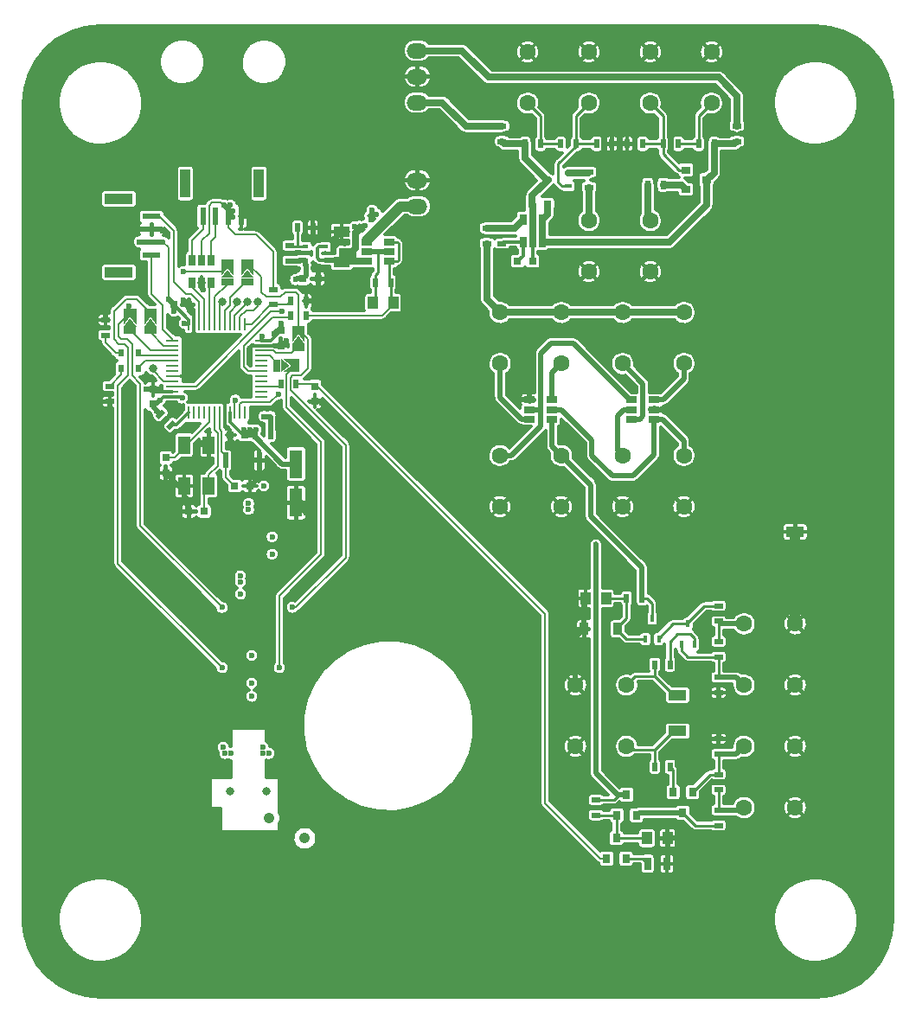
<source format=gbr>
G04 #@! TF.GenerationSoftware,KiCad,Pcbnew,(2017-12-21 revision 7586afd53)-makepkg*
G04 #@! TF.CreationDate,2018-10-14T21:46:10-07:00*
G04 #@! TF.ProjectId,fsorx,66736F72782E6B696361645F70636200,rev?*
G04 #@! TF.SameCoordinates,Original*
G04 #@! TF.FileFunction,Copper,L1,Top,Signal*
G04 #@! TF.FilePolarity,Positive*
%FSLAX46Y46*%
G04 Gerber Fmt 4.6, Leading zero omitted, Abs format (unit mm)*
G04 Created by KiCad (PCBNEW (2017-12-21 revision 7586afd53)-makepkg) date 10/14/18 21:46:10*
%MOMM*%
%LPD*%
G01*
G04 APERTURE LIST*
%ADD10R,1.600000X1.000000*%
%ADD11R,0.600000X1.800000*%
%ADD12R,1.000000X2.800000*%
%ADD13C,0.500000*%
%ADD14C,0.100000*%
%ADD15C,1.600000*%
%ADD16C,1.050000*%
%ADD17R,0.750000X0.800000*%
%ADD18R,0.800000X0.750000*%
%ADD19R,1.300000X2.800000*%
%ADD20R,1.000000X1.250000*%
%ADD21R,1.060000X0.650000*%
%ADD22R,0.900000X1.200000*%
%ADD23R,2.800000X1.000000*%
%ADD24R,1.800000X0.600000*%
%ADD25R,0.500000X0.900000*%
%ADD26R,0.900000X0.500000*%
%ADD27R,0.900000X0.800000*%
%ADD28R,0.700000X0.450000*%
%ADD29R,0.800000X0.900000*%
%ADD30R,0.450000X0.700000*%
%ADD31R,0.700000X1.300000*%
%ADD32R,0.550000X1.500000*%
%ADD33R,1.800000X1.000000*%
%ADD34R,0.600000X0.400000*%
%ADD35R,0.650000X1.060000*%
%ADD36R,1.300000X0.250000*%
%ADD37R,0.250000X1.300000*%
%ADD38O,2.000000X1.500000*%
%ADD39R,1.200000X1.800000*%
%ADD40C,0.480000*%
%ADD41R,1.200000X0.800000*%
%ADD42R,0.800000X1.200000*%
%ADD43C,0.800000*%
%ADD44R,0.600000X0.800000*%
%ADD45C,0.600000*%
%ADD46C,0.700000*%
%ADD47C,0.300000*%
%ADD48C,0.500000*%
%ADD49C,0.200000*%
%ADD50C,1.000000*%
%ADD51C,0.250000*%
G04 APERTURE END LIST*
D10*
X93600000Y-73600000D03*
X93600000Y-70600000D03*
D11*
X83775000Y-69100000D03*
X82525000Y-69100000D03*
X81275000Y-69100000D03*
X80025000Y-69100000D03*
D12*
X78300000Y-65900000D03*
X85500000Y-65900000D03*
D13*
X96530330Y-69169670D03*
D14*
G36*
X96388909Y-68674695D02*
X97025305Y-69311091D01*
X96671751Y-69664645D01*
X96035355Y-69028249D01*
X96388909Y-68674695D01*
X96388909Y-68674695D01*
G37*
D13*
X95469670Y-70230330D03*
D14*
G36*
X95328249Y-69735355D02*
X95964645Y-70371751D01*
X95611091Y-70725305D01*
X94974695Y-70088909D01*
X95328249Y-69735355D01*
X95328249Y-69735355D01*
G37*
D15*
X129812802Y-53018363D03*
X129812802Y-58018363D03*
D16*
X90000000Y-130000000D03*
D17*
X76400000Y-92750000D03*
X76400000Y-94250000D03*
D18*
X80150000Y-98000000D03*
X78650000Y-98000000D03*
X91286467Y-75218265D03*
X89786467Y-75218265D03*
X78650000Y-77750000D03*
X77150000Y-77750000D03*
D17*
X87650000Y-81750000D03*
X87650000Y-80250000D03*
D19*
X89150000Y-97150000D03*
X89150000Y-93350000D03*
D18*
X82650000Y-90500000D03*
X84150000Y-90500000D03*
D17*
X75150000Y-87500000D03*
X75150000Y-86000000D03*
D18*
X83150000Y-95500000D03*
X84650000Y-95500000D03*
D17*
X91000000Y-85750000D03*
X91000000Y-87250000D03*
D15*
X111812802Y-53018363D03*
X111812802Y-58018363D03*
X123812802Y-53018363D03*
X123812802Y-58018363D03*
X117812802Y-53018363D03*
X117812802Y-58018363D03*
X123812802Y-69518363D03*
X123812802Y-74518363D03*
X117812802Y-69518363D03*
X117812802Y-74518363D03*
D18*
X112312802Y-73518363D03*
X110812802Y-73518363D03*
D15*
X127112802Y-83518363D03*
X127112802Y-78518363D03*
X115112802Y-83518363D03*
X115112802Y-78518363D03*
X121112802Y-97518363D03*
X121112802Y-92518363D03*
X109112802Y-92518363D03*
X109112802Y-97518363D03*
X115112802Y-97518363D03*
X115112802Y-92518363D03*
X127112802Y-92518363D03*
X127112802Y-97518363D03*
X121112802Y-78518363D03*
X121112802Y-83518363D03*
X109112802Y-83518363D03*
X109112802Y-78518363D03*
D20*
X119500000Y-106500000D03*
X117500000Y-106500000D03*
X125500000Y-130000000D03*
X123500000Y-130000000D03*
D15*
X133000000Y-127000000D03*
X138000000Y-127000000D03*
X133000000Y-109000000D03*
X138000000Y-109000000D03*
X138000000Y-121000000D03*
X133000000Y-121000000D03*
X138000000Y-115000000D03*
X133000000Y-115000000D03*
X121500000Y-121000000D03*
X116500000Y-121000000D03*
X116500000Y-115000000D03*
X121500000Y-115000000D03*
D21*
X122012802Y-87068363D03*
X122012802Y-88018363D03*
X122012802Y-88968363D03*
X124212802Y-88968363D03*
X124212802Y-87068363D03*
X124212802Y-88018363D03*
X112012802Y-88018363D03*
X112012802Y-88968363D03*
X112012802Y-87068363D03*
X114212802Y-87068363D03*
X114212802Y-88018363D03*
X114212802Y-88968363D03*
D22*
X120650000Y-109500000D03*
X117350000Y-109500000D03*
D23*
X71800000Y-67400000D03*
X71800000Y-74600000D03*
D24*
X75000000Y-72875000D03*
X75000000Y-71625000D03*
X75000000Y-70375000D03*
X75000000Y-69125000D03*
D25*
X85150000Y-90500000D03*
X86650000Y-90500000D03*
D26*
X132312802Y-61768363D03*
X132312802Y-60268363D03*
X109312802Y-60268363D03*
X109312802Y-61768363D03*
D21*
X98264306Y-73529909D03*
X98264306Y-72579909D03*
X98264306Y-71629909D03*
X96064306Y-71629909D03*
X96064306Y-73529909D03*
X96064306Y-72579909D03*
D27*
X129312802Y-65518363D03*
X127312802Y-66468363D03*
X127312802Y-64568363D03*
D28*
X113812802Y-65518363D03*
X115812802Y-64868363D03*
X115812802Y-66168363D03*
D29*
X120500000Y-130000000D03*
X121450000Y-132000000D03*
X119550000Y-132000000D03*
X120550000Y-127750000D03*
X122450000Y-127750000D03*
X121500000Y-125750000D03*
D30*
X123350000Y-110500000D03*
X124650000Y-110500000D03*
X124000000Y-108500000D03*
D29*
X127000000Y-127500000D03*
X126050000Y-125500000D03*
X127950000Y-125500000D03*
D30*
X127500000Y-109000000D03*
X128150000Y-111000000D03*
X126850000Y-111000000D03*
D25*
X88650000Y-77400000D03*
X90150000Y-77400000D03*
D26*
X86900000Y-77750000D03*
X86900000Y-76250000D03*
X88536467Y-71968265D03*
X88536467Y-73468265D03*
D25*
X89286467Y-70218265D03*
X90786467Y-70218265D03*
D13*
X75869670Y-88469670D03*
D14*
G36*
X76364645Y-88328249D02*
X75728249Y-88964645D01*
X75374695Y-88611091D01*
X76011091Y-87974695D01*
X76364645Y-88328249D01*
X76364645Y-88328249D01*
G37*
D13*
X76930330Y-89530330D03*
D14*
G36*
X77425305Y-89388909D02*
X76788909Y-90025305D01*
X76435355Y-89671751D01*
X77071751Y-89035355D01*
X77425305Y-89388909D01*
X77425305Y-89388909D01*
G37*
D25*
X98414306Y-75579909D03*
X96914306Y-75579909D03*
X90150000Y-78800000D03*
X88650000Y-78800000D03*
X87650000Y-85500000D03*
X89150000Y-85500000D03*
X128562802Y-62018363D03*
X130062802Y-62018363D03*
X111562802Y-62018363D03*
X113062802Y-62018363D03*
X125062802Y-62018363D03*
X126562802Y-62018363D03*
X115062802Y-62018363D03*
X116562802Y-62018363D03*
X121562802Y-62018363D03*
X123062802Y-62018363D03*
X125062802Y-66018363D03*
X123562802Y-66018363D03*
D26*
X117812802Y-64768363D03*
X117812802Y-66268363D03*
X109312802Y-70268363D03*
X109312802Y-71768363D03*
X107812802Y-71768363D03*
X107812802Y-70268363D03*
X118500000Y-127750000D03*
X118500000Y-126250000D03*
D25*
X123000000Y-106500000D03*
X121500000Y-106500000D03*
D31*
X125450000Y-132500000D03*
X123550000Y-132500000D03*
D26*
X130500000Y-127250000D03*
X130500000Y-128750000D03*
X130500000Y-107250000D03*
X130500000Y-108750000D03*
X130500000Y-125250000D03*
X130500000Y-123750000D03*
X130500000Y-112250000D03*
X130500000Y-110750000D03*
X130500000Y-120250000D03*
X130500000Y-121750000D03*
X130500000Y-115750000D03*
X130500000Y-114250000D03*
D25*
X125750000Y-123000000D03*
X124250000Y-123000000D03*
X124250000Y-113000000D03*
X125750000Y-113000000D03*
D32*
X85525000Y-93000000D03*
X82275000Y-93000000D03*
D33*
X126500000Y-119500000D03*
X126500000Y-116000000D03*
X138000000Y-100000000D03*
D34*
X91986467Y-73368265D03*
X91986467Y-72718265D03*
X91986467Y-72068265D03*
X90086467Y-72068265D03*
X90086467Y-73368265D03*
D35*
X79900000Y-73400000D03*
X78950000Y-73400000D03*
X80850000Y-73400000D03*
X80850000Y-75600000D03*
X79900000Y-75600000D03*
X78950000Y-75600000D03*
D36*
X77050000Y-86750000D03*
X77050000Y-86250000D03*
X77050000Y-85750000D03*
X77050000Y-85250000D03*
X77050000Y-84750000D03*
X77050000Y-84250000D03*
X77050000Y-83750000D03*
X77050000Y-83250000D03*
X77050000Y-82750000D03*
X77050000Y-82250000D03*
X77050000Y-81750000D03*
X77050000Y-81250000D03*
D37*
X78650000Y-79650000D03*
X79150000Y-79650000D03*
X79650000Y-79650000D03*
X80150000Y-79650000D03*
X80650000Y-79650000D03*
X81150000Y-79650000D03*
X81650000Y-79650000D03*
X82150000Y-79650000D03*
X82650000Y-79650000D03*
X83150000Y-79650000D03*
X83650000Y-79650000D03*
X84150000Y-79650000D03*
D36*
X85750000Y-81250000D03*
X85750000Y-81750000D03*
X85750000Y-82250000D03*
X85750000Y-82750000D03*
X85750000Y-83250000D03*
X85750000Y-83750000D03*
X85750000Y-84250000D03*
X85750000Y-84750000D03*
X85750000Y-85250000D03*
X85750000Y-85750000D03*
X85750000Y-86250000D03*
X85750000Y-86750000D03*
D37*
X84150000Y-88350000D03*
X83650000Y-88350000D03*
X83150000Y-88350000D03*
X82650000Y-88350000D03*
X82150000Y-88350000D03*
X81650000Y-88350000D03*
X81150000Y-88350000D03*
X80650000Y-88350000D03*
X80150000Y-88350000D03*
X79650000Y-88350000D03*
X79150000Y-88350000D03*
X78650000Y-88350000D03*
D38*
X101000000Y-68120000D03*
X101000000Y-65580000D03*
X101000000Y-57960000D03*
X101000000Y-55420000D03*
X101000000Y-52880000D03*
D35*
X111362802Y-69418363D03*
X113262802Y-69418363D03*
X113262802Y-71618363D03*
X112312802Y-71618363D03*
X111362802Y-71618363D03*
D39*
X78200000Y-91500000D03*
X78200000Y-95500000D03*
X80600000Y-95500000D03*
X80600000Y-91500000D03*
D40*
X84400000Y-73740000D03*
D14*
G36*
X84400001Y-74140000D02*
X84399999Y-74140000D01*
X83800001Y-73340000D01*
X84999999Y-73340000D01*
X84400001Y-74140000D01*
X84400001Y-74140000D01*
G37*
D40*
X84700000Y-74140000D03*
D14*
G36*
X85000000Y-74939999D02*
X84400000Y-74140001D01*
X84400000Y-74139999D01*
X85000000Y-73340001D01*
X85000000Y-74939999D01*
X85000000Y-74939999D01*
G37*
D40*
X84100000Y-74140000D03*
D14*
G36*
X84400000Y-74140001D02*
X83800000Y-74939999D01*
X83800000Y-73340001D01*
X84400000Y-74139999D01*
X84400000Y-74140001D01*
X84400000Y-74140001D01*
G37*
D40*
X84400000Y-74700000D03*
D14*
G36*
X84999999Y-75100000D02*
X83800001Y-75100000D01*
X84399999Y-74300000D01*
X84400001Y-74300000D01*
X84999999Y-75100000D01*
X84999999Y-75100000D01*
G37*
D41*
X84400000Y-75500000D03*
D40*
X82400000Y-73740000D03*
D14*
G36*
X82400001Y-74140000D02*
X82399999Y-74140000D01*
X81800001Y-73340000D01*
X82999999Y-73340000D01*
X82400001Y-74140000D01*
X82400001Y-74140000D01*
G37*
D40*
X82700000Y-74140000D03*
D14*
G36*
X83000000Y-74939999D02*
X82400000Y-74140001D01*
X82400000Y-74139999D01*
X83000000Y-73340001D01*
X83000000Y-74939999D01*
X83000000Y-74939999D01*
G37*
D40*
X82100000Y-74140000D03*
D14*
G36*
X82400000Y-74140001D02*
X81800000Y-74939999D01*
X81800000Y-73340001D01*
X82400000Y-74139999D01*
X82400000Y-74140001D01*
X82400000Y-74140001D01*
G37*
D40*
X82400000Y-74700000D03*
D14*
G36*
X82999999Y-75100000D02*
X81800001Y-75100000D01*
X82399999Y-74300000D01*
X82400001Y-74300000D01*
X82999999Y-75100000D01*
X82999999Y-75100000D01*
G37*
D41*
X82400000Y-75500000D03*
X74900000Y-80300000D03*
D40*
X74900000Y-79500000D03*
D14*
G36*
X75499999Y-79900000D02*
X74300001Y-79900000D01*
X74899999Y-79100000D01*
X74900001Y-79100000D01*
X75499999Y-79900000D01*
X75499999Y-79900000D01*
G37*
D40*
X74600000Y-78940000D03*
D14*
G36*
X74900000Y-78940001D02*
X74300000Y-79739999D01*
X74300000Y-78140001D01*
X74900000Y-78939999D01*
X74900000Y-78940001D01*
X74900000Y-78940001D01*
G37*
D40*
X75200000Y-78940000D03*
D14*
G36*
X75500000Y-79739999D02*
X74900000Y-78940001D01*
X74900000Y-78939999D01*
X75500000Y-78140001D01*
X75500000Y-79739999D01*
X75500000Y-79739999D01*
G37*
D40*
X74900000Y-78540000D03*
D14*
G36*
X74900001Y-78940000D02*
X74899999Y-78940000D01*
X74300001Y-78140000D01*
X75499999Y-78140000D01*
X74900001Y-78940000D01*
X74900001Y-78940000D01*
G37*
D41*
X72900000Y-80300000D03*
D40*
X72900000Y-79500000D03*
D14*
G36*
X73499999Y-79900000D02*
X72300001Y-79900000D01*
X72899999Y-79100000D01*
X72900001Y-79100000D01*
X73499999Y-79900000D01*
X73499999Y-79900000D01*
G37*
D40*
X72600000Y-78940000D03*
D14*
G36*
X72900000Y-78940001D02*
X72300000Y-79739999D01*
X72300000Y-78140001D01*
X72900000Y-78939999D01*
X72900000Y-78940001D01*
X72900000Y-78940001D01*
G37*
D40*
X73200000Y-78940000D03*
D14*
G36*
X73500000Y-79739999D02*
X72900000Y-78940001D01*
X72900000Y-78939999D01*
X73500000Y-78140001D01*
X73500000Y-79739999D01*
X73500000Y-79739999D01*
G37*
D40*
X72900000Y-78540000D03*
D14*
G36*
X72900001Y-78940000D02*
X72899999Y-78940000D01*
X72300001Y-78140000D01*
X73499999Y-78140000D01*
X72900001Y-78940000D01*
X72900001Y-78940000D01*
G37*
D40*
X89060000Y-83700000D03*
D14*
G36*
X88660000Y-83700001D02*
X88660000Y-83699999D01*
X89460000Y-83100001D01*
X89460000Y-84299999D01*
X88660000Y-83700001D01*
X88660000Y-83700001D01*
G37*
D40*
X88660000Y-84000000D03*
D14*
G36*
X87860001Y-84300000D02*
X88659999Y-83700000D01*
X88660001Y-83700000D01*
X89459999Y-84300000D01*
X87860001Y-84300000D01*
X87860001Y-84300000D01*
G37*
D40*
X88660000Y-83400000D03*
D14*
G36*
X88659999Y-83700000D02*
X87860001Y-83100000D01*
X89459999Y-83100000D01*
X88660001Y-83700000D01*
X88659999Y-83700000D01*
X88659999Y-83700000D01*
G37*
D40*
X88100000Y-83700000D03*
D14*
G36*
X87700000Y-84299999D02*
X87700000Y-83100001D01*
X88500000Y-83699999D01*
X88500000Y-83700001D01*
X87700000Y-84299999D01*
X87700000Y-84299999D01*
G37*
D42*
X87300000Y-83700000D03*
D41*
X89400000Y-82000000D03*
D40*
X89400000Y-81200000D03*
D14*
G36*
X89999999Y-81600000D02*
X88800001Y-81600000D01*
X89399999Y-80800000D01*
X89400001Y-80800000D01*
X89999999Y-81600000D01*
X89999999Y-81600000D01*
G37*
D40*
X89100000Y-80640000D03*
D14*
G36*
X89400000Y-80640001D02*
X88800000Y-81439999D01*
X88800000Y-79840001D01*
X89400000Y-80639999D01*
X89400000Y-80640001D01*
X89400000Y-80640001D01*
G37*
D40*
X89700000Y-80640000D03*
D14*
G36*
X90000000Y-81439999D02*
X89400000Y-80640001D01*
X89400000Y-80639999D01*
X90000000Y-79840001D01*
X90000000Y-81439999D01*
X90000000Y-81439999D01*
G37*
D40*
X89400000Y-80240000D03*
D14*
G36*
X89400001Y-80640000D02*
X89399999Y-80640000D01*
X88800001Y-79840000D01*
X89999999Y-79840000D01*
X89400001Y-80640000D01*
X89400001Y-80640000D01*
G37*
D25*
X120062802Y-62018363D03*
X118562802Y-62018363D03*
D43*
X86217424Y-125431944D03*
X82717424Y-125431944D03*
D20*
X96664306Y-77579909D03*
X98664306Y-77579909D03*
D43*
X81900000Y-77500000D03*
X85400000Y-77500000D03*
X84400000Y-77500000D03*
X83400000Y-77500000D03*
X75150000Y-84000000D03*
D44*
X73750000Y-82500000D03*
X72050000Y-82500000D03*
X72050000Y-84000000D03*
X73750000Y-84000000D03*
D26*
X70500000Y-79250000D03*
X70500000Y-80750000D03*
X70900000Y-85750000D03*
X70900000Y-87250000D03*
D16*
X86500000Y-128000000D03*
D18*
X112262802Y-67918363D03*
X113762802Y-67918363D03*
D45*
X94800000Y-72500000D03*
X94200000Y-72500000D03*
X95200000Y-70600000D03*
X94900000Y-70100000D03*
X95900000Y-70000000D03*
X92900000Y-71300000D03*
X92800000Y-71900000D03*
X92800000Y-72500000D03*
X93600000Y-72500000D03*
X96500000Y-69400000D03*
X97000000Y-68900000D03*
X96600000Y-68500000D03*
X82700000Y-68000000D03*
X82100000Y-68000000D03*
X82900000Y-68600000D03*
X82900000Y-69200000D03*
X90500000Y-80400000D03*
X91000000Y-81400000D03*
X91000000Y-80800000D03*
X87800000Y-78400000D03*
X84600000Y-82050000D03*
X90000000Y-76200000D03*
X85850000Y-80850000D03*
X118500000Y-101300000D03*
X118500000Y-101900000D03*
X82800000Y-121700000D03*
X85900000Y-121100000D03*
X86500000Y-121700000D03*
X85900000Y-121700000D03*
X82600000Y-123900000D03*
X86900000Y-118700000D03*
X86400000Y-119200000D03*
X87000000Y-119400000D03*
X82100000Y-118600000D03*
X82500000Y-119100000D03*
X81900000Y-119300000D03*
X85200000Y-90000000D03*
X84600000Y-90000000D03*
X84000000Y-90000000D03*
X125500000Y-131500000D03*
X125500000Y-130900000D03*
X126300000Y-130000000D03*
X84600000Y-129700000D03*
X84600000Y-130300000D03*
X82400000Y-118000000D03*
X82400000Y-116700000D03*
X86400000Y-114800000D03*
X86400000Y-116100000D03*
X86900000Y-116700000D03*
X86900000Y-118000000D03*
X82000000Y-103100000D03*
X81500000Y-103700000D03*
X82100000Y-106100000D03*
X82100000Y-104800000D03*
X85000000Y-108600000D03*
X85100000Y-106400000D03*
X85400000Y-104400000D03*
X84200000Y-101300000D03*
X84700000Y-100500000D03*
X90100000Y-98100000D03*
X90100000Y-97500000D03*
X88500000Y-100600000D03*
X88500000Y-99300000D03*
X90400000Y-93900000D03*
X91000000Y-93300000D03*
X82400000Y-89840000D03*
X84300000Y-86200000D03*
X84300000Y-85600000D03*
X93400000Y-85300000D03*
X93400000Y-86600000D03*
X85400000Y-88100000D03*
X86600000Y-87900000D03*
X90700000Y-77400000D03*
X91300000Y-75900000D03*
X91300000Y-74600000D03*
X90800000Y-71000000D03*
X84300000Y-67900000D03*
X84400000Y-68500000D03*
X84400000Y-69100000D03*
X83700000Y-67900000D03*
X79150000Y-80650000D03*
X87200000Y-81750000D03*
X88200000Y-81300000D03*
X86000000Y-88700000D03*
X86600000Y-88700000D03*
X78000000Y-86900000D03*
X75800000Y-87100000D03*
X75500000Y-88100000D03*
X76650000Y-77250000D03*
X77200000Y-78400000D03*
X78200000Y-79600000D03*
X87700000Y-79600000D03*
X87000000Y-80600000D03*
X89100000Y-75300000D03*
X89431735Y-73468265D03*
X90100000Y-74500000D03*
X90100000Y-73900000D03*
X91700000Y-87400000D03*
X83000000Y-91400000D03*
X79700000Y-91300000D03*
X82200000Y-87300000D03*
X84920000Y-93000000D03*
X78500000Y-97300000D03*
X78400000Y-96700000D03*
X76900000Y-94800000D03*
X77300000Y-95200000D03*
X70900000Y-87800000D03*
X75800000Y-86000000D03*
X74500000Y-86000000D03*
X70500000Y-78700000D03*
X78900000Y-78400000D03*
X78100000Y-77300000D03*
X80080000Y-76304554D03*
X73800000Y-70400000D03*
X76100000Y-70500000D03*
X121100000Y-62000000D03*
X120500000Y-62000000D03*
X125500000Y-88300000D03*
X125500000Y-87700000D03*
X112000000Y-86500000D03*
X111200000Y-87000000D03*
X125000000Y-88000000D03*
X76100000Y-71625000D03*
X73800000Y-71600000D03*
X86800000Y-102200000D03*
X86800000Y-100500000D03*
X84800000Y-114800000D03*
X84800000Y-116100000D03*
X84800000Y-112100000D03*
X82000000Y-121100000D03*
X82200000Y-121700000D03*
X86000000Y-95500000D03*
X84500000Y-97200000D03*
X84500000Y-97800000D03*
X83700000Y-106100000D03*
X83700000Y-104900000D03*
X83700000Y-104300000D03*
X118500000Y-102500000D03*
X83200000Y-87100000D03*
X88800000Y-107400000D03*
X81900000Y-107400000D03*
X72800000Y-77900000D03*
X78100000Y-74500000D03*
X87500000Y-113300000D03*
X81900000Y-113300000D03*
X87400000Y-86500000D03*
D46*
X95000000Y-70700000D02*
X95000000Y-72200000D01*
X95469670Y-70230330D02*
X95000000Y-70700000D01*
X95000000Y-72200000D02*
X93600000Y-73600000D01*
D47*
X91386467Y-72068265D02*
X91200000Y-72254732D01*
X91986467Y-72068265D02*
X91386467Y-72068265D01*
X91200000Y-72254732D02*
X91200000Y-73181798D01*
X91200000Y-73181798D02*
X91386467Y-73368265D01*
X91386467Y-73368265D02*
X91986467Y-73368265D01*
D48*
X96064306Y-73529909D02*
X95034306Y-73529909D01*
X95034306Y-73529909D02*
X94800000Y-73295603D01*
X94800000Y-73295603D02*
X94800000Y-72924264D01*
X94800000Y-72924264D02*
X94800000Y-72500000D01*
X94600000Y-73124264D02*
X94600000Y-73529909D01*
X94800000Y-72924264D02*
X94600000Y-73124264D01*
D46*
X94600000Y-73529909D02*
X93670091Y-73529909D01*
X96064306Y-73529909D02*
X94600000Y-73529909D01*
D48*
X93600000Y-73600000D02*
X93600000Y-73100000D01*
X93600000Y-73100000D02*
X94200000Y-72500000D01*
X93600000Y-73600000D02*
X93700000Y-73600000D01*
X93700000Y-73600000D02*
X94800000Y-72500000D01*
X94200000Y-72500000D02*
X94800000Y-72500000D01*
X93600000Y-72500000D02*
X94200000Y-72500000D01*
X93600000Y-73600000D02*
X93600000Y-72500000D01*
D46*
X93670091Y-73529909D02*
X93600000Y-73600000D01*
D48*
X91986467Y-73368265D02*
X93368265Y-73368265D01*
X93368265Y-73368265D02*
X93600000Y-73600000D01*
X95469670Y-70230330D02*
X95469670Y-70330330D01*
X95469670Y-70330330D02*
X95200000Y-70600000D01*
X95469670Y-70230330D02*
X95030330Y-70230330D01*
X95030330Y-70230330D02*
X94900000Y-70100000D01*
X95469670Y-70230330D02*
X95669670Y-70230330D01*
X95669670Y-70230330D02*
X95900000Y-70000000D01*
X92900000Y-71300000D02*
X93600000Y-70600000D01*
X92800000Y-71400000D02*
X92900000Y-71300000D01*
X92800000Y-71900000D02*
X92800000Y-71400000D01*
X92800000Y-72500000D02*
X92800000Y-71900000D01*
D47*
X92581735Y-72718265D02*
X92800000Y-72500000D01*
X91986467Y-72718265D02*
X92581735Y-72718265D01*
D48*
X96600000Y-68500000D02*
X96600000Y-69100000D01*
X96600000Y-69100000D02*
X96530330Y-69169670D01*
X97000000Y-68900000D02*
X96800000Y-68900000D01*
X96800000Y-68900000D02*
X96530330Y-69169670D01*
X96500000Y-69400000D02*
X96500000Y-69200000D01*
X96500000Y-69200000D02*
X96530330Y-69169670D01*
X82525000Y-69100000D02*
X82800000Y-69100000D01*
X82800000Y-69100000D02*
X82900000Y-69200000D01*
X82525000Y-69100000D02*
X82525000Y-68975000D01*
X82525000Y-68975000D02*
X82900000Y-68600000D01*
X82525000Y-69100000D02*
X82525000Y-68175000D01*
X82525000Y-68175000D02*
X82700000Y-68000000D01*
X82525000Y-69100000D02*
X82525000Y-68425000D01*
X82525000Y-68425000D02*
X82100000Y-68000000D01*
D49*
X79350000Y-85750000D02*
X86700000Y-78400000D01*
X77050000Y-85750000D02*
X79350000Y-85750000D01*
X86700000Y-78400000D02*
X87375736Y-78400000D01*
X87375736Y-78400000D02*
X87800000Y-78400000D01*
D47*
X84600000Y-82050000D02*
X84603058Y-81946942D01*
X84603058Y-81946942D02*
X84800000Y-81750000D01*
X84800000Y-81750000D02*
X85750000Y-81750000D01*
D49*
X77050000Y-84750000D02*
X77900000Y-84750000D01*
X77900000Y-84750000D02*
X79150000Y-83500000D01*
X79150000Y-83500000D02*
X79150000Y-81074264D01*
X79150000Y-81074264D02*
X79150000Y-80650000D01*
D47*
X85850000Y-80850000D02*
X85771942Y-80803058D01*
X85771942Y-80803058D02*
X85750000Y-80825000D01*
X85750000Y-80825000D02*
X85750000Y-81250000D01*
D48*
X84150000Y-90500000D02*
X84150000Y-90150000D01*
X84150000Y-90150000D02*
X84000000Y-90000000D01*
X85150000Y-90500000D02*
X85100000Y-90500000D01*
X85100000Y-90500000D02*
X84600000Y-90000000D01*
X85150000Y-90500000D02*
X85150000Y-90050000D01*
X85150000Y-90050000D02*
X85200000Y-90000000D01*
X125500000Y-131500000D02*
X125500000Y-132450000D01*
X125500000Y-132450000D02*
X125450000Y-132500000D01*
X125500000Y-130900000D02*
X125500000Y-131500000D01*
X125500000Y-130000000D02*
X125500000Y-130900000D01*
X125500000Y-130000000D02*
X126300000Y-130000000D01*
X89150000Y-97150000D02*
X90100000Y-98100000D01*
X89750000Y-97150000D02*
X90100000Y-97500000D01*
X89150000Y-97150000D02*
X89750000Y-97150000D01*
X89150000Y-97150000D02*
X89250000Y-97150000D01*
X90150000Y-77400000D02*
X90700000Y-77400000D01*
X91286467Y-75886467D02*
X91300000Y-75900000D01*
X91286467Y-75218265D02*
X91286467Y-75886467D01*
X91286467Y-74613533D02*
X91300000Y-74600000D01*
X91286467Y-75218265D02*
X91286467Y-74613533D01*
X90786467Y-70986467D02*
X90800000Y-71000000D01*
X90786467Y-70218265D02*
X90786467Y-70986467D01*
X83775000Y-68425000D02*
X84300000Y-67900000D01*
X83775000Y-69100000D02*
X83775000Y-68425000D01*
X83800000Y-69100000D02*
X84400000Y-68500000D01*
X83775000Y-69100000D02*
X83800000Y-69100000D01*
X83775000Y-69100000D02*
X84400000Y-69100000D01*
X83775000Y-67975000D02*
X83700000Y-67900000D01*
X83775000Y-69100000D02*
X83775000Y-67975000D01*
D47*
X79150000Y-79650000D02*
X79150000Y-80650000D01*
D48*
X87750000Y-81750000D02*
X88200000Y-81300000D01*
X87650000Y-81750000D02*
X87750000Y-81750000D01*
X86600000Y-88700000D02*
X86000000Y-88700000D01*
X86650000Y-88750000D02*
X86600000Y-88700000D01*
X86650000Y-90500000D02*
X86650000Y-88750000D01*
D47*
X77850000Y-86750000D02*
X78000000Y-86900000D01*
X77050000Y-86750000D02*
X77850000Y-86750000D01*
X77050000Y-86750000D02*
X76150000Y-86750000D01*
X76150000Y-86750000D02*
X75800000Y-87100000D01*
D48*
X75400000Y-87500000D02*
X75800000Y-87100000D01*
X75150000Y-87500000D02*
X75400000Y-87500000D01*
X75500000Y-88100000D02*
X75869670Y-88469670D01*
X75150000Y-87750000D02*
X75500000Y-88100000D01*
X75150000Y-87500000D02*
X75150000Y-87750000D01*
X77150000Y-77750000D02*
X76650000Y-77250000D01*
X77150000Y-78350000D02*
X77200000Y-78400000D01*
X77150000Y-77750000D02*
X77150000Y-78350000D01*
D47*
X78250000Y-79650000D02*
X78200000Y-79600000D01*
X78650000Y-79650000D02*
X78250000Y-79650000D01*
D48*
X87650000Y-79650000D02*
X87700000Y-79600000D01*
X87650000Y-80250000D02*
X87650000Y-79650000D01*
X87350000Y-80250000D02*
X87000000Y-80600000D01*
X87650000Y-80250000D02*
X87350000Y-80250000D01*
X89181735Y-75218265D02*
X89100000Y-75300000D01*
X89786467Y-75218265D02*
X89181735Y-75218265D01*
X90100000Y-74500000D02*
X90100000Y-74904732D01*
X90100000Y-74904732D02*
X89786467Y-75218265D01*
X90100000Y-73900000D02*
X90100000Y-74500000D01*
X90086467Y-73368265D02*
X90086467Y-73886467D01*
X90086467Y-73886467D02*
X90100000Y-73900000D01*
X88536467Y-73468265D02*
X89431735Y-73468265D01*
X89431735Y-73468265D02*
X89500000Y-73400000D01*
X90086467Y-73368265D02*
X89531735Y-73368265D01*
X89531735Y-73368265D02*
X89500000Y-73400000D01*
X91550000Y-87250000D02*
X91700000Y-87400000D01*
X91000000Y-87250000D02*
X91550000Y-87250000D01*
X82650000Y-90500000D02*
X82650000Y-91050000D01*
X82650000Y-91050000D02*
X83000000Y-91400000D01*
X79700000Y-91300000D02*
X80400000Y-91300000D01*
X80400000Y-91300000D02*
X80600000Y-91500000D01*
D47*
X82150000Y-87350000D02*
X82200000Y-87300000D01*
X82150000Y-88350000D02*
X82150000Y-87350000D01*
D50*
X138000000Y-100000000D02*
X138000000Y-109000000D01*
D48*
X85525000Y-93000000D02*
X85525000Y-94625000D01*
X85525000Y-94625000D02*
X84650000Y-95500000D01*
X84900000Y-93000000D02*
X85525000Y-93000000D01*
X82650000Y-90500000D02*
X82650000Y-90550000D01*
X82600000Y-90550000D02*
X82650000Y-90500000D01*
X78500000Y-97300000D02*
X78500000Y-97850000D01*
X78500000Y-97850000D02*
X78650000Y-98000000D01*
X78400000Y-97200000D02*
X78500000Y-97300000D01*
X78400000Y-96700000D02*
X78400000Y-97200000D01*
X78200000Y-96500000D02*
X78400000Y-96700000D01*
X78200000Y-95500000D02*
X78200000Y-96500000D01*
X76900000Y-94800000D02*
X76900000Y-94750000D01*
X76900000Y-94750000D02*
X76400000Y-94250000D01*
X77300000Y-95200000D02*
X76900000Y-94800000D01*
X77600000Y-95500000D02*
X77300000Y-95200000D01*
X78200000Y-95500000D02*
X77600000Y-95500000D01*
X70900000Y-87250000D02*
X70900000Y-87800000D01*
X75150000Y-86000000D02*
X75800000Y-86000000D01*
X75150000Y-86000000D02*
X74500000Y-86000000D01*
X70500000Y-79250000D02*
X70500000Y-78700000D01*
X78650000Y-78150000D02*
X78900000Y-78400000D01*
X78650000Y-77750000D02*
X78650000Y-78150000D01*
X78550000Y-77750000D02*
X78100000Y-77300000D01*
X78650000Y-77750000D02*
X78550000Y-77750000D01*
X79900000Y-76124554D02*
X80080000Y-76304554D01*
X79900000Y-75600000D02*
X79900000Y-76124554D01*
X73825000Y-70375000D02*
X73800000Y-70400000D01*
X75000000Y-70375000D02*
X73825000Y-70375000D01*
X75975000Y-70375000D02*
X76100000Y-70500000D01*
X75000000Y-70375000D02*
X75975000Y-70375000D01*
X121100000Y-62000000D02*
X121544439Y-62000000D01*
X121544439Y-62000000D02*
X121562802Y-62018363D01*
X120500000Y-62000000D02*
X121100000Y-62000000D01*
X120062802Y-62018363D02*
X120481637Y-62018363D01*
X120481637Y-62018363D02*
X120500000Y-62000000D01*
X96002662Y-73468265D02*
X96064306Y-73529909D01*
D49*
X85200000Y-70900000D02*
X86900000Y-72600000D01*
X86900000Y-72600000D02*
X86900000Y-76250000D01*
X83225000Y-70900000D02*
X85200000Y-70900000D01*
X82525000Y-69100000D02*
X82525000Y-70200000D01*
X82525000Y-70200000D02*
X83225000Y-70900000D01*
X81775000Y-67750000D02*
X82525000Y-68500000D01*
X80938998Y-67750000D02*
X81775000Y-67750000D01*
X80650000Y-68038998D02*
X80938998Y-67750000D01*
X80650000Y-70750000D02*
X80650000Y-68038998D01*
X79900000Y-73400000D02*
X79900000Y-71500000D01*
X79900000Y-71500000D02*
X80650000Y-70750000D01*
X82525000Y-68500000D02*
X82525000Y-69100000D01*
D51*
X93436467Y-73368265D02*
X93536467Y-73468265D01*
D48*
X125200000Y-88000000D02*
X125500000Y-88300000D01*
X125200000Y-88000000D02*
X125500000Y-87700000D01*
X125000000Y-88000000D02*
X125200000Y-88000000D01*
X112012802Y-86512802D02*
X112000000Y-86500000D01*
X112012802Y-87068363D02*
X112012802Y-86512802D01*
X111268363Y-87068363D02*
X111200000Y-87000000D01*
X112012802Y-87068363D02*
X111268363Y-87068363D01*
X124981637Y-88018363D02*
X125000000Y-88000000D01*
X124212802Y-88018363D02*
X124981637Y-88018363D01*
X116500000Y-115000000D02*
X116500000Y-110350000D01*
X116500000Y-110350000D02*
X117350000Y-109500000D01*
X130500000Y-119750000D02*
X130500000Y-117000000D01*
X130500000Y-117000000D02*
X130500000Y-115750000D01*
X130500000Y-117000000D02*
X136000000Y-117000000D01*
X136000000Y-117000000D02*
X138000000Y-115000000D01*
D47*
X85750000Y-81750000D02*
X87650000Y-81750000D01*
X82150000Y-89500000D02*
X82650000Y-90000000D01*
X82150000Y-88350000D02*
X82150000Y-89500000D01*
X82650000Y-90000000D02*
X82650000Y-90500000D01*
X79150000Y-79650000D02*
X79150000Y-78250000D01*
X79150000Y-78250000D02*
X78650000Y-77750000D01*
X77050000Y-86250000D02*
X75400000Y-86250000D01*
X75400000Y-86250000D02*
X75150000Y-86000000D01*
D48*
X117350000Y-109500000D02*
X117350000Y-106650000D01*
D51*
X117350000Y-106650000D02*
X117500000Y-106500000D01*
D48*
X130500000Y-120250000D02*
X130500000Y-119750000D01*
D49*
X77250000Y-92750000D02*
X76400000Y-92750000D01*
X78200000Y-91500000D02*
X78200000Y-91800000D01*
X78200000Y-91800000D02*
X77250000Y-92750000D01*
X80650000Y-88350000D02*
X80650000Y-89200000D01*
X80650000Y-89200000D02*
X78350000Y-91500000D01*
X78350000Y-91500000D02*
X78200000Y-91500000D01*
X80150000Y-98000000D02*
X80150000Y-95950000D01*
X80150000Y-95950000D02*
X80600000Y-95500000D01*
X80600000Y-94400000D02*
X81470001Y-93529999D01*
X80600000Y-95500000D02*
X80600000Y-94400000D01*
X81470001Y-93529999D02*
X81470001Y-90320001D01*
X81470001Y-90320001D02*
X81150000Y-90000000D01*
X81150000Y-90000000D02*
X81150000Y-88350000D01*
D48*
X75000000Y-71625000D02*
X76100000Y-71625000D01*
X73825000Y-71625000D02*
X73800000Y-71600000D01*
X75000000Y-71625000D02*
X73825000Y-71625000D01*
D49*
X76100000Y-71625000D02*
X76650000Y-72175000D01*
X76650000Y-72175000D02*
X76650000Y-77250000D01*
D47*
X85750000Y-81250000D02*
X86650000Y-81250000D01*
X86650000Y-81250000D02*
X87650000Y-80250000D01*
X78650000Y-79650000D02*
X78650000Y-79250000D01*
X78650000Y-79250000D02*
X77150000Y-77750000D01*
D49*
X75150000Y-87475000D02*
X75150000Y-87500000D01*
D47*
X82650000Y-89201002D02*
X83948998Y-90500000D01*
X82650000Y-88350000D02*
X82650000Y-89201002D01*
X83948998Y-90500000D02*
X84150000Y-90500000D01*
D48*
X85150000Y-90500000D02*
X85150000Y-90700000D01*
X85150000Y-90700000D02*
X87800000Y-93350000D01*
X87800000Y-93350000D02*
X88000000Y-93350000D01*
X88000000Y-93350000D02*
X89150000Y-93350000D01*
X84150000Y-90500000D02*
X85150000Y-90500000D01*
D49*
X118950000Y-132000000D02*
X113500000Y-126550000D01*
X119550000Y-132000000D02*
X118950000Y-132000000D01*
X113500000Y-126550000D02*
X113500000Y-108000000D01*
X113500000Y-108000000D02*
X91250000Y-85750000D01*
X91250000Y-85750000D02*
X91000000Y-85750000D01*
X89150000Y-85500000D02*
X90750000Y-85500000D01*
X90750000Y-85500000D02*
X91000000Y-85750000D01*
D46*
X123562802Y-66018363D02*
X123562802Y-69268363D01*
X123562802Y-69268363D02*
X123812802Y-69518363D01*
X117812802Y-69518363D02*
X117812802Y-68386993D01*
X117812802Y-68386993D02*
X117812802Y-66268363D01*
X112312802Y-71618363D02*
X112312802Y-67968363D01*
X112312802Y-67968363D02*
X112262802Y-67918363D01*
X113812802Y-65518363D02*
X112262802Y-67068363D01*
X112262802Y-67068363D02*
X112262802Y-67918363D01*
D47*
X112312802Y-71618363D02*
X112312802Y-73518363D01*
D46*
X111562802Y-62018363D02*
X109562802Y-62018363D01*
X109562802Y-62018363D02*
X109312802Y-61768363D01*
D51*
X113812802Y-65518363D02*
X113687802Y-65518363D01*
D46*
X113687802Y-65518363D02*
X111562802Y-63393363D01*
X111562802Y-63393363D02*
X111562802Y-62718363D01*
X111562802Y-62718363D02*
X111562802Y-62018363D01*
D47*
X111362802Y-71618363D02*
X109462802Y-71618363D01*
X109462802Y-71618363D02*
X109312802Y-71768363D01*
X111362802Y-71618363D02*
X111362802Y-72968363D01*
X111362802Y-72968363D02*
X110812802Y-73518363D01*
D48*
X127112802Y-85018363D02*
X125062802Y-87068363D01*
X125062802Y-87068363D02*
X124212802Y-87068363D01*
X127112802Y-83518363D02*
X127112802Y-85018363D01*
X118500000Y-123650000D02*
X120600000Y-125750000D01*
X118500000Y-101200000D02*
X118500000Y-123650000D01*
X120600000Y-125750000D02*
X121500000Y-125750000D01*
D51*
X120250000Y-126250000D02*
X120750000Y-125750000D01*
X118500000Y-126250000D02*
X120250000Y-126250000D01*
X120750000Y-125750000D02*
X121500000Y-125750000D01*
D48*
X121232802Y-88018363D02*
X120612802Y-88638363D01*
X122012802Y-88018363D02*
X121232802Y-88018363D01*
X120612802Y-88638363D02*
X120612802Y-92018363D01*
X120612802Y-92018363D02*
X121112802Y-92518363D01*
X118112802Y-91018363D02*
X115112802Y-88018363D01*
X124212802Y-88968363D02*
X124212802Y-92418363D01*
X118112802Y-92518363D02*
X118112802Y-91018363D01*
X120112802Y-94518363D02*
X118112802Y-92518363D01*
X122112802Y-94518363D02*
X120112802Y-94518363D01*
X124212802Y-92418363D02*
X122112802Y-94518363D01*
X115112802Y-88018363D02*
X114212802Y-88018363D01*
D51*
X114212802Y-88118363D02*
X114212802Y-88018363D01*
D48*
X124212802Y-88968363D02*
X124992802Y-88968363D01*
X124992802Y-88968363D02*
X127112802Y-91088363D01*
X127112802Y-91088363D02*
X127112802Y-91386993D01*
X127112802Y-91386993D02*
X127112802Y-92518363D01*
X123112802Y-88648363D02*
X123112802Y-85518363D01*
X123112802Y-85518363D02*
X121112802Y-83518363D01*
X122012802Y-88968363D02*
X122792802Y-88968363D01*
X122792802Y-88968363D02*
X123112802Y-88648363D01*
D51*
X123500000Y-130000000D02*
X120500000Y-130000000D01*
X118500000Y-127750000D02*
X120550000Y-127750000D01*
X120500000Y-130000000D02*
X120500000Y-127800000D01*
X120500000Y-127800000D02*
X120550000Y-127750000D01*
X122252003Y-121350000D02*
X121902003Y-121000000D01*
X121902003Y-121000000D02*
X121500000Y-121000000D01*
X124250000Y-121350000D02*
X122252003Y-121350000D01*
X124250000Y-123000000D02*
X124250000Y-121350000D01*
X124250000Y-121350000D02*
X126100000Y-119500000D01*
X126100000Y-119500000D02*
X126500000Y-119500000D01*
X124250000Y-114150000D02*
X122350000Y-114150000D01*
X122350000Y-114150000D02*
X121500000Y-115000000D01*
X124250000Y-113000000D02*
X124250000Y-114150000D01*
X124250000Y-114150000D02*
X126100000Y-116000000D01*
X126100000Y-116000000D02*
X126500000Y-116000000D01*
D49*
X80850000Y-71550000D02*
X81275000Y-71125000D01*
X81275000Y-71125000D02*
X81275000Y-69100000D01*
X80850000Y-73400000D02*
X80850000Y-71550000D01*
X78950000Y-71450000D02*
X80025000Y-70375000D01*
X80025000Y-70375000D02*
X80025000Y-69100000D01*
X78950000Y-73400000D02*
X78950000Y-71450000D01*
X77050000Y-81150000D02*
X76100000Y-80200000D01*
X77050000Y-81250000D02*
X77050000Y-81150000D01*
X76100000Y-80200000D02*
X76100000Y-77800000D01*
X76100000Y-77800000D02*
X75000000Y-76700000D01*
X75000000Y-76700000D02*
X75000000Y-72875000D01*
X77150000Y-70500000D02*
X75775000Y-69125000D01*
X77150000Y-75500000D02*
X77150000Y-70500000D01*
X78400000Y-76750000D02*
X77150000Y-75500000D01*
X78900000Y-76750000D02*
X78400000Y-76750000D01*
X79650000Y-79650000D02*
X79650000Y-77500000D01*
X79650000Y-77500000D02*
X78900000Y-76750000D01*
X75775000Y-69125000D02*
X75000000Y-69125000D01*
D46*
X130500000Y-55500000D02*
X132312802Y-57312802D01*
X132312802Y-57312802D02*
X132312802Y-60268363D01*
X108000000Y-55500000D02*
X130500000Y-55500000D01*
X105380000Y-52880000D02*
X108000000Y-55500000D01*
X101000000Y-52880000D02*
X105380000Y-52880000D01*
D50*
X96064306Y-71435694D02*
X99380000Y-68120000D01*
D48*
X96064306Y-71629909D02*
X96064306Y-71435694D01*
D50*
X99380000Y-68120000D02*
X99500000Y-68120000D01*
X99500000Y-68120000D02*
X101000000Y-68120000D01*
D49*
X84800000Y-79650000D02*
X86700000Y-77750000D01*
X84150000Y-79650000D02*
X84800000Y-79650000D01*
X86700000Y-77750000D02*
X86900000Y-77750000D01*
X86900000Y-77750000D02*
X88300000Y-77750000D01*
X88300000Y-77750000D02*
X88650000Y-77400000D01*
X83150000Y-87150000D02*
X83200000Y-87100000D01*
X83150000Y-88350000D02*
X83150000Y-87150000D01*
D48*
X118000000Y-98500000D02*
X118000000Y-95405561D01*
X118000000Y-95405561D02*
X115112802Y-92518363D01*
X123000000Y-103500000D02*
X118000000Y-98500000D01*
X123000000Y-106500000D02*
X123000000Y-103500000D01*
X130500000Y-127250000D02*
X132750000Y-127250000D01*
X132750000Y-127250000D02*
X133000000Y-127000000D01*
X133000000Y-109000000D02*
X130750000Y-109000000D01*
X130750000Y-109000000D02*
X130500000Y-108750000D01*
X130500000Y-121750000D02*
X132250000Y-121750000D01*
X132250000Y-121750000D02*
X133000000Y-121000000D01*
X130500000Y-114250000D02*
X132250000Y-114250000D01*
X132250000Y-114250000D02*
X133000000Y-115000000D01*
D49*
X88600000Y-86100000D02*
X88600000Y-84900000D01*
X94000000Y-91500000D02*
X88600000Y-86100000D01*
X94000000Y-102500000D02*
X94000000Y-91500000D01*
X89100000Y-107400000D02*
X94000000Y-102500000D01*
X88600000Y-84900000D02*
X88800000Y-84700000D01*
X88800000Y-107400000D02*
X89100000Y-107400000D01*
X88800000Y-84700000D02*
X89600000Y-84700000D01*
X89600000Y-84700000D02*
X90300000Y-84000000D01*
X90300000Y-84000000D02*
X90300000Y-81140000D01*
X90300000Y-81140000D02*
X89400000Y-80240000D01*
X88100000Y-76500000D02*
X89100000Y-76500000D01*
X87600000Y-77000000D02*
X88100000Y-76500000D01*
X85700000Y-76500000D02*
X86200000Y-77000000D01*
X86200000Y-77000000D02*
X87600000Y-77000000D01*
X84400000Y-73740000D02*
X85700000Y-75040000D01*
X85700000Y-75040000D02*
X85700000Y-76500000D01*
X89100000Y-76500000D02*
X89400000Y-76800000D01*
X89400000Y-76800000D02*
X89400000Y-80240000D01*
X73100000Y-81600000D02*
X73100000Y-84700000D01*
X73900000Y-85500000D02*
X73900000Y-99400000D01*
X72600000Y-81100000D02*
X73100000Y-81600000D01*
X72000000Y-81100000D02*
X72600000Y-81100000D01*
X71800000Y-80900000D02*
X72000000Y-81100000D01*
X72900000Y-78540000D02*
X71800000Y-79640000D01*
X71800000Y-79640000D02*
X71800000Y-80900000D01*
X73100000Y-84700000D02*
X73900000Y-85500000D01*
X73900000Y-99400000D02*
X81900000Y-107400000D01*
X72800000Y-77900000D02*
X72800000Y-78440000D01*
X72800000Y-78440000D02*
X72900000Y-78540000D01*
X81800000Y-74500000D02*
X78100000Y-74500000D01*
X82100000Y-74200000D02*
X81800000Y-74500000D01*
X82100000Y-74200000D02*
X82100000Y-74140000D01*
X88200000Y-84560000D02*
X88200000Y-87800000D01*
X89060000Y-83700000D02*
X88200000Y-84560000D01*
X88200000Y-87800000D02*
X91600000Y-91200000D01*
X91600000Y-91200000D02*
X91600000Y-102200000D01*
X91600000Y-102200000D02*
X87500000Y-106300000D01*
X87500000Y-106300000D02*
X87500000Y-113300000D01*
X71800000Y-81600000D02*
X72336002Y-81600000D01*
X71300000Y-81100000D02*
X71800000Y-81600000D01*
X71300000Y-78400000D02*
X71300000Y-81100000D01*
X72500000Y-77200000D02*
X71300000Y-78400000D01*
X73560000Y-77200000D02*
X72500000Y-77200000D01*
X71700000Y-85700000D02*
X71700000Y-103100000D01*
X74900000Y-78540000D02*
X73560000Y-77200000D01*
X72336002Y-81600000D02*
X72700000Y-81963998D01*
X72700000Y-81963998D02*
X72700000Y-84700000D01*
X72700000Y-84700000D02*
X71700000Y-85700000D01*
X71700000Y-103100000D02*
X81900000Y-113300000D01*
X85750000Y-82750000D02*
X86600000Y-82750000D01*
X86600000Y-82750000D02*
X87300000Y-83450000D01*
X87300000Y-83450000D02*
X87300000Y-83700000D01*
D46*
X105768363Y-60268363D02*
X103460000Y-57960000D01*
X103460000Y-57960000D02*
X101000000Y-57960000D01*
X109312802Y-60268363D02*
X105768363Y-60268363D01*
D48*
X127000000Y-127500000D02*
X122700000Y-127500000D01*
X122700000Y-127500000D02*
X122450000Y-127750000D01*
D49*
X84450000Y-84250000D02*
X84900000Y-84250000D01*
X84000000Y-83800000D02*
X84450000Y-84250000D01*
X84000000Y-81800000D02*
X84000000Y-83800000D01*
X86800000Y-79000000D02*
X84000000Y-81800000D01*
X88650000Y-78800000D02*
X88450000Y-79000000D01*
X88450000Y-79000000D02*
X86800000Y-79000000D01*
X84900000Y-84250000D02*
X85750000Y-84250000D01*
X90150000Y-78800000D02*
X97569215Y-78800000D01*
X97569215Y-78800000D02*
X98664306Y-77704909D01*
X98664306Y-77704909D02*
X98664306Y-77579909D01*
X81650000Y-89930000D02*
X81870000Y-90150000D01*
X81650000Y-88350000D02*
X81650000Y-89930000D01*
X81870000Y-90150000D02*
X81870000Y-92150000D01*
X81870000Y-92150000D02*
X82275000Y-92555000D01*
X82275000Y-92555000D02*
X82275000Y-93000000D01*
X86600000Y-87300000D02*
X87400000Y-86500000D01*
X83850000Y-87300000D02*
X86600000Y-87300000D01*
X83650000Y-88350000D02*
X83650000Y-87500000D01*
X83650000Y-87500000D02*
X83850000Y-87300000D01*
D46*
X107812802Y-71768363D02*
X107812802Y-77218363D01*
X107812802Y-77218363D02*
X109112802Y-78518363D01*
D48*
X109112802Y-84649733D02*
X109112802Y-83518363D01*
X109112802Y-86848363D02*
X109112802Y-84649733D01*
X112012802Y-88968363D02*
X111232802Y-88968363D01*
X111232802Y-88968363D02*
X109112802Y-86848363D01*
D49*
X72050000Y-82500000D02*
X71550000Y-82500000D01*
X71550000Y-82500000D02*
X70500000Y-81450000D01*
X70500000Y-81450000D02*
X70500000Y-81200000D01*
X70500000Y-81200000D02*
X70500000Y-80750000D01*
D46*
X113762802Y-67918363D02*
X113762802Y-68918363D01*
X113762802Y-68918363D02*
X113262802Y-69418363D01*
X125712802Y-71618363D02*
X113262802Y-71618363D01*
X129312802Y-68018363D02*
X125712802Y-71618363D01*
X129312802Y-65518363D02*
X129312802Y-68018363D01*
X113262802Y-69418363D02*
X113262802Y-71618363D01*
X130062802Y-62018363D02*
X132062802Y-62018363D01*
X132062802Y-62018363D02*
X132312802Y-61768363D01*
X130062802Y-62018363D02*
X130062802Y-64818363D01*
X130062802Y-64818363D02*
X129362802Y-65518363D01*
D51*
X129362802Y-65518363D02*
X129312802Y-65518363D01*
D46*
X125062802Y-66018363D02*
X126862802Y-66018363D01*
X126862802Y-66018363D02*
X127312802Y-66468363D01*
X115812802Y-64868363D02*
X117712802Y-64868363D01*
D51*
X117712802Y-64868363D02*
X117812802Y-64768363D01*
X127500000Y-109000000D02*
X126025000Y-109000000D01*
X126025000Y-109000000D02*
X124650000Y-110375000D01*
X124650000Y-110375000D02*
X124650000Y-110500000D01*
X130500000Y-107250000D02*
X129125000Y-107250000D01*
X129125000Y-107250000D02*
X127500000Y-108875000D01*
X127500000Y-108875000D02*
X127500000Y-109000000D01*
X128150000Y-110400000D02*
X127750000Y-110000000D01*
X128150000Y-111000000D02*
X128150000Y-110400000D01*
X127750000Y-110000000D02*
X126500000Y-110000000D01*
X126500000Y-110000000D02*
X125750000Y-110750000D01*
X125750000Y-110750000D02*
X125750000Y-112300000D01*
X125750000Y-112300000D02*
X125750000Y-113000000D01*
X90086467Y-72068265D02*
X89286467Y-72068265D01*
X89286467Y-72068265D02*
X88636467Y-72068265D01*
X89286467Y-72068265D02*
X89286467Y-70218265D01*
X88636467Y-72068265D02*
X88536467Y-71968265D01*
D49*
X80650000Y-79650000D02*
X80650000Y-75800000D01*
X80650000Y-75800000D02*
X80850000Y-75600000D01*
X80150000Y-77250000D02*
X78950000Y-76050000D01*
X78950000Y-76050000D02*
X78950000Y-75600000D01*
X80150000Y-79650000D02*
X80150000Y-77250000D01*
D48*
X115112802Y-83518363D02*
X114212802Y-84418363D01*
X114212802Y-84418363D02*
X114212802Y-87068363D01*
D51*
X124000000Y-108500000D02*
X124000000Y-107000000D01*
X124000000Y-107000000D02*
X123500000Y-106500000D01*
X123500000Y-106500000D02*
X123000000Y-106500000D01*
D48*
X114212802Y-88968363D02*
X114212802Y-91618363D01*
X114212802Y-91618363D02*
X115112802Y-92518363D01*
D51*
X121500000Y-106500000D02*
X119500000Y-106500000D01*
X121500000Y-106500000D02*
X121500000Y-108500000D01*
X121500000Y-108500000D02*
X120650000Y-109350000D01*
X120650000Y-109350000D02*
X120650000Y-109500000D01*
X123350000Y-110500000D02*
X121500000Y-110500000D01*
X121500000Y-110500000D02*
X120650000Y-109650000D01*
X120650000Y-109650000D02*
X120650000Y-109500000D01*
X130500000Y-127250000D02*
X130500000Y-125250000D01*
X130500000Y-110750000D02*
X130500000Y-108750000D01*
X130500000Y-123750000D02*
X129650000Y-123750000D01*
X129650000Y-123750000D02*
X127950000Y-125450000D01*
X127950000Y-125450000D02*
X127950000Y-125500000D01*
X130500000Y-123750000D02*
X130500000Y-121750000D01*
X126850000Y-111000000D02*
X126850000Y-111600000D01*
X126850000Y-111600000D02*
X127500000Y-112250000D01*
X127500000Y-112250000D02*
X129800000Y-112250000D01*
X129800000Y-112250000D02*
X130500000Y-112250000D01*
X130500000Y-114250000D02*
X130500000Y-112250000D01*
D49*
X82150000Y-78350000D02*
X82650000Y-77850000D01*
X82150000Y-79650000D02*
X82150000Y-78350000D01*
X82650000Y-77850000D02*
X82650000Y-77050000D01*
X82650000Y-77050000D02*
X84200000Y-75500000D01*
X84200000Y-75500000D02*
X84400000Y-75500000D01*
X81150000Y-77000000D02*
X82400000Y-75750000D01*
X81150000Y-79650000D02*
X81150000Y-77000000D01*
X82400000Y-75750000D02*
X82400000Y-75500000D01*
X77050000Y-81750000D02*
X76200000Y-81750000D01*
X76200000Y-81750000D02*
X74900000Y-80450000D01*
X74900000Y-80450000D02*
X74900000Y-80300000D01*
X74900000Y-82250000D02*
X72950000Y-80300000D01*
X77050000Y-82250000D02*
X74900000Y-82250000D01*
X72950000Y-80300000D02*
X72900000Y-80300000D01*
X86900000Y-82250000D02*
X87150000Y-82500000D01*
X85750000Y-82250000D02*
X86900000Y-82250000D01*
X87150000Y-82500000D02*
X88700000Y-82500000D01*
X88700000Y-82500000D02*
X89200000Y-82000000D01*
X89200000Y-82000000D02*
X89400000Y-82000000D01*
D51*
X121450000Y-132000000D02*
X123050000Y-132000000D01*
X123050000Y-132000000D02*
X123550000Y-132500000D01*
X130500000Y-128750000D02*
X128200000Y-128750000D01*
X128200000Y-128750000D02*
X127000000Y-127550000D01*
X127000000Y-127550000D02*
X127000000Y-127500000D01*
X126050000Y-125500000D02*
X126050000Y-123300000D01*
X126050000Y-123300000D02*
X125750000Y-123000000D01*
D47*
X76930330Y-89530330D02*
X77469670Y-89530330D01*
X77469670Y-89530330D02*
X78650000Y-88350000D01*
D46*
X107812802Y-70268363D02*
X109312802Y-70268363D01*
X109312802Y-70268363D02*
X110512802Y-70268363D01*
X110512802Y-70268363D02*
X111362802Y-69418363D01*
D49*
X81650000Y-79650000D02*
X81650000Y-77750000D01*
X81650000Y-77750000D02*
X81900000Y-77500000D01*
X83650000Y-78950000D02*
X84300000Y-78300000D01*
X83650000Y-79650000D02*
X83650000Y-78950000D01*
X84300000Y-78300000D02*
X85000000Y-78300000D01*
X85000000Y-78300000D02*
X85400000Y-77900000D01*
X85400000Y-77900000D02*
X85400000Y-77500000D01*
X83150000Y-78850000D02*
X84400000Y-77600000D01*
X83150000Y-79650000D02*
X83150000Y-78850000D01*
X84400000Y-77600000D02*
X84400000Y-77500000D01*
X82650000Y-78500000D02*
X83400000Y-77750000D01*
X82650000Y-79650000D02*
X82650000Y-78500000D01*
X83400000Y-77750000D02*
X83400000Y-77500000D01*
X77050000Y-85250000D02*
X76200000Y-85250000D01*
X76200000Y-85250000D02*
X75150000Y-84200000D01*
X75150000Y-84200000D02*
X75150000Y-84000000D01*
D48*
X97164306Y-72579909D02*
X98264306Y-72579909D01*
X96064306Y-72579909D02*
X97164306Y-72579909D01*
D51*
X96914306Y-75579909D02*
X96914306Y-74879909D01*
X96914306Y-74879909D02*
X97164306Y-74629909D01*
X97164306Y-74629909D02*
X97164306Y-72579909D01*
X96914306Y-75579909D02*
X96914306Y-77329909D01*
X96914306Y-77329909D02*
X96664306Y-77579909D01*
D49*
X98414306Y-77829909D02*
X98664306Y-77579909D01*
D51*
X99044306Y-73529909D02*
X99164306Y-73409909D01*
X98264306Y-73529909D02*
X99044306Y-73529909D01*
X99164306Y-73409909D02*
X99164306Y-71749909D01*
X99164306Y-71749909D02*
X99044306Y-71629909D01*
X99044306Y-71629909D02*
X98264306Y-71629909D01*
X98414306Y-75579909D02*
X98414306Y-77329909D01*
X98414306Y-77329909D02*
X98664306Y-77579909D01*
X98264306Y-73529909D02*
X98264306Y-75429909D01*
X98264306Y-75429909D02*
X98414306Y-75579909D01*
D49*
X82275000Y-93000000D02*
X82275000Y-94650000D01*
X82275000Y-94650000D02*
X83125000Y-95500000D01*
X83125000Y-95500000D02*
X83150000Y-95500000D01*
D51*
X129812802Y-58018363D02*
X128562802Y-59268363D01*
X128562802Y-59268363D02*
X128562802Y-62018363D01*
X128562802Y-62018363D02*
X126562802Y-62018363D01*
X113062802Y-62018363D02*
X113062802Y-59268363D01*
X113062802Y-59268363D02*
X111812802Y-58018363D01*
X115062802Y-62018363D02*
X113062802Y-62018363D01*
X123812802Y-58018363D02*
X125062802Y-59268363D01*
X125062802Y-59268363D02*
X125062802Y-62018363D01*
X127312802Y-64568363D02*
X126612802Y-64568363D01*
X126612802Y-64568363D02*
X125062802Y-63018363D01*
X125062802Y-63018363D02*
X125062802Y-62718363D01*
X125062802Y-62718363D02*
X125062802Y-62018363D01*
X125062802Y-62018363D02*
X123062802Y-62018363D01*
X116562802Y-62018363D02*
X116562802Y-59268363D01*
X116562802Y-59268363D02*
X117812802Y-58018363D01*
X115212802Y-66168363D02*
X114812802Y-65768363D01*
X115812802Y-66168363D02*
X115212802Y-66168363D01*
X114812802Y-65768363D02*
X114812802Y-63968363D01*
X114812802Y-63968363D02*
X116562802Y-62218363D01*
X116562802Y-62218363D02*
X116562802Y-62018363D01*
X118562802Y-62018363D02*
X116562802Y-62018363D01*
D46*
X115112802Y-78518363D02*
X113981432Y-78518363D01*
X113981432Y-78518363D02*
X109112802Y-78518363D01*
X121112802Y-78518363D02*
X119981432Y-78518363D01*
X119981432Y-78518363D02*
X115112802Y-78518363D01*
X127112802Y-78518363D02*
X121112802Y-78518363D01*
D48*
X121807802Y-87068363D02*
X116257802Y-81518363D01*
D51*
X122012802Y-87068363D02*
X121807802Y-87068363D01*
D48*
X116257802Y-81518363D02*
X114112802Y-81518363D01*
X114112802Y-81518363D02*
X113112802Y-82518363D01*
X113112802Y-82518363D02*
X113112802Y-88018363D01*
X113112802Y-88018363D02*
X113112802Y-88338363D01*
X112012802Y-88018363D02*
X113112802Y-88018363D01*
X113112802Y-88338363D02*
X113112802Y-89649733D01*
X113112802Y-89649733D02*
X110244172Y-92518363D01*
X110244172Y-92518363D02*
X109112802Y-92518363D01*
D49*
X85750000Y-85750000D02*
X87400000Y-85750000D01*
X87400000Y-85750000D02*
X87650000Y-85500000D01*
X77050000Y-82750000D02*
X74000000Y-82750000D01*
X74000000Y-82750000D02*
X73750000Y-82500000D01*
X72050000Y-84000000D02*
X72050000Y-84600000D01*
X72050000Y-84600000D02*
X70900000Y-85750000D01*
X77050000Y-83250000D02*
X74400000Y-83250000D01*
X74400000Y-83250000D02*
X73750000Y-83900000D01*
X73750000Y-83900000D02*
X73750000Y-84000000D01*
D47*
G36*
X141466048Y-50595905D02*
X142876263Y-51021675D01*
X144176910Y-51713241D01*
X145318467Y-52644271D01*
X146257445Y-53779301D01*
X146958078Y-55075095D01*
X147393679Y-56482294D01*
X147549888Y-57968521D01*
X147550000Y-58000712D01*
X147550000Y-137977994D01*
X147404095Y-139466048D01*
X146978326Y-140876262D01*
X146286759Y-142176910D01*
X145355729Y-143318467D01*
X144220698Y-144257446D01*
X142924905Y-144958078D01*
X141517706Y-145393679D01*
X140031479Y-145549888D01*
X139999288Y-145550000D01*
X70022006Y-145550000D01*
X68533952Y-145404095D01*
X67123738Y-144978326D01*
X65823090Y-144286759D01*
X64681533Y-143355729D01*
X63742554Y-142220698D01*
X63041922Y-140924905D01*
X62606321Y-139517706D01*
X62483479Y-138348943D01*
X65844545Y-138348943D01*
X65991462Y-139149430D01*
X66291063Y-139906135D01*
X66731936Y-140590236D01*
X67297288Y-141175676D01*
X67965586Y-141640155D01*
X68711374Y-141965982D01*
X69506246Y-142140746D01*
X70319924Y-142157790D01*
X71121417Y-142016465D01*
X71880195Y-141722154D01*
X72567358Y-141286068D01*
X73156730Y-140724816D01*
X73625863Y-140059777D01*
X73956889Y-139316282D01*
X74137198Y-138522650D01*
X74139623Y-138348943D01*
X135844545Y-138348943D01*
X135991462Y-139149430D01*
X136291063Y-139906135D01*
X136731936Y-140590236D01*
X137297288Y-141175676D01*
X137965586Y-141640155D01*
X138711374Y-141965982D01*
X139506246Y-142140746D01*
X140319924Y-142157790D01*
X141121417Y-142016465D01*
X141880195Y-141722154D01*
X142567358Y-141286068D01*
X143156730Y-140724816D01*
X143625863Y-140059777D01*
X143956889Y-139316282D01*
X144137198Y-138522650D01*
X144150178Y-137593072D01*
X143992099Y-136794714D01*
X143681962Y-136042266D01*
X143231581Y-135364387D01*
X142658109Y-134786898D01*
X141983391Y-134331795D01*
X141233126Y-134016413D01*
X140435892Y-133852764D01*
X139622055Y-133847082D01*
X138822614Y-133999584D01*
X138068018Y-134304460D01*
X137387012Y-134750098D01*
X136805533Y-135319524D01*
X136345731Y-135991049D01*
X136025119Y-136739093D01*
X135855908Y-137535166D01*
X135844545Y-138348943D01*
X74139623Y-138348943D01*
X74150178Y-137593072D01*
X73992099Y-136794714D01*
X73681962Y-136042266D01*
X73231581Y-135364387D01*
X72658109Y-134786898D01*
X71983391Y-134331795D01*
X71233126Y-134016413D01*
X70435892Y-133852764D01*
X69622055Y-133847082D01*
X68822614Y-133999584D01*
X68068018Y-134304460D01*
X67387012Y-134750098D01*
X66805533Y-135319524D01*
X66345731Y-135991049D01*
X66025119Y-136739093D01*
X65855908Y-137535166D01*
X65844545Y-138348943D01*
X62483479Y-138348943D01*
X62450112Y-138031479D01*
X62450000Y-137999288D01*
X62450000Y-130098797D01*
X88823456Y-130098797D01*
X88865053Y-130325441D01*
X88949879Y-130539689D01*
X89074705Y-130733380D01*
X89234775Y-130899137D01*
X89423991Y-131030646D01*
X89635148Y-131122898D01*
X89860202Y-131172379D01*
X90090581Y-131177205D01*
X90317510Y-131137192D01*
X90532344Y-131053863D01*
X90726902Y-130930392D01*
X90893773Y-130771484D01*
X91026600Y-130583190D01*
X91120324Y-130372682D01*
X91171375Y-130147979D01*
X91175050Y-129884785D01*
X91130293Y-129658744D01*
X91042483Y-129445702D01*
X90914965Y-129253772D01*
X90752597Y-129090267D01*
X90561562Y-128961412D01*
X90349138Y-128872117D01*
X90123415Y-128825783D01*
X89892991Y-128824174D01*
X89666644Y-128867352D01*
X89452993Y-128953673D01*
X89260178Y-129079847D01*
X89095543Y-129241070D01*
X88965358Y-129431201D01*
X88874582Y-129642996D01*
X88826673Y-129868390D01*
X88823456Y-130098797D01*
X62450000Y-130098797D01*
X62450000Y-124200000D01*
X80750000Y-124200000D01*
X80750000Y-126900000D01*
X80761418Y-126957403D01*
X80793934Y-127006066D01*
X80842597Y-127038582D01*
X80900000Y-127050000D01*
X81750000Y-127050000D01*
X81750000Y-129200000D01*
X81761418Y-129257403D01*
X81793934Y-129306066D01*
X81842597Y-129338582D01*
X81900000Y-129350000D01*
X87400000Y-129350000D01*
X87457403Y-129338582D01*
X87506066Y-129306066D01*
X87538582Y-129257403D01*
X87550000Y-129200000D01*
X87550000Y-128530633D01*
X87620324Y-128372682D01*
X87671375Y-128147979D01*
X87675050Y-127884785D01*
X87630293Y-127658744D01*
X87550000Y-127463940D01*
X87550000Y-124200000D01*
X87538582Y-124142597D01*
X87506066Y-124093934D01*
X87457403Y-124061418D01*
X87400000Y-124050000D01*
X86250000Y-124050000D01*
X86250000Y-122354700D01*
X86282641Y-122368961D01*
X86416716Y-122398439D01*
X86553963Y-122401314D01*
X86689155Y-122377476D01*
X86817141Y-122327833D01*
X86933048Y-122254277D01*
X87032460Y-122159608D01*
X87111591Y-122047432D01*
X87167427Y-121922023D01*
X87197841Y-121788158D01*
X87200030Y-121631361D01*
X87173366Y-121496699D01*
X87121054Y-121369780D01*
X87045086Y-121255439D01*
X86948356Y-121158031D01*
X86834548Y-121081267D01*
X86707997Y-121028070D01*
X86594776Y-121004829D01*
X86573366Y-120896699D01*
X86521054Y-120769780D01*
X86445086Y-120655439D01*
X86348356Y-120558031D01*
X86250000Y-120491689D01*
X86250000Y-119706295D01*
X89788959Y-119706295D01*
X90086332Y-121326557D01*
X90692753Y-122858201D01*
X91585123Y-124242887D01*
X92729451Y-125427874D01*
X94082150Y-126368024D01*
X95591698Y-127027529D01*
X97200594Y-127381268D01*
X98847558Y-127415767D01*
X100469856Y-127129712D01*
X102005697Y-126533999D01*
X103396579Y-125651318D01*
X104589526Y-124515291D01*
X105539097Y-123169187D01*
X106209125Y-121664281D01*
X106574087Y-120057893D01*
X106600360Y-118176337D01*
X106280393Y-116560385D01*
X105652646Y-115037358D01*
X104741031Y-113665266D01*
X103580269Y-112496372D01*
X102214575Y-111575200D01*
X100695966Y-110936835D01*
X99082288Y-110605595D01*
X97435003Y-110594094D01*
X95816856Y-110902772D01*
X94289483Y-111519871D01*
X92911060Y-112421886D01*
X91734092Y-113574459D01*
X90803407Y-114933689D01*
X90154457Y-116447803D01*
X89811959Y-118059130D01*
X89788959Y-119706295D01*
X86250000Y-119706295D01*
X86250000Y-119400000D01*
X86238582Y-119342597D01*
X86206066Y-119293934D01*
X86157403Y-119261418D01*
X86100000Y-119250000D01*
X82900000Y-119250000D01*
X82842597Y-119261418D01*
X82793934Y-119293934D01*
X82761418Y-119342597D01*
X82750000Y-119400000D01*
X82750000Y-120999604D01*
X82736250Y-120999508D01*
X82695271Y-121007325D01*
X82673366Y-120896699D01*
X82621054Y-120769780D01*
X82545086Y-120655439D01*
X82448356Y-120558031D01*
X82334548Y-120481267D01*
X82207997Y-120428070D01*
X82073524Y-120400466D01*
X81936250Y-120399508D01*
X81801405Y-120425231D01*
X81674124Y-120476656D01*
X81559255Y-120551824D01*
X81461174Y-120647872D01*
X81383617Y-120761141D01*
X81329538Y-120887317D01*
X81300997Y-121021594D01*
X81299080Y-121158858D01*
X81323861Y-121293880D01*
X81374396Y-121421517D01*
X81448760Y-121536907D01*
X81506327Y-121596519D01*
X81500997Y-121621594D01*
X81499080Y-121758858D01*
X81523861Y-121893880D01*
X81574396Y-122021517D01*
X81648760Y-122136907D01*
X81744121Y-122235656D01*
X81856846Y-122314002D01*
X81982641Y-122368961D01*
X82116716Y-122398439D01*
X82253963Y-122401314D01*
X82389155Y-122377476D01*
X82501971Y-122333717D01*
X82582641Y-122368961D01*
X82716716Y-122398439D01*
X82750000Y-122399136D01*
X82750000Y-124050000D01*
X80900000Y-124050000D01*
X80842597Y-124061418D01*
X80793934Y-124093934D01*
X80761418Y-124142597D01*
X80750000Y-124200000D01*
X62450000Y-124200000D01*
X62450000Y-114858858D01*
X84099080Y-114858858D01*
X84123861Y-114993880D01*
X84174396Y-115121517D01*
X84248760Y-115236907D01*
X84344121Y-115335656D01*
X84456846Y-115414002D01*
X84539654Y-115450180D01*
X84474124Y-115476656D01*
X84359255Y-115551824D01*
X84261174Y-115647872D01*
X84183617Y-115761141D01*
X84129538Y-115887317D01*
X84100997Y-116021594D01*
X84099080Y-116158858D01*
X84123861Y-116293880D01*
X84174396Y-116421517D01*
X84248760Y-116536907D01*
X84344121Y-116635656D01*
X84456846Y-116714002D01*
X84582641Y-116768961D01*
X84716716Y-116798439D01*
X84853963Y-116801314D01*
X84989155Y-116777476D01*
X85117141Y-116727833D01*
X85233048Y-116654277D01*
X85332460Y-116559608D01*
X85411591Y-116447432D01*
X85467427Y-116322023D01*
X85497841Y-116188158D01*
X85500030Y-116031361D01*
X85473366Y-115896699D01*
X85421054Y-115769780D01*
X85345086Y-115655439D01*
X85248356Y-115558031D01*
X85134548Y-115481267D01*
X85060083Y-115449965D01*
X85117141Y-115427833D01*
X85233048Y-115354277D01*
X85332460Y-115259608D01*
X85411591Y-115147432D01*
X85467427Y-115022023D01*
X85497841Y-114888158D01*
X85500030Y-114731361D01*
X85473366Y-114596699D01*
X85421054Y-114469780D01*
X85345086Y-114355439D01*
X85248356Y-114258031D01*
X85134548Y-114181267D01*
X85007997Y-114128070D01*
X84873524Y-114100466D01*
X84736250Y-114099508D01*
X84601405Y-114125231D01*
X84474124Y-114176656D01*
X84359255Y-114251824D01*
X84261174Y-114347872D01*
X84183617Y-114461141D01*
X84129538Y-114587317D01*
X84100997Y-114721594D01*
X84099080Y-114858858D01*
X62450000Y-114858858D01*
X62450000Y-87375000D01*
X70050000Y-87375000D01*
X70050000Y-87539397D01*
X70065372Y-87616676D01*
X70095525Y-87689471D01*
X70139300Y-87754986D01*
X70195015Y-87810701D01*
X70260529Y-87854476D01*
X70333325Y-87884628D01*
X70410604Y-87900000D01*
X70775000Y-87900000D01*
X70875000Y-87800000D01*
X70875000Y-87275000D01*
X70150000Y-87275000D01*
X70050000Y-87375000D01*
X62450000Y-87375000D01*
X62450000Y-86960603D01*
X70050000Y-86960603D01*
X70050000Y-87125000D01*
X70150000Y-87225000D01*
X70875000Y-87225000D01*
X70875000Y-86700000D01*
X70775000Y-86600000D01*
X70410604Y-86600000D01*
X70333325Y-86615372D01*
X70260529Y-86645524D01*
X70195015Y-86689299D01*
X70139300Y-86745014D01*
X70095525Y-86810529D01*
X70065372Y-86883324D01*
X70050000Y-86960603D01*
X62450000Y-86960603D01*
X62450000Y-80500000D01*
X69648065Y-80500000D01*
X69648065Y-81000000D01*
X69655788Y-81078414D01*
X69678660Y-81153814D01*
X69715803Y-81223303D01*
X69765789Y-81284211D01*
X69826697Y-81334197D01*
X69896186Y-81371340D01*
X69971586Y-81394212D01*
X70000000Y-81397010D01*
X70000000Y-81450000D01*
X70004505Y-81495944D01*
X70008532Y-81541976D01*
X70009265Y-81544501D01*
X70009522Y-81547117D01*
X70022869Y-81591323D01*
X70035757Y-81635684D01*
X70036967Y-81638019D01*
X70037727Y-81640535D01*
X70059394Y-81681285D01*
X70080664Y-81722320D01*
X70082306Y-81724376D01*
X70083539Y-81726696D01*
X70112728Y-81762485D01*
X70141545Y-81798582D01*
X70145152Y-81802240D01*
X70145215Y-81802317D01*
X70145286Y-81802376D01*
X70146447Y-81803553D01*
X71196446Y-82853553D01*
X71232116Y-82882853D01*
X71267516Y-82912557D01*
X71269823Y-82913825D01*
X71271852Y-82915492D01*
X71312521Y-82937299D01*
X71353029Y-82959568D01*
X71353961Y-82959864D01*
X71355788Y-82978414D01*
X71378660Y-83053814D01*
X71415803Y-83123303D01*
X71465789Y-83184211D01*
X71526697Y-83234197D01*
X71556262Y-83250000D01*
X71526697Y-83265803D01*
X71465789Y-83315789D01*
X71415803Y-83376697D01*
X71378660Y-83446186D01*
X71355788Y-83521586D01*
X71348065Y-83600000D01*
X71348065Y-84400000D01*
X71355788Y-84478414D01*
X71378660Y-84553814D01*
X71382289Y-84560604D01*
X70844829Y-85098065D01*
X70450000Y-85098065D01*
X70371586Y-85105788D01*
X70296186Y-85128660D01*
X70226697Y-85165803D01*
X70165789Y-85215789D01*
X70115803Y-85276697D01*
X70078660Y-85346186D01*
X70055788Y-85421586D01*
X70048065Y-85500000D01*
X70048065Y-86000000D01*
X70055788Y-86078414D01*
X70078660Y-86153814D01*
X70115803Y-86223303D01*
X70165789Y-86284211D01*
X70226697Y-86334197D01*
X70296186Y-86371340D01*
X70371586Y-86394212D01*
X70450000Y-86401935D01*
X71200000Y-86401935D01*
X71200000Y-86600000D01*
X71025000Y-86600000D01*
X70925000Y-86700000D01*
X70925000Y-87225000D01*
X71200000Y-87225000D01*
X71200000Y-87275000D01*
X70925000Y-87275000D01*
X70925000Y-87800000D01*
X71025000Y-87900000D01*
X71200000Y-87900000D01*
X71200000Y-103100000D01*
X71204505Y-103145944D01*
X71208532Y-103191976D01*
X71209265Y-103194501D01*
X71209522Y-103197117D01*
X71222869Y-103241323D01*
X71235757Y-103285684D01*
X71236967Y-103288019D01*
X71237727Y-103290535D01*
X71259394Y-103331285D01*
X71280664Y-103372320D01*
X71282306Y-103374376D01*
X71283539Y-103376696D01*
X71312728Y-103412485D01*
X71341545Y-103448582D01*
X71345152Y-103452240D01*
X71345215Y-103452317D01*
X71345286Y-103452376D01*
X71346447Y-103453553D01*
X81199805Y-113306912D01*
X81199080Y-113358858D01*
X81223861Y-113493880D01*
X81274396Y-113621517D01*
X81348760Y-113736907D01*
X81444121Y-113835656D01*
X81556846Y-113914002D01*
X81682641Y-113968961D01*
X81816716Y-113998439D01*
X81953963Y-114001314D01*
X82089155Y-113977476D01*
X82217141Y-113927833D01*
X82333048Y-113854277D01*
X82432460Y-113759608D01*
X82511591Y-113647432D01*
X82567427Y-113522023D01*
X82597841Y-113388158D01*
X82600030Y-113231361D01*
X82573366Y-113096699D01*
X82521054Y-112969780D01*
X82445086Y-112855439D01*
X82348356Y-112758031D01*
X82234548Y-112681267D01*
X82107997Y-112628070D01*
X81973524Y-112600466D01*
X81907109Y-112600003D01*
X81465964Y-112158858D01*
X84099080Y-112158858D01*
X84123861Y-112293880D01*
X84174396Y-112421517D01*
X84248760Y-112536907D01*
X84344121Y-112635656D01*
X84456846Y-112714002D01*
X84582641Y-112768961D01*
X84716716Y-112798439D01*
X84853963Y-112801314D01*
X84989155Y-112777476D01*
X85117141Y-112727833D01*
X85233048Y-112654277D01*
X85332460Y-112559608D01*
X85411591Y-112447432D01*
X85467427Y-112322023D01*
X85497841Y-112188158D01*
X85500030Y-112031361D01*
X85473366Y-111896699D01*
X85421054Y-111769780D01*
X85345086Y-111655439D01*
X85248356Y-111558031D01*
X85134548Y-111481267D01*
X85007997Y-111428070D01*
X84873524Y-111400466D01*
X84736250Y-111399508D01*
X84601405Y-111425231D01*
X84474124Y-111476656D01*
X84359255Y-111551824D01*
X84261174Y-111647872D01*
X84183617Y-111761141D01*
X84129538Y-111887317D01*
X84100997Y-112021594D01*
X84099080Y-112158858D01*
X81465964Y-112158858D01*
X72200000Y-102892894D01*
X72200000Y-85907106D01*
X72900000Y-85207106D01*
X73400000Y-85707106D01*
X73400000Y-99400000D01*
X73404505Y-99445944D01*
X73408532Y-99491976D01*
X73409265Y-99494501D01*
X73409522Y-99497117D01*
X73422869Y-99541323D01*
X73435757Y-99585684D01*
X73436967Y-99588019D01*
X73437727Y-99590535D01*
X73459394Y-99631285D01*
X73480664Y-99672320D01*
X73482306Y-99674376D01*
X73483539Y-99676696D01*
X73512728Y-99712485D01*
X73541545Y-99748582D01*
X73545152Y-99752240D01*
X73545215Y-99752317D01*
X73545286Y-99752376D01*
X73546447Y-99753553D01*
X81199805Y-107406912D01*
X81199080Y-107458858D01*
X81223861Y-107593880D01*
X81274396Y-107721517D01*
X81348760Y-107836907D01*
X81444121Y-107935656D01*
X81556846Y-108014002D01*
X81682641Y-108068961D01*
X81816716Y-108098439D01*
X81953963Y-108101314D01*
X82089155Y-108077476D01*
X82217141Y-108027833D01*
X82333048Y-107954277D01*
X82432460Y-107859608D01*
X82511591Y-107747432D01*
X82567427Y-107622023D01*
X82597841Y-107488158D01*
X82600030Y-107331361D01*
X82573366Y-107196699D01*
X82521054Y-107069780D01*
X82445086Y-106955439D01*
X82348356Y-106858031D01*
X82234548Y-106781267D01*
X82107997Y-106728070D01*
X81973524Y-106700466D01*
X81907109Y-106700003D01*
X79565964Y-104358858D01*
X82999080Y-104358858D01*
X83023861Y-104493880D01*
X83066398Y-104601316D01*
X83029538Y-104687317D01*
X83000997Y-104821594D01*
X82999080Y-104958858D01*
X83023861Y-105093880D01*
X83074396Y-105221517D01*
X83148760Y-105336907D01*
X83244121Y-105435656D01*
X83337549Y-105500590D01*
X83259255Y-105551824D01*
X83161174Y-105647872D01*
X83083617Y-105761141D01*
X83029538Y-105887317D01*
X83000997Y-106021594D01*
X82999080Y-106158858D01*
X83023861Y-106293880D01*
X83074396Y-106421517D01*
X83148760Y-106536907D01*
X83244121Y-106635656D01*
X83356846Y-106714002D01*
X83482641Y-106768961D01*
X83616716Y-106798439D01*
X83753963Y-106801314D01*
X83889155Y-106777476D01*
X84017141Y-106727833D01*
X84133048Y-106654277D01*
X84232460Y-106559608D01*
X84311591Y-106447432D01*
X84367427Y-106322023D01*
X84397841Y-106188158D01*
X84400030Y-106031361D01*
X84373366Y-105896699D01*
X84321054Y-105769780D01*
X84245086Y-105655439D01*
X84148356Y-105558031D01*
X84061680Y-105499568D01*
X84133048Y-105454277D01*
X84232460Y-105359608D01*
X84311591Y-105247432D01*
X84367427Y-105122023D01*
X84397841Y-104988158D01*
X84400030Y-104831361D01*
X84373366Y-104696699D01*
X84333125Y-104599066D01*
X84367427Y-104522023D01*
X84397841Y-104388158D01*
X84400030Y-104231361D01*
X84373366Y-104096699D01*
X84321054Y-103969780D01*
X84245086Y-103855439D01*
X84148356Y-103758031D01*
X84034548Y-103681267D01*
X83907997Y-103628070D01*
X83773524Y-103600466D01*
X83636250Y-103599508D01*
X83501405Y-103625231D01*
X83374124Y-103676656D01*
X83259255Y-103751824D01*
X83161174Y-103847872D01*
X83083617Y-103961141D01*
X83029538Y-104087317D01*
X83000997Y-104221594D01*
X82999080Y-104358858D01*
X79565964Y-104358858D01*
X77465964Y-102258858D01*
X86099080Y-102258858D01*
X86123861Y-102393880D01*
X86174396Y-102521517D01*
X86248760Y-102636907D01*
X86344121Y-102735656D01*
X86456846Y-102814002D01*
X86582641Y-102868961D01*
X86716716Y-102898439D01*
X86853963Y-102901314D01*
X86989155Y-102877476D01*
X87117141Y-102827833D01*
X87233048Y-102754277D01*
X87332460Y-102659608D01*
X87411591Y-102547432D01*
X87467427Y-102422023D01*
X87497841Y-102288158D01*
X87500030Y-102131361D01*
X87473366Y-101996699D01*
X87421054Y-101869780D01*
X87345086Y-101755439D01*
X87248356Y-101658031D01*
X87134548Y-101581267D01*
X87007997Y-101528070D01*
X86873524Y-101500466D01*
X86736250Y-101499508D01*
X86601405Y-101525231D01*
X86474124Y-101576656D01*
X86359255Y-101651824D01*
X86261174Y-101747872D01*
X86183617Y-101861141D01*
X86129538Y-101987317D01*
X86100997Y-102121594D01*
X86099080Y-102258858D01*
X77465964Y-102258858D01*
X75765964Y-100558858D01*
X86099080Y-100558858D01*
X86123861Y-100693880D01*
X86174396Y-100821517D01*
X86248760Y-100936907D01*
X86344121Y-101035656D01*
X86456846Y-101114002D01*
X86582641Y-101168961D01*
X86716716Y-101198439D01*
X86853963Y-101201314D01*
X86989155Y-101177476D01*
X87117141Y-101127833D01*
X87233048Y-101054277D01*
X87332460Y-100959608D01*
X87411591Y-100847432D01*
X87467427Y-100722023D01*
X87497841Y-100588158D01*
X87500030Y-100431361D01*
X87473366Y-100296699D01*
X87421054Y-100169780D01*
X87345086Y-100055439D01*
X87248356Y-99958031D01*
X87134548Y-99881267D01*
X87007997Y-99828070D01*
X86873524Y-99800466D01*
X86736250Y-99799508D01*
X86601405Y-99825231D01*
X86474124Y-99876656D01*
X86359255Y-99951824D01*
X86261174Y-100047872D01*
X86183617Y-100161141D01*
X86129538Y-100287317D01*
X86100997Y-100421594D01*
X86099080Y-100558858D01*
X75765964Y-100558858D01*
X74400000Y-99192894D01*
X74400000Y-98125000D01*
X77850000Y-98125000D01*
X77850000Y-98414396D01*
X77865372Y-98491675D01*
X77895524Y-98564471D01*
X77939299Y-98629985D01*
X77995014Y-98685700D01*
X78060529Y-98729475D01*
X78133324Y-98759628D01*
X78210603Y-98775000D01*
X78525000Y-98775000D01*
X78625000Y-98675000D01*
X78625000Y-98025000D01*
X77950000Y-98025000D01*
X77850000Y-98125000D01*
X74400000Y-98125000D01*
X74400000Y-97585604D01*
X77850000Y-97585604D01*
X77850000Y-97875000D01*
X77950000Y-97975000D01*
X78625000Y-97975000D01*
X78625000Y-97325000D01*
X78525000Y-97225000D01*
X78210603Y-97225000D01*
X78133324Y-97240372D01*
X78060529Y-97270525D01*
X77995014Y-97314300D01*
X77939299Y-97370015D01*
X77895524Y-97435529D01*
X77865372Y-97508325D01*
X77850000Y-97585604D01*
X74400000Y-97585604D01*
X74400000Y-95625000D01*
X77200000Y-95625000D01*
X77200000Y-96439397D01*
X77215372Y-96516676D01*
X77245525Y-96589471D01*
X77289300Y-96654986D01*
X77345015Y-96710701D01*
X77410529Y-96754476D01*
X77483325Y-96784628D01*
X77560604Y-96800000D01*
X78075000Y-96800000D01*
X78175000Y-96700000D01*
X78175000Y-95525000D01*
X78225000Y-95525000D01*
X78225000Y-96700000D01*
X78325000Y-96800000D01*
X78839396Y-96800000D01*
X78916675Y-96784628D01*
X78989471Y-96754476D01*
X79054985Y-96710701D01*
X79110700Y-96654986D01*
X79154475Y-96589471D01*
X79184628Y-96516676D01*
X79200000Y-96439397D01*
X79200000Y-95625000D01*
X79100000Y-95525000D01*
X78225000Y-95525000D01*
X78175000Y-95525000D01*
X77300000Y-95525000D01*
X77200000Y-95625000D01*
X74400000Y-95625000D01*
X74400000Y-94375000D01*
X75625000Y-94375000D01*
X75625000Y-94689397D01*
X75640372Y-94766676D01*
X75670525Y-94839471D01*
X75714300Y-94904986D01*
X75770015Y-94960701D01*
X75835529Y-95004476D01*
X75908325Y-95034628D01*
X75985604Y-95050000D01*
X76275000Y-95050000D01*
X76375000Y-94950000D01*
X76375000Y-94275000D01*
X76425000Y-94275000D01*
X76425000Y-94950000D01*
X76525000Y-95050000D01*
X76814396Y-95050000D01*
X76891675Y-95034628D01*
X76964471Y-95004476D01*
X77029985Y-94960701D01*
X77085700Y-94904986D01*
X77129475Y-94839471D01*
X77159628Y-94766676D01*
X77175000Y-94689397D01*
X77175000Y-94560603D01*
X77200000Y-94560603D01*
X77200000Y-95375000D01*
X77300000Y-95475000D01*
X78175000Y-95475000D01*
X78175000Y-94300000D01*
X78225000Y-94300000D01*
X78225000Y-95475000D01*
X79100000Y-95475000D01*
X79200000Y-95375000D01*
X79200000Y-94560603D01*
X79184628Y-94483324D01*
X79154475Y-94410529D01*
X79110700Y-94345014D01*
X79054985Y-94289299D01*
X78989471Y-94245524D01*
X78916675Y-94215372D01*
X78839396Y-94200000D01*
X78325000Y-94200000D01*
X78225000Y-94300000D01*
X78175000Y-94300000D01*
X78075000Y-94200000D01*
X77560604Y-94200000D01*
X77483325Y-94215372D01*
X77410529Y-94245524D01*
X77345015Y-94289299D01*
X77289300Y-94345014D01*
X77245525Y-94410529D01*
X77215372Y-94483324D01*
X77200000Y-94560603D01*
X77175000Y-94560603D01*
X77175000Y-94375000D01*
X77075000Y-94275000D01*
X76425000Y-94275000D01*
X76375000Y-94275000D01*
X75725000Y-94275000D01*
X75625000Y-94375000D01*
X74400000Y-94375000D01*
X74400000Y-88041748D01*
X74403660Y-88053814D01*
X74440803Y-88123303D01*
X74490789Y-88184211D01*
X74551697Y-88234197D01*
X74621186Y-88271340D01*
X74696586Y-88294212D01*
X74775000Y-88301935D01*
X74782697Y-88301935D01*
X74856121Y-88375359D01*
X74874396Y-88421517D01*
X74948760Y-88536907D01*
X74977169Y-88566325D01*
X74972760Y-88611091D01*
X74980483Y-88689505D01*
X75003355Y-88764905D01*
X75040498Y-88834394D01*
X75090484Y-88895302D01*
X75444038Y-89248856D01*
X75504946Y-89298842D01*
X75574435Y-89335985D01*
X75649835Y-89358857D01*
X75728249Y-89366580D01*
X75806663Y-89358857D01*
X75882063Y-89335985D01*
X75951552Y-89298842D01*
X76012460Y-89248856D01*
X76648856Y-88612460D01*
X76698842Y-88551552D01*
X76735985Y-88482063D01*
X76758857Y-88406663D01*
X76766580Y-88328249D01*
X76758857Y-88249835D01*
X76735985Y-88174435D01*
X76698842Y-88104946D01*
X76648856Y-88044038D01*
X76295302Y-87690484D01*
X76241443Y-87646283D01*
X76332460Y-87559608D01*
X76411591Y-87447432D01*
X76467427Y-87322023D01*
X76472431Y-87300000D01*
X77424975Y-87300000D01*
X77448760Y-87336907D01*
X77544121Y-87435656D01*
X77656846Y-87514002D01*
X77782641Y-87568961D01*
X77916716Y-87598439D01*
X78053963Y-87601314D01*
X78141626Y-87585857D01*
X78130788Y-87621586D01*
X78123065Y-87700000D01*
X78123065Y-88099117D01*
X77413500Y-88808682D01*
X77355962Y-88751144D01*
X77295054Y-88701158D01*
X77225565Y-88664015D01*
X77150165Y-88641143D01*
X77071751Y-88633420D01*
X76993337Y-88641143D01*
X76917937Y-88664015D01*
X76848448Y-88701158D01*
X76787540Y-88751144D01*
X76151144Y-89387540D01*
X76101158Y-89448448D01*
X76064015Y-89517937D01*
X76041143Y-89593337D01*
X76033420Y-89671751D01*
X76041143Y-89750165D01*
X76064015Y-89825565D01*
X76101158Y-89895054D01*
X76151144Y-89955962D01*
X76504698Y-90309516D01*
X76565606Y-90359502D01*
X76635095Y-90396645D01*
X76710495Y-90419517D01*
X76788909Y-90427240D01*
X76867323Y-90419517D01*
X76942723Y-90396645D01*
X77012212Y-90359502D01*
X77073120Y-90309516D01*
X77302306Y-90080330D01*
X77469670Y-90080330D01*
X77520232Y-90075372D01*
X77570843Y-90070944D01*
X77573620Y-90070137D01*
X77576499Y-90069855D01*
X77625146Y-90055168D01*
X77673922Y-90040997D01*
X77676489Y-90039666D01*
X77679259Y-90038830D01*
X77724149Y-90014962D01*
X77769222Y-89991598D01*
X77771480Y-89989796D01*
X77774035Y-89988437D01*
X77813445Y-89956295D01*
X77853111Y-89924630D01*
X77857136Y-89920662D01*
X77857219Y-89920594D01*
X77857282Y-89920517D01*
X77858579Y-89919239D01*
X78398264Y-89379554D01*
X78446586Y-89394212D01*
X78525000Y-89401935D01*
X78775000Y-89401935D01*
X78853414Y-89394212D01*
X78900000Y-89380081D01*
X78946586Y-89394212D01*
X79025000Y-89401935D01*
X79275000Y-89401935D01*
X79353414Y-89394212D01*
X79400000Y-89380081D01*
X79446586Y-89394212D01*
X79525000Y-89401935D01*
X79740958Y-89401935D01*
X78923446Y-90219448D01*
X78878414Y-90205788D01*
X78800000Y-90198065D01*
X77600000Y-90198065D01*
X77521586Y-90205788D01*
X77446186Y-90228660D01*
X77376697Y-90265803D01*
X77315789Y-90315789D01*
X77265803Y-90376697D01*
X77228660Y-90446186D01*
X77205788Y-90521586D01*
X77198065Y-90600000D01*
X77198065Y-92094829D01*
X77129052Y-92163842D01*
X77109197Y-92126697D01*
X77059211Y-92065789D01*
X76998303Y-92015803D01*
X76928814Y-91978660D01*
X76853414Y-91955788D01*
X76775000Y-91948065D01*
X76025000Y-91948065D01*
X75946586Y-91955788D01*
X75871186Y-91978660D01*
X75801697Y-92015803D01*
X75740789Y-92065789D01*
X75690803Y-92126697D01*
X75653660Y-92196186D01*
X75630788Y-92271586D01*
X75623065Y-92350000D01*
X75623065Y-93150000D01*
X75630788Y-93228414D01*
X75653660Y-93303814D01*
X75690803Y-93373303D01*
X75740789Y-93434211D01*
X75801697Y-93484197D01*
X75829911Y-93499278D01*
X75770015Y-93539299D01*
X75714300Y-93595014D01*
X75670525Y-93660529D01*
X75640372Y-93733324D01*
X75625000Y-93810603D01*
X75625000Y-94125000D01*
X75725000Y-94225000D01*
X76375000Y-94225000D01*
X76375000Y-93551935D01*
X76425000Y-93551935D01*
X76425000Y-94225000D01*
X77075000Y-94225000D01*
X77175000Y-94125000D01*
X77175000Y-93810603D01*
X77159628Y-93733324D01*
X77129475Y-93660529D01*
X77085700Y-93595014D01*
X77029985Y-93539299D01*
X76970089Y-93499278D01*
X76998303Y-93484197D01*
X77059211Y-93434211D01*
X77109197Y-93373303D01*
X77146340Y-93303814D01*
X77162664Y-93250000D01*
X77250000Y-93250000D01*
X77295944Y-93245495D01*
X77341976Y-93241468D01*
X77344501Y-93240735D01*
X77347117Y-93240478D01*
X77391323Y-93227131D01*
X77435684Y-93214243D01*
X77438019Y-93213033D01*
X77440535Y-93212273D01*
X77481285Y-93190606D01*
X77522320Y-93169336D01*
X77524376Y-93167694D01*
X77526696Y-93166461D01*
X77562485Y-93137272D01*
X77598582Y-93108455D01*
X77602240Y-93104848D01*
X77602317Y-93104785D01*
X77602376Y-93104714D01*
X77603553Y-93103553D01*
X77905171Y-92801935D01*
X78800000Y-92801935D01*
X78878414Y-92794212D01*
X78953814Y-92771340D01*
X79023303Y-92734197D01*
X79084211Y-92684211D01*
X79134197Y-92623303D01*
X79171340Y-92553814D01*
X79194212Y-92478414D01*
X79201935Y-92400000D01*
X79201935Y-91625000D01*
X79600000Y-91625000D01*
X79600000Y-92439397D01*
X79615372Y-92516676D01*
X79645525Y-92589471D01*
X79689300Y-92654986D01*
X79745015Y-92710701D01*
X79810529Y-92754476D01*
X79883325Y-92784628D01*
X79960604Y-92800000D01*
X80475000Y-92800000D01*
X80575000Y-92700000D01*
X80575000Y-91525000D01*
X79700000Y-91525000D01*
X79600000Y-91625000D01*
X79201935Y-91625000D01*
X79201935Y-91355171D01*
X79600000Y-90957106D01*
X79600000Y-91375000D01*
X79700000Y-91475000D01*
X80575000Y-91475000D01*
X80575000Y-90300000D01*
X80475000Y-90200000D01*
X80357107Y-90200000D01*
X80650000Y-89907107D01*
X80650000Y-90000000D01*
X80654505Y-90045944D01*
X80658532Y-90091976D01*
X80659265Y-90094501D01*
X80659522Y-90097117D01*
X80672869Y-90141323D01*
X80685757Y-90185684D01*
X80686967Y-90188019D01*
X80687727Y-90190535D01*
X80703951Y-90221049D01*
X80625000Y-90300000D01*
X80625000Y-91475000D01*
X80970001Y-91475000D01*
X80970001Y-91525000D01*
X80625000Y-91525000D01*
X80625000Y-92700000D01*
X80725000Y-92800000D01*
X80970001Y-92800000D01*
X80970001Y-93322892D01*
X80246447Y-94046447D01*
X80217168Y-94082092D01*
X80187443Y-94117516D01*
X80186175Y-94119823D01*
X80184508Y-94121852D01*
X80162701Y-94162521D01*
X80143161Y-94198065D01*
X80000000Y-94198065D01*
X79921586Y-94205788D01*
X79846186Y-94228660D01*
X79776697Y-94265803D01*
X79715789Y-94315789D01*
X79665803Y-94376697D01*
X79628660Y-94446186D01*
X79605788Y-94521586D01*
X79598065Y-94600000D01*
X79598065Y-96400000D01*
X79605788Y-96478414D01*
X79628660Y-96553814D01*
X79650000Y-96593738D01*
X79650000Y-97237336D01*
X79596186Y-97253660D01*
X79526697Y-97290803D01*
X79465789Y-97340789D01*
X79415803Y-97401697D01*
X79400722Y-97429911D01*
X79360701Y-97370015D01*
X79304986Y-97314300D01*
X79239471Y-97270525D01*
X79166676Y-97240372D01*
X79089397Y-97225000D01*
X78775000Y-97225000D01*
X78675000Y-97325000D01*
X78675000Y-97975000D01*
X79348065Y-97975000D01*
X79348065Y-98025000D01*
X78675000Y-98025000D01*
X78675000Y-98675000D01*
X78775000Y-98775000D01*
X79089397Y-98775000D01*
X79166676Y-98759628D01*
X79239471Y-98729475D01*
X79304986Y-98685700D01*
X79360701Y-98629985D01*
X79400722Y-98570089D01*
X79415803Y-98598303D01*
X79465789Y-98659211D01*
X79526697Y-98709197D01*
X79596186Y-98746340D01*
X79671586Y-98769212D01*
X79750000Y-98776935D01*
X80550000Y-98776935D01*
X80628414Y-98769212D01*
X80703814Y-98746340D01*
X80773303Y-98709197D01*
X80834211Y-98659211D01*
X80884197Y-98598303D01*
X80921340Y-98528814D01*
X80944212Y-98453414D01*
X80951935Y-98375000D01*
X80951935Y-97625000D01*
X80944212Y-97546586D01*
X80921340Y-97471186D01*
X80884197Y-97401697D01*
X80834211Y-97340789D01*
X80773303Y-97290803D01*
X80713539Y-97258858D01*
X83799080Y-97258858D01*
X83823861Y-97393880D01*
X83866398Y-97501316D01*
X83829538Y-97587317D01*
X83800997Y-97721594D01*
X83799080Y-97858858D01*
X83823861Y-97993880D01*
X83874396Y-98121517D01*
X83948760Y-98236907D01*
X84044121Y-98335656D01*
X84156846Y-98414002D01*
X84282641Y-98468961D01*
X84416716Y-98498439D01*
X84553963Y-98501314D01*
X84689155Y-98477476D01*
X84817141Y-98427833D01*
X84933048Y-98354277D01*
X85032460Y-98259608D01*
X85111591Y-98147432D01*
X85167427Y-98022023D01*
X85197841Y-97888158D01*
X85200030Y-97731361D01*
X85173366Y-97596699D01*
X85133125Y-97499066D01*
X85167427Y-97422023D01*
X85197841Y-97288158D01*
X85198024Y-97275000D01*
X88100000Y-97275000D01*
X88100000Y-98589397D01*
X88115372Y-98666676D01*
X88145525Y-98739471D01*
X88189300Y-98804986D01*
X88245015Y-98860701D01*
X88310529Y-98904476D01*
X88383325Y-98934628D01*
X88460604Y-98950000D01*
X89025000Y-98950000D01*
X89125000Y-98850000D01*
X89125000Y-97175000D01*
X89175000Y-97175000D01*
X89175000Y-98850000D01*
X89275000Y-98950000D01*
X89839396Y-98950000D01*
X89916675Y-98934628D01*
X89989471Y-98904476D01*
X90054985Y-98860701D01*
X90110700Y-98804986D01*
X90154475Y-98739471D01*
X90184628Y-98666676D01*
X90200000Y-98589397D01*
X90200000Y-97275000D01*
X90100000Y-97175000D01*
X89175000Y-97175000D01*
X89125000Y-97175000D01*
X88200000Y-97175000D01*
X88100000Y-97275000D01*
X85198024Y-97275000D01*
X85200030Y-97131361D01*
X85173366Y-96996699D01*
X85121054Y-96869780D01*
X85045086Y-96755439D01*
X84948356Y-96658031D01*
X84834548Y-96581267D01*
X84707997Y-96528070D01*
X84573524Y-96500466D01*
X84436250Y-96499508D01*
X84301405Y-96525231D01*
X84174124Y-96576656D01*
X84059255Y-96651824D01*
X83961174Y-96747872D01*
X83883617Y-96861141D01*
X83829538Y-96987317D01*
X83800997Y-97121594D01*
X83799080Y-97258858D01*
X80713539Y-97258858D01*
X80703814Y-97253660D01*
X80650000Y-97237336D01*
X80650000Y-96801935D01*
X81200000Y-96801935D01*
X81278414Y-96794212D01*
X81353814Y-96771340D01*
X81423303Y-96734197D01*
X81484211Y-96684211D01*
X81534197Y-96623303D01*
X81571340Y-96553814D01*
X81594212Y-96478414D01*
X81601935Y-96400000D01*
X81601935Y-94600000D01*
X81594212Y-94521586D01*
X81571340Y-94446186D01*
X81534197Y-94376697D01*
X81484211Y-94315789D01*
X81433190Y-94273917D01*
X81696455Y-94010652D01*
X81715789Y-94034211D01*
X81775000Y-94082804D01*
X81775000Y-94650000D01*
X81779505Y-94695944D01*
X81783532Y-94741976D01*
X81784265Y-94744501D01*
X81784522Y-94747117D01*
X81797869Y-94791323D01*
X81810757Y-94835684D01*
X81811967Y-94838019D01*
X81812727Y-94840535D01*
X81834394Y-94881285D01*
X81855664Y-94922320D01*
X81857306Y-94924376D01*
X81858539Y-94926696D01*
X81887728Y-94962485D01*
X81916545Y-94998582D01*
X81920152Y-95002240D01*
X81920215Y-95002317D01*
X81920286Y-95002376D01*
X81921447Y-95003553D01*
X82348065Y-95430172D01*
X82348065Y-95875000D01*
X82355788Y-95953414D01*
X82378660Y-96028814D01*
X82415803Y-96098303D01*
X82465789Y-96159211D01*
X82526697Y-96209197D01*
X82596186Y-96246340D01*
X82671586Y-96269212D01*
X82750000Y-96276935D01*
X83550000Y-96276935D01*
X83628414Y-96269212D01*
X83703814Y-96246340D01*
X83773303Y-96209197D01*
X83834211Y-96159211D01*
X83884197Y-96098303D01*
X83899278Y-96070089D01*
X83939299Y-96129985D01*
X83995014Y-96185700D01*
X84060529Y-96229475D01*
X84133324Y-96259628D01*
X84210603Y-96275000D01*
X84525000Y-96275000D01*
X84625000Y-96175000D01*
X84625000Y-95525000D01*
X83951935Y-95525000D01*
X83951935Y-95475000D01*
X84625000Y-95475000D01*
X84625000Y-94825000D01*
X84675000Y-94825000D01*
X84675000Y-95475000D01*
X85300251Y-95475000D01*
X85299553Y-95525000D01*
X84675000Y-95525000D01*
X84675000Y-96175000D01*
X84775000Y-96275000D01*
X85089397Y-96275000D01*
X85166676Y-96259628D01*
X85239471Y-96229475D01*
X85304986Y-96185700D01*
X85360701Y-96129985D01*
X85404476Y-96064471D01*
X85434628Y-95991675D01*
X85446286Y-95933068D01*
X85448760Y-95936907D01*
X85544121Y-96035656D01*
X85656846Y-96114002D01*
X85782641Y-96168961D01*
X85916716Y-96198439D01*
X86053963Y-96201314D01*
X86189155Y-96177476D01*
X86317141Y-96127833D01*
X86433048Y-96054277D01*
X86532460Y-95959608D01*
X86611591Y-95847432D01*
X86667427Y-95722023D01*
X86670021Y-95710603D01*
X88100000Y-95710603D01*
X88100000Y-97025000D01*
X88200000Y-97125000D01*
X89125000Y-97125000D01*
X89125000Y-95450000D01*
X89175000Y-95450000D01*
X89175000Y-97125000D01*
X90100000Y-97125000D01*
X90200000Y-97025000D01*
X90200000Y-95710603D01*
X90184628Y-95633324D01*
X90154475Y-95560529D01*
X90110700Y-95495014D01*
X90054985Y-95439299D01*
X89989471Y-95395524D01*
X89916675Y-95365372D01*
X89839396Y-95350000D01*
X89275000Y-95350000D01*
X89175000Y-95450000D01*
X89125000Y-95450000D01*
X89025000Y-95350000D01*
X88460604Y-95350000D01*
X88383325Y-95365372D01*
X88310529Y-95395524D01*
X88245015Y-95439299D01*
X88189300Y-95495014D01*
X88145525Y-95560529D01*
X88115372Y-95633324D01*
X88100000Y-95710603D01*
X86670021Y-95710603D01*
X86697841Y-95588158D01*
X86700030Y-95431361D01*
X86673366Y-95296699D01*
X86621054Y-95169780D01*
X86545086Y-95055439D01*
X86448356Y-94958031D01*
X86334548Y-94881267D01*
X86207997Y-94828070D01*
X86073524Y-94800466D01*
X85936250Y-94799508D01*
X85801405Y-94825231D01*
X85674124Y-94876656D01*
X85559255Y-94951824D01*
X85461174Y-95047872D01*
X85446699Y-95069011D01*
X85434628Y-95008325D01*
X85404476Y-94935529D01*
X85360701Y-94870015D01*
X85304986Y-94814300D01*
X85239471Y-94770525D01*
X85166676Y-94740372D01*
X85089397Y-94725000D01*
X84775000Y-94725000D01*
X84675000Y-94825000D01*
X84625000Y-94825000D01*
X84525000Y-94725000D01*
X84210603Y-94725000D01*
X84133324Y-94740372D01*
X84060529Y-94770525D01*
X83995014Y-94814300D01*
X83939299Y-94870015D01*
X83899278Y-94929911D01*
X83884197Y-94901697D01*
X83834211Y-94840789D01*
X83773303Y-94790803D01*
X83703814Y-94753660D01*
X83628414Y-94730788D01*
X83550000Y-94723065D01*
X83055172Y-94723065D01*
X82775000Y-94442894D01*
X82775000Y-94082804D01*
X82834211Y-94034211D01*
X82884197Y-93973303D01*
X82921340Y-93903814D01*
X82944212Y-93828414D01*
X82951935Y-93750000D01*
X82951935Y-93125000D01*
X84850000Y-93125000D01*
X84850000Y-93789396D01*
X84865372Y-93866675D01*
X84895524Y-93939471D01*
X84939299Y-94004985D01*
X84995014Y-94060700D01*
X85060529Y-94104475D01*
X85133324Y-94134628D01*
X85210603Y-94150000D01*
X85400000Y-94150000D01*
X85500000Y-94050000D01*
X85500000Y-93025000D01*
X85550000Y-93025000D01*
X85550000Y-94050000D01*
X85650000Y-94150000D01*
X85839397Y-94150000D01*
X85916676Y-94134628D01*
X85989471Y-94104475D01*
X86054986Y-94060700D01*
X86110701Y-94004985D01*
X86154476Y-93939471D01*
X86184628Y-93866675D01*
X86200000Y-93789396D01*
X86200000Y-93125000D01*
X86100000Y-93025000D01*
X85550000Y-93025000D01*
X85500000Y-93025000D01*
X84950000Y-93025000D01*
X84850000Y-93125000D01*
X82951935Y-93125000D01*
X82951935Y-92250000D01*
X82944212Y-92171586D01*
X82921340Y-92096186D01*
X82884197Y-92026697D01*
X82834211Y-91965789D01*
X82773303Y-91915803D01*
X82703814Y-91878660D01*
X82628414Y-91855788D01*
X82550000Y-91848065D01*
X82370000Y-91848065D01*
X82370000Y-91275000D01*
X82525000Y-91275000D01*
X82625000Y-91175000D01*
X82625000Y-90525000D01*
X82370000Y-90525000D01*
X82370000Y-90475000D01*
X82625000Y-90475000D01*
X82625000Y-89953820D01*
X82675000Y-90003820D01*
X82675000Y-90475000D01*
X83146181Y-90475000D01*
X83196181Y-90525000D01*
X82675000Y-90525000D01*
X82675000Y-91175000D01*
X82775000Y-91275000D01*
X83089397Y-91275000D01*
X83166676Y-91259628D01*
X83239471Y-91229475D01*
X83304986Y-91185700D01*
X83360701Y-91129985D01*
X83400722Y-91070089D01*
X83415803Y-91098303D01*
X83465789Y-91159211D01*
X83526697Y-91209197D01*
X83596186Y-91246340D01*
X83671586Y-91269212D01*
X83750000Y-91276935D01*
X84550000Y-91276935D01*
X84628414Y-91269212D01*
X84650335Y-91262562D01*
X84676697Y-91284197D01*
X84746186Y-91321340D01*
X84821586Y-91344212D01*
X84880807Y-91350045D01*
X85380762Y-91850000D01*
X85210603Y-91850000D01*
X85133324Y-91865372D01*
X85060529Y-91895525D01*
X84995014Y-91939300D01*
X84939299Y-91995015D01*
X84895524Y-92060529D01*
X84865372Y-92133325D01*
X84850000Y-92210604D01*
X84850000Y-92875000D01*
X84950000Y-92975000D01*
X85500000Y-92975000D01*
X85500000Y-91969238D01*
X85550000Y-92019238D01*
X85550000Y-92975000D01*
X86100000Y-92975000D01*
X86200000Y-92875000D01*
X86200000Y-92669238D01*
X87340381Y-93809619D01*
X87386746Y-93847704D01*
X87432771Y-93886324D01*
X87435769Y-93887972D01*
X87438408Y-93890140D01*
X87491324Y-93918514D01*
X87543938Y-93947438D01*
X87547194Y-93948471D01*
X87550208Y-93950087D01*
X87607664Y-93967653D01*
X87664857Y-93985796D01*
X87668251Y-93986177D01*
X87671523Y-93987177D01*
X87731271Y-93993246D01*
X87790925Y-93999937D01*
X87797607Y-93999983D01*
X87797731Y-93999996D01*
X87797847Y-93999985D01*
X87800000Y-94000000D01*
X88098065Y-94000000D01*
X88098065Y-94750000D01*
X88105788Y-94828414D01*
X88128660Y-94903814D01*
X88165803Y-94973303D01*
X88215789Y-95034211D01*
X88276697Y-95084197D01*
X88346186Y-95121340D01*
X88421586Y-95144212D01*
X88500000Y-95151935D01*
X89800000Y-95151935D01*
X89878414Y-95144212D01*
X89953814Y-95121340D01*
X90023303Y-95084197D01*
X90084211Y-95034211D01*
X90134197Y-94973303D01*
X90171340Y-94903814D01*
X90194212Y-94828414D01*
X90201935Y-94750000D01*
X90201935Y-91950000D01*
X90194212Y-91871586D01*
X90171340Y-91796186D01*
X90134197Y-91726697D01*
X90084211Y-91665789D01*
X90023303Y-91615803D01*
X89953814Y-91578660D01*
X89878414Y-91555788D01*
X89800000Y-91548065D01*
X88500000Y-91548065D01*
X88421586Y-91555788D01*
X88346186Y-91578660D01*
X88276697Y-91615803D01*
X88215789Y-91665789D01*
X88165803Y-91726697D01*
X88128660Y-91796186D01*
X88105788Y-91871586D01*
X88098065Y-91950000D01*
X88098065Y-92700000D01*
X88069238Y-92700000D01*
X86721173Y-91351935D01*
X86900000Y-91351935D01*
X86978414Y-91344212D01*
X87053814Y-91321340D01*
X87123303Y-91284197D01*
X87184211Y-91234211D01*
X87234197Y-91173303D01*
X87271340Y-91103814D01*
X87294212Y-91028414D01*
X87301935Y-90950000D01*
X87301935Y-90050000D01*
X87300000Y-90030353D01*
X87300000Y-88750000D01*
X87298576Y-88735481D01*
X87300030Y-88631361D01*
X87273366Y-88496699D01*
X87221054Y-88369780D01*
X87145086Y-88255439D01*
X87048356Y-88158031D01*
X86934548Y-88081267D01*
X86807997Y-88028070D01*
X86673524Y-88000466D01*
X86536250Y-87999508D01*
X86401405Y-88025231D01*
X86340100Y-88050000D01*
X86260167Y-88050000D01*
X86207997Y-88028070D01*
X86073524Y-88000466D01*
X85936250Y-87999508D01*
X85801405Y-88025231D01*
X85674124Y-88076656D01*
X85559255Y-88151824D01*
X85461174Y-88247872D01*
X85383617Y-88361141D01*
X85329538Y-88487317D01*
X85300997Y-88621594D01*
X85299080Y-88758858D01*
X85323861Y-88893880D01*
X85374396Y-89021517D01*
X85448760Y-89136907D01*
X85544121Y-89235656D01*
X85656846Y-89314002D01*
X85782641Y-89368961D01*
X85916716Y-89398439D01*
X86000000Y-89400184D01*
X86000000Y-90030353D01*
X85998065Y-90050000D01*
X85998065Y-90628827D01*
X85801935Y-90432697D01*
X85801935Y-90361120D01*
X85811591Y-90347432D01*
X85867427Y-90222023D01*
X85897841Y-90088158D01*
X85900030Y-89931361D01*
X85873366Y-89796699D01*
X85821054Y-89669780D01*
X85745086Y-89555439D01*
X85648356Y-89458031D01*
X85534548Y-89381267D01*
X85407997Y-89328070D01*
X85273524Y-89300466D01*
X85136250Y-89299508D01*
X85001405Y-89325231D01*
X84899341Y-89366468D01*
X84807997Y-89328070D01*
X84673524Y-89300466D01*
X84540535Y-89299538D01*
X84559211Y-89284211D01*
X84609197Y-89223303D01*
X84646340Y-89153814D01*
X84669212Y-89078414D01*
X84676935Y-89000000D01*
X84676935Y-87800000D01*
X86600000Y-87800000D01*
X86645944Y-87795495D01*
X86691976Y-87791468D01*
X86694501Y-87790735D01*
X86697117Y-87790478D01*
X86741323Y-87777131D01*
X86785684Y-87764243D01*
X86788019Y-87763033D01*
X86790535Y-87762273D01*
X86831285Y-87740606D01*
X86872320Y-87719336D01*
X86874376Y-87717694D01*
X86876696Y-87716461D01*
X86912485Y-87687272D01*
X86948582Y-87658455D01*
X86952240Y-87654848D01*
X86952317Y-87654785D01*
X86952376Y-87654714D01*
X86953553Y-87653553D01*
X87406780Y-87200326D01*
X87453963Y-87201314D01*
X87589155Y-87177476D01*
X87700000Y-87134482D01*
X87700000Y-87800000D01*
X87704505Y-87845944D01*
X87708532Y-87891976D01*
X87709265Y-87894501D01*
X87709522Y-87897117D01*
X87722869Y-87941323D01*
X87735757Y-87985684D01*
X87736967Y-87988019D01*
X87737727Y-87990535D01*
X87759394Y-88031285D01*
X87780664Y-88072320D01*
X87782306Y-88074376D01*
X87783539Y-88076696D01*
X87812728Y-88112485D01*
X87841545Y-88148582D01*
X87845152Y-88152240D01*
X87845215Y-88152317D01*
X87845286Y-88152376D01*
X87846447Y-88153553D01*
X91100000Y-91407106D01*
X91100000Y-101992893D01*
X87146447Y-105946447D01*
X87117168Y-105982092D01*
X87087443Y-106017516D01*
X87086175Y-106019823D01*
X87084508Y-106021852D01*
X87062701Y-106062521D01*
X87040432Y-106103029D01*
X87039637Y-106105536D01*
X87038395Y-106107852D01*
X87024893Y-106152015D01*
X87010926Y-106196044D01*
X87010633Y-106198655D01*
X87009864Y-106201171D01*
X87005194Y-106247147D01*
X87000049Y-106293019D01*
X87000013Y-106298157D01*
X87000003Y-106298255D01*
X87000012Y-106298346D01*
X87000000Y-106300000D01*
X87000000Y-112809851D01*
X86961174Y-112847872D01*
X86883617Y-112961141D01*
X86829538Y-113087317D01*
X86800997Y-113221594D01*
X86799080Y-113358858D01*
X86823861Y-113493880D01*
X86874396Y-113621517D01*
X86948760Y-113736907D01*
X87044121Y-113835656D01*
X87156846Y-113914002D01*
X87282641Y-113968961D01*
X87416716Y-113998439D01*
X87553963Y-114001314D01*
X87689155Y-113977476D01*
X87817141Y-113927833D01*
X87933048Y-113854277D01*
X88032460Y-113759608D01*
X88111591Y-113647432D01*
X88167427Y-113522023D01*
X88197841Y-113388158D01*
X88200030Y-113231361D01*
X88173366Y-113096699D01*
X88121054Y-112969780D01*
X88045086Y-112855439D01*
X88000000Y-112810037D01*
X88000000Y-106507106D01*
X91953554Y-102553553D01*
X91982880Y-102517852D01*
X92012557Y-102482484D01*
X92013823Y-102480181D01*
X92015493Y-102478148D01*
X92037320Y-102437440D01*
X92059568Y-102396971D01*
X92060363Y-102394464D01*
X92061605Y-102392148D01*
X92075107Y-102347985D01*
X92089074Y-102303956D01*
X92089367Y-102301345D01*
X92090136Y-102298829D01*
X92094806Y-102252853D01*
X92099951Y-102206981D01*
X92099987Y-102201843D01*
X92099997Y-102201745D01*
X92099988Y-102201654D01*
X92100000Y-102200000D01*
X92100000Y-91200000D01*
X92095491Y-91154011D01*
X92091468Y-91108024D01*
X92090735Y-91105499D01*
X92090478Y-91102883D01*
X92077131Y-91058677D01*
X92064243Y-91014316D01*
X92063033Y-91011981D01*
X92062273Y-91009465D01*
X92040585Y-90968675D01*
X92019335Y-90927680D01*
X92017696Y-90925627D01*
X92016461Y-90923304D01*
X91987270Y-90887512D01*
X91958455Y-90851417D01*
X91954847Y-90847759D01*
X91954785Y-90847683D01*
X91954715Y-90847625D01*
X91953553Y-90846447D01*
X88700000Y-87592894D01*
X88700000Y-86907106D01*
X93500000Y-91707107D01*
X93500000Y-102292893D01*
X89048006Y-106744888D01*
X89007997Y-106728070D01*
X88873524Y-106700466D01*
X88736250Y-106699508D01*
X88601405Y-106725231D01*
X88474124Y-106776656D01*
X88359255Y-106851824D01*
X88261174Y-106947872D01*
X88183617Y-107061141D01*
X88129538Y-107187317D01*
X88100997Y-107321594D01*
X88099080Y-107458858D01*
X88123861Y-107593880D01*
X88174396Y-107721517D01*
X88248760Y-107836907D01*
X88344121Y-107935656D01*
X88456846Y-108014002D01*
X88582641Y-108068961D01*
X88716716Y-108098439D01*
X88853963Y-108101314D01*
X88989155Y-108077476D01*
X89117141Y-108027833D01*
X89233048Y-107954277D01*
X89332460Y-107859608D01*
X89354268Y-107828693D01*
X89372320Y-107819336D01*
X89374376Y-107817694D01*
X89376696Y-107816461D01*
X89412485Y-107787272D01*
X89448582Y-107758455D01*
X89452240Y-107754848D01*
X89452317Y-107754785D01*
X89452376Y-107754714D01*
X89453553Y-107753553D01*
X94353553Y-102853554D01*
X94382871Y-102817862D01*
X94412557Y-102782484D01*
X94413823Y-102780180D01*
X94415492Y-102778149D01*
X94437310Y-102737458D01*
X94459568Y-102696971D01*
X94460363Y-102694464D01*
X94461605Y-102692148D01*
X94475107Y-102647985D01*
X94489074Y-102603956D01*
X94489367Y-102601345D01*
X94490136Y-102598829D01*
X94494801Y-102552897D01*
X94499951Y-102506981D01*
X94499987Y-102501832D01*
X94499996Y-102501745D01*
X94499988Y-102501664D01*
X94500000Y-102500000D01*
X94500000Y-91500000D01*
X94495491Y-91454011D01*
X94491468Y-91408024D01*
X94490735Y-91405499D01*
X94490478Y-91402883D01*
X94477131Y-91358677D01*
X94464243Y-91314316D01*
X94463033Y-91311981D01*
X94462273Y-91309465D01*
X94440585Y-91268675D01*
X94419335Y-91227680D01*
X94417696Y-91225627D01*
X94416461Y-91223304D01*
X94387270Y-91187512D01*
X94358455Y-91151417D01*
X94354843Y-91147754D01*
X94354785Y-91147683D01*
X94354719Y-91147628D01*
X94353553Y-91146446D01*
X91257106Y-88050000D01*
X91414396Y-88050000D01*
X91491675Y-88034628D01*
X91564471Y-88004476D01*
X91629985Y-87960701D01*
X91685700Y-87904986D01*
X91729475Y-87839471D01*
X91759628Y-87766676D01*
X91775000Y-87689397D01*
X91775000Y-87375000D01*
X91675000Y-87275000D01*
X91025000Y-87275000D01*
X91025000Y-87817894D01*
X90975000Y-87767894D01*
X90975000Y-87275000D01*
X90482106Y-87275000D01*
X90432106Y-87225000D01*
X90975000Y-87225000D01*
X90975000Y-86551935D01*
X91025000Y-86551935D01*
X91025000Y-87225000D01*
X91675000Y-87225000D01*
X91775000Y-87125000D01*
X91775000Y-86982106D01*
X113000000Y-108207107D01*
X113000000Y-126550000D01*
X113004505Y-126595944D01*
X113008532Y-126641976D01*
X113009265Y-126644501D01*
X113009522Y-126647117D01*
X113022869Y-126691323D01*
X113035757Y-126735684D01*
X113036967Y-126738019D01*
X113037727Y-126740535D01*
X113059394Y-126781285D01*
X113080664Y-126822320D01*
X113082306Y-126824376D01*
X113083539Y-126826696D01*
X113112728Y-126862485D01*
X113141545Y-126898582D01*
X113145152Y-126902240D01*
X113145215Y-126902317D01*
X113145286Y-126902376D01*
X113146447Y-126903553D01*
X118596447Y-132353553D01*
X118632092Y-132382832D01*
X118667516Y-132412557D01*
X118669823Y-132413825D01*
X118671852Y-132415492D01*
X118712494Y-132437284D01*
X118748777Y-132457231D01*
X118755788Y-132528414D01*
X118778660Y-132603814D01*
X118815803Y-132673303D01*
X118865789Y-132734211D01*
X118926697Y-132784197D01*
X118996186Y-132821340D01*
X119071586Y-132844212D01*
X119150000Y-132851935D01*
X119950000Y-132851935D01*
X120028414Y-132844212D01*
X120103814Y-132821340D01*
X120173303Y-132784197D01*
X120234211Y-132734211D01*
X120284197Y-132673303D01*
X120321340Y-132603814D01*
X120344212Y-132528414D01*
X120351935Y-132450000D01*
X120351935Y-131550000D01*
X120648065Y-131550000D01*
X120648065Y-132450000D01*
X120655788Y-132528414D01*
X120678660Y-132603814D01*
X120715803Y-132673303D01*
X120765789Y-132734211D01*
X120826697Y-132784197D01*
X120896186Y-132821340D01*
X120971586Y-132844212D01*
X121050000Y-132851935D01*
X121850000Y-132851935D01*
X121928414Y-132844212D01*
X122003814Y-132821340D01*
X122073303Y-132784197D01*
X122134211Y-132734211D01*
X122184197Y-132673303D01*
X122221340Y-132603814D01*
X122244212Y-132528414D01*
X122244548Y-132525000D01*
X122798065Y-132525000D01*
X122798065Y-133150000D01*
X122805788Y-133228414D01*
X122828660Y-133303814D01*
X122865803Y-133373303D01*
X122915789Y-133434211D01*
X122976697Y-133484197D01*
X123046186Y-133521340D01*
X123121586Y-133544212D01*
X123200000Y-133551935D01*
X123900000Y-133551935D01*
X123978414Y-133544212D01*
X124053814Y-133521340D01*
X124123303Y-133484197D01*
X124184211Y-133434211D01*
X124234197Y-133373303D01*
X124271340Y-133303814D01*
X124294212Y-133228414D01*
X124301935Y-133150000D01*
X124301935Y-132625000D01*
X124700000Y-132625000D01*
X124700000Y-133189396D01*
X124715372Y-133266675D01*
X124745524Y-133339471D01*
X124789299Y-133404985D01*
X124845014Y-133460700D01*
X124910529Y-133504475D01*
X124983324Y-133534628D01*
X125060603Y-133550000D01*
X125325000Y-133550000D01*
X125425000Y-133450000D01*
X125425000Y-132525000D01*
X125475000Y-132525000D01*
X125475000Y-133450000D01*
X125575000Y-133550000D01*
X125839397Y-133550000D01*
X125916676Y-133534628D01*
X125989471Y-133504475D01*
X126054986Y-133460700D01*
X126110701Y-133404985D01*
X126154476Y-133339471D01*
X126184628Y-133266675D01*
X126200000Y-133189396D01*
X126200000Y-132625000D01*
X126100000Y-132525000D01*
X125475000Y-132525000D01*
X125425000Y-132525000D01*
X124800000Y-132525000D01*
X124700000Y-132625000D01*
X124301935Y-132625000D01*
X124301935Y-131850000D01*
X124298055Y-131810604D01*
X124700000Y-131810604D01*
X124700000Y-132375000D01*
X124800000Y-132475000D01*
X125425000Y-132475000D01*
X125425000Y-131550000D01*
X125475000Y-131550000D01*
X125475000Y-132475000D01*
X126100000Y-132475000D01*
X126200000Y-132375000D01*
X126200000Y-131810604D01*
X126184628Y-131733325D01*
X126154476Y-131660529D01*
X126110701Y-131595015D01*
X126054986Y-131539300D01*
X125989471Y-131495525D01*
X125916676Y-131465372D01*
X125839397Y-131450000D01*
X125575000Y-131450000D01*
X125475000Y-131550000D01*
X125425000Y-131550000D01*
X125325000Y-131450000D01*
X125060603Y-131450000D01*
X124983324Y-131465372D01*
X124910529Y-131495525D01*
X124845014Y-131539300D01*
X124789299Y-131595015D01*
X124745524Y-131660529D01*
X124715372Y-131733325D01*
X124700000Y-131810604D01*
X124298055Y-131810604D01*
X124294212Y-131771586D01*
X124271340Y-131696186D01*
X124234197Y-131626697D01*
X124184211Y-131565789D01*
X124123303Y-131515803D01*
X124053814Y-131478660D01*
X123978414Y-131455788D01*
X123900000Y-131448065D01*
X123200000Y-131448065D01*
X123121586Y-131455788D01*
X123057880Y-131475113D01*
X123057330Y-131475051D01*
X123051936Y-131475013D01*
X123051833Y-131475003D01*
X123051737Y-131475012D01*
X123050000Y-131475000D01*
X122244548Y-131475000D01*
X122244212Y-131471586D01*
X122221340Y-131396186D01*
X122184197Y-131326697D01*
X122134211Y-131265789D01*
X122073303Y-131215803D01*
X122003814Y-131178660D01*
X121928414Y-131155788D01*
X121850000Y-131148065D01*
X121050000Y-131148065D01*
X120971586Y-131155788D01*
X120896186Y-131178660D01*
X120826697Y-131215803D01*
X120765789Y-131265789D01*
X120715803Y-131326697D01*
X120678660Y-131396186D01*
X120655788Y-131471586D01*
X120648065Y-131550000D01*
X120351935Y-131550000D01*
X120344212Y-131471586D01*
X120321340Y-131396186D01*
X120284197Y-131326697D01*
X120234211Y-131265789D01*
X120173303Y-131215803D01*
X120103814Y-131178660D01*
X120028414Y-131155788D01*
X119950000Y-131148065D01*
X119150000Y-131148065D01*
X119071586Y-131155788D01*
X118996186Y-131178660D01*
X118926697Y-131215803D01*
X118897154Y-131240048D01*
X115157106Y-127500000D01*
X117648065Y-127500000D01*
X117648065Y-128000000D01*
X117655788Y-128078414D01*
X117678660Y-128153814D01*
X117715803Y-128223303D01*
X117765789Y-128284211D01*
X117826697Y-128334197D01*
X117896186Y-128371340D01*
X117971586Y-128394212D01*
X118050000Y-128401935D01*
X118950000Y-128401935D01*
X119028414Y-128394212D01*
X119103814Y-128371340D01*
X119173303Y-128334197D01*
X119234211Y-128284211D01*
X119241770Y-128275000D01*
X119755452Y-128275000D01*
X119755788Y-128278414D01*
X119778660Y-128353814D01*
X119815803Y-128423303D01*
X119865789Y-128484211D01*
X119926697Y-128534197D01*
X119975000Y-128560016D01*
X119975000Y-129169919D01*
X119946186Y-129178660D01*
X119876697Y-129215803D01*
X119815789Y-129265789D01*
X119765803Y-129326697D01*
X119728660Y-129396186D01*
X119705788Y-129471586D01*
X119698065Y-129550000D01*
X119698065Y-130450000D01*
X119705788Y-130528414D01*
X119728660Y-130603814D01*
X119765803Y-130673303D01*
X119815789Y-130734211D01*
X119876697Y-130784197D01*
X119946186Y-130821340D01*
X120021586Y-130844212D01*
X120100000Y-130851935D01*
X120900000Y-130851935D01*
X120978414Y-130844212D01*
X121053814Y-130821340D01*
X121123303Y-130784197D01*
X121184211Y-130734211D01*
X121234197Y-130673303D01*
X121271340Y-130603814D01*
X121294212Y-130528414D01*
X121294548Y-130525000D01*
X122598065Y-130525000D01*
X122598065Y-130625000D01*
X122605788Y-130703414D01*
X122628660Y-130778814D01*
X122665803Y-130848303D01*
X122715789Y-130909211D01*
X122776697Y-130959197D01*
X122846186Y-130996340D01*
X122921586Y-131019212D01*
X123000000Y-131026935D01*
X124000000Y-131026935D01*
X124078414Y-131019212D01*
X124153814Y-130996340D01*
X124223303Y-130959197D01*
X124284211Y-130909211D01*
X124334197Y-130848303D01*
X124371340Y-130778814D01*
X124394212Y-130703414D01*
X124401935Y-130625000D01*
X124401935Y-130125000D01*
X124600000Y-130125000D01*
X124600000Y-130664396D01*
X124615372Y-130741675D01*
X124645524Y-130814471D01*
X124689299Y-130879985D01*
X124745014Y-130935700D01*
X124810529Y-130979475D01*
X124883324Y-131009628D01*
X124960603Y-131025000D01*
X125375000Y-131025000D01*
X125475000Y-130925000D01*
X125475000Y-130025000D01*
X125525000Y-130025000D01*
X125525000Y-130925000D01*
X125625000Y-131025000D01*
X126039397Y-131025000D01*
X126116676Y-131009628D01*
X126189471Y-130979475D01*
X126254986Y-130935700D01*
X126310701Y-130879985D01*
X126354476Y-130814471D01*
X126384628Y-130741675D01*
X126400000Y-130664396D01*
X126400000Y-130125000D01*
X126300000Y-130025000D01*
X125525000Y-130025000D01*
X125475000Y-130025000D01*
X124700000Y-130025000D01*
X124600000Y-130125000D01*
X124401935Y-130125000D01*
X124401935Y-129375000D01*
X124398055Y-129335604D01*
X124600000Y-129335604D01*
X124600000Y-129875000D01*
X124700000Y-129975000D01*
X125475000Y-129975000D01*
X125475000Y-129075000D01*
X125525000Y-129075000D01*
X125525000Y-129975000D01*
X126300000Y-129975000D01*
X126400000Y-129875000D01*
X126400000Y-129335604D01*
X126384628Y-129258325D01*
X126354476Y-129185529D01*
X126310701Y-129120015D01*
X126254986Y-129064300D01*
X126189471Y-129020525D01*
X126116676Y-128990372D01*
X126039397Y-128975000D01*
X125625000Y-128975000D01*
X125525000Y-129075000D01*
X125475000Y-129075000D01*
X125375000Y-128975000D01*
X124960603Y-128975000D01*
X124883324Y-128990372D01*
X124810529Y-129020525D01*
X124745014Y-129064300D01*
X124689299Y-129120015D01*
X124645524Y-129185529D01*
X124615372Y-129258325D01*
X124600000Y-129335604D01*
X124398055Y-129335604D01*
X124394212Y-129296586D01*
X124371340Y-129221186D01*
X124334197Y-129151697D01*
X124284211Y-129090789D01*
X124223303Y-129040803D01*
X124153814Y-129003660D01*
X124078414Y-128980788D01*
X124000000Y-128973065D01*
X123000000Y-128973065D01*
X122921586Y-128980788D01*
X122846186Y-129003660D01*
X122776697Y-129040803D01*
X122715789Y-129090789D01*
X122665803Y-129151697D01*
X122628660Y-129221186D01*
X122605788Y-129296586D01*
X122598065Y-129375000D01*
X122598065Y-129475000D01*
X121294548Y-129475000D01*
X121294212Y-129471586D01*
X121271340Y-129396186D01*
X121234197Y-129326697D01*
X121184211Y-129265789D01*
X121123303Y-129215803D01*
X121053814Y-129178660D01*
X121025000Y-129169919D01*
X121025000Y-128594548D01*
X121028414Y-128594212D01*
X121103814Y-128571340D01*
X121173303Y-128534197D01*
X121234211Y-128484211D01*
X121284197Y-128423303D01*
X121321340Y-128353814D01*
X121344212Y-128278414D01*
X121351935Y-128200000D01*
X121351935Y-127300000D01*
X121648065Y-127300000D01*
X121648065Y-128200000D01*
X121655788Y-128278414D01*
X121678660Y-128353814D01*
X121715803Y-128423303D01*
X121765789Y-128484211D01*
X121826697Y-128534197D01*
X121896186Y-128571340D01*
X121971586Y-128594212D01*
X122050000Y-128601935D01*
X122850000Y-128601935D01*
X122928414Y-128594212D01*
X123003814Y-128571340D01*
X123073303Y-128534197D01*
X123134211Y-128484211D01*
X123184197Y-128423303D01*
X123221340Y-128353814D01*
X123244212Y-128278414D01*
X123251935Y-128200000D01*
X123251935Y-128150000D01*
X126253347Y-128150000D01*
X126265803Y-128173303D01*
X126315789Y-128234211D01*
X126376697Y-128284197D01*
X126446186Y-128321340D01*
X126521586Y-128344212D01*
X126600000Y-128351935D01*
X127059473Y-128351935D01*
X127828769Y-129121231D01*
X127866203Y-129151979D01*
X127903392Y-129183185D01*
X127905817Y-129184518D01*
X127907945Y-129186266D01*
X127950604Y-129209140D01*
X127993180Y-129232546D01*
X127995814Y-129233382D01*
X127998245Y-129234685D01*
X128044642Y-129248870D01*
X128090846Y-129263527D01*
X128093585Y-129263834D01*
X128096230Y-129264643D01*
X128144531Y-129269549D01*
X128192670Y-129274949D01*
X128198064Y-129274987D01*
X128198167Y-129274997D01*
X128198263Y-129274988D01*
X128200000Y-129275000D01*
X129758230Y-129275000D01*
X129765789Y-129284211D01*
X129826697Y-129334197D01*
X129896186Y-129371340D01*
X129971586Y-129394212D01*
X130050000Y-129401935D01*
X130950000Y-129401935D01*
X131028414Y-129394212D01*
X131103814Y-129371340D01*
X131173303Y-129334197D01*
X131234211Y-129284211D01*
X131284197Y-129223303D01*
X131321340Y-129153814D01*
X131344212Y-129078414D01*
X131351935Y-129000000D01*
X131351935Y-128500000D01*
X131344212Y-128421586D01*
X131321340Y-128346186D01*
X131284197Y-128276697D01*
X131234211Y-128215789D01*
X131173303Y-128165803D01*
X131103814Y-128128660D01*
X131028414Y-128105788D01*
X130950000Y-128098065D01*
X130050000Y-128098065D01*
X129971586Y-128105788D01*
X129896186Y-128128660D01*
X129826697Y-128165803D01*
X129765789Y-128215789D01*
X129758230Y-128225000D01*
X128417462Y-128225000D01*
X127801935Y-127609473D01*
X127801935Y-127050000D01*
X127794212Y-126971586D01*
X127771340Y-126896186D01*
X127734197Y-126826697D01*
X127684211Y-126765789D01*
X127623303Y-126715803D01*
X127553814Y-126678660D01*
X127478414Y-126655788D01*
X127400000Y-126648065D01*
X126600000Y-126648065D01*
X126521586Y-126655788D01*
X126446186Y-126678660D01*
X126376697Y-126715803D01*
X126315789Y-126765789D01*
X126265803Y-126826697D01*
X126253347Y-126850000D01*
X122700000Y-126850000D01*
X122640226Y-126855861D01*
X122580432Y-126861092D01*
X122577150Y-126862045D01*
X122573748Y-126862379D01*
X122516232Y-126879744D01*
X122458610Y-126896485D01*
X122455579Y-126898056D01*
X122455550Y-126898065D01*
X122050000Y-126898065D01*
X121971586Y-126905788D01*
X121896186Y-126928660D01*
X121826697Y-126965803D01*
X121765789Y-127015789D01*
X121715803Y-127076697D01*
X121678660Y-127146186D01*
X121655788Y-127221586D01*
X121648065Y-127300000D01*
X121351935Y-127300000D01*
X121344212Y-127221586D01*
X121321340Y-127146186D01*
X121284197Y-127076697D01*
X121234211Y-127015789D01*
X121173303Y-126965803D01*
X121103814Y-126928660D01*
X121028414Y-126905788D01*
X120950000Y-126898065D01*
X120150000Y-126898065D01*
X120071586Y-126905788D01*
X119996186Y-126928660D01*
X119926697Y-126965803D01*
X119865789Y-127015789D01*
X119815803Y-127076697D01*
X119778660Y-127146186D01*
X119755788Y-127221586D01*
X119755452Y-127225000D01*
X119241770Y-127225000D01*
X119234211Y-127215789D01*
X119173303Y-127165803D01*
X119103814Y-127128660D01*
X119028414Y-127105788D01*
X118950000Y-127098065D01*
X118050000Y-127098065D01*
X117971586Y-127105788D01*
X117896186Y-127128660D01*
X117826697Y-127165803D01*
X117765789Y-127215789D01*
X117715803Y-127276697D01*
X117678660Y-127346186D01*
X117655788Y-127421586D01*
X117648065Y-127500000D01*
X115157106Y-127500000D01*
X114000000Y-126342894D01*
X114000000Y-121799400D01*
X115735955Y-121799400D01*
X115811622Y-121990003D01*
X116017989Y-122105276D01*
X116242879Y-122178074D01*
X116477650Y-122205599D01*
X116713281Y-122186795D01*
X116940715Y-122122381D01*
X117151212Y-122014836D01*
X117188378Y-121990003D01*
X117264045Y-121799400D01*
X116500000Y-121035355D01*
X115735955Y-121799400D01*
X114000000Y-121799400D01*
X114000000Y-120977650D01*
X115294401Y-120977650D01*
X115313205Y-121213281D01*
X115377619Y-121440715D01*
X115485164Y-121651212D01*
X115509997Y-121688378D01*
X115700600Y-121764045D01*
X116464645Y-121000000D01*
X116535355Y-121000000D01*
X117299400Y-121764045D01*
X117490003Y-121688378D01*
X117605276Y-121482011D01*
X117678074Y-121257121D01*
X117705599Y-121022350D01*
X117686795Y-120786719D01*
X117622381Y-120559285D01*
X117514836Y-120348788D01*
X117490003Y-120311622D01*
X117299400Y-120235955D01*
X116535355Y-121000000D01*
X116464645Y-121000000D01*
X115700600Y-120235955D01*
X115509997Y-120311622D01*
X115394724Y-120517989D01*
X115321926Y-120742879D01*
X115294401Y-120977650D01*
X114000000Y-120977650D01*
X114000000Y-120200600D01*
X115735955Y-120200600D01*
X116500000Y-120964645D01*
X117264045Y-120200600D01*
X117188378Y-120009997D01*
X116982011Y-119894724D01*
X116757121Y-119821926D01*
X116522350Y-119794401D01*
X116286719Y-119813205D01*
X116059285Y-119877619D01*
X115848788Y-119985164D01*
X115811622Y-120009997D01*
X115735955Y-120200600D01*
X114000000Y-120200600D01*
X114000000Y-115799400D01*
X115735955Y-115799400D01*
X115811622Y-115990003D01*
X116017989Y-116105276D01*
X116242879Y-116178074D01*
X116477650Y-116205599D01*
X116713281Y-116186795D01*
X116940715Y-116122381D01*
X117151212Y-116014836D01*
X117188378Y-115990003D01*
X117264045Y-115799400D01*
X116500000Y-115035355D01*
X115735955Y-115799400D01*
X114000000Y-115799400D01*
X114000000Y-114977650D01*
X115294401Y-114977650D01*
X115313205Y-115213281D01*
X115377619Y-115440715D01*
X115485164Y-115651212D01*
X115509997Y-115688378D01*
X115700600Y-115764045D01*
X116464645Y-115000000D01*
X116535355Y-115000000D01*
X117299400Y-115764045D01*
X117490003Y-115688378D01*
X117605276Y-115482011D01*
X117678074Y-115257121D01*
X117705599Y-115022350D01*
X117686795Y-114786719D01*
X117622381Y-114559285D01*
X117514836Y-114348788D01*
X117490003Y-114311622D01*
X117299400Y-114235955D01*
X116535355Y-115000000D01*
X116464645Y-115000000D01*
X115700600Y-114235955D01*
X115509997Y-114311622D01*
X115394724Y-114517989D01*
X115321926Y-114742879D01*
X115294401Y-114977650D01*
X114000000Y-114977650D01*
X114000000Y-114200600D01*
X115735955Y-114200600D01*
X116500000Y-114964645D01*
X117264045Y-114200600D01*
X117188378Y-114009997D01*
X116982011Y-113894724D01*
X116757121Y-113821926D01*
X116522350Y-113794401D01*
X116286719Y-113813205D01*
X116059285Y-113877619D01*
X115848788Y-113985164D01*
X115811622Y-114009997D01*
X115735955Y-114200600D01*
X114000000Y-114200600D01*
X114000000Y-109625000D01*
X116500000Y-109625000D01*
X116500000Y-110139396D01*
X116515372Y-110216675D01*
X116545524Y-110289471D01*
X116589299Y-110354985D01*
X116645014Y-110410700D01*
X116710529Y-110454475D01*
X116783324Y-110484628D01*
X116860603Y-110500000D01*
X117225000Y-110500000D01*
X117325000Y-110400000D01*
X117325000Y-109525000D01*
X116600000Y-109525000D01*
X116500000Y-109625000D01*
X114000000Y-109625000D01*
X114000000Y-108860604D01*
X116500000Y-108860604D01*
X116500000Y-109375000D01*
X116600000Y-109475000D01*
X117325000Y-109475000D01*
X117325000Y-108600000D01*
X117375000Y-108600000D01*
X117375000Y-109475000D01*
X117850000Y-109475000D01*
X117850000Y-109525000D01*
X117375000Y-109525000D01*
X117375000Y-110400000D01*
X117475000Y-110500000D01*
X117839397Y-110500000D01*
X117850000Y-110497891D01*
X117850000Y-123650000D01*
X117855861Y-123709778D01*
X117861092Y-123769568D01*
X117862045Y-123772850D01*
X117862379Y-123776252D01*
X117879734Y-123833735D01*
X117896484Y-123891389D01*
X117898057Y-123894424D01*
X117899045Y-123897696D01*
X117927244Y-123950731D01*
X117954864Y-124004015D01*
X117956995Y-124006684D01*
X117958601Y-124009705D01*
X117996548Y-124056232D01*
X118034008Y-124103158D01*
X118038698Y-124107913D01*
X118038779Y-124108012D01*
X118038871Y-124108088D01*
X118040381Y-124109619D01*
X119655761Y-125725000D01*
X119241770Y-125725000D01*
X119234211Y-125715789D01*
X119173303Y-125665803D01*
X119103814Y-125628660D01*
X119028414Y-125605788D01*
X118950000Y-125598065D01*
X118050000Y-125598065D01*
X117971586Y-125605788D01*
X117896186Y-125628660D01*
X117826697Y-125665803D01*
X117765789Y-125715789D01*
X117715803Y-125776697D01*
X117678660Y-125846186D01*
X117655788Y-125921586D01*
X117648065Y-126000000D01*
X117648065Y-126500000D01*
X117655788Y-126578414D01*
X117678660Y-126653814D01*
X117715803Y-126723303D01*
X117765789Y-126784211D01*
X117826697Y-126834197D01*
X117896186Y-126871340D01*
X117971586Y-126894212D01*
X118050000Y-126901935D01*
X118950000Y-126901935D01*
X119028414Y-126894212D01*
X119103814Y-126871340D01*
X119173303Y-126834197D01*
X119234211Y-126784211D01*
X119241770Y-126775000D01*
X120250000Y-126775000D01*
X120298205Y-126770273D01*
X120346575Y-126766042D01*
X120349233Y-126765270D01*
X120351973Y-126765001D01*
X120398350Y-126750999D01*
X120444968Y-126737455D01*
X120447417Y-126736186D01*
X120450062Y-126735387D01*
X120492932Y-126712593D01*
X120535935Y-126690302D01*
X120538089Y-126688582D01*
X120540531Y-126687284D01*
X120578150Y-126656602D01*
X120616012Y-126626378D01*
X120619851Y-126622591D01*
X120619933Y-126622525D01*
X120619995Y-126622449D01*
X120621231Y-126621231D01*
X120789853Y-126452609D01*
X120815789Y-126484211D01*
X120876697Y-126534197D01*
X120946186Y-126571340D01*
X121021586Y-126594212D01*
X121100000Y-126601935D01*
X121900000Y-126601935D01*
X121978414Y-126594212D01*
X122053814Y-126571340D01*
X122123303Y-126534197D01*
X122184211Y-126484211D01*
X122234197Y-126423303D01*
X122271340Y-126353814D01*
X122294212Y-126278414D01*
X122301935Y-126200000D01*
X122301935Y-125300000D01*
X122294212Y-125221586D01*
X122271340Y-125146186D01*
X122234197Y-125076697D01*
X122184211Y-125015789D01*
X122123303Y-124965803D01*
X122053814Y-124928660D01*
X121978414Y-124905788D01*
X121900000Y-124898065D01*
X121100000Y-124898065D01*
X121021586Y-124905788D01*
X120946186Y-124928660D01*
X120876697Y-124965803D01*
X120815789Y-125015789D01*
X120801923Y-125032684D01*
X119150000Y-123380762D01*
X119150000Y-121100899D01*
X120298423Y-121100899D01*
X120340905Y-121332365D01*
X120427536Y-121551171D01*
X120555018Y-121748984D01*
X120718493Y-121918267D01*
X120911736Y-122052575D01*
X121127385Y-122146790D01*
X121357228Y-122197324D01*
X121592508Y-122202252D01*
X121824265Y-122161387D01*
X122043671Y-122076285D01*
X122242368Y-121950188D01*
X122321323Y-121875000D01*
X123725000Y-121875000D01*
X123725000Y-122258230D01*
X123715789Y-122265789D01*
X123665803Y-122326697D01*
X123628660Y-122396186D01*
X123605788Y-122471586D01*
X123598065Y-122550000D01*
X123598065Y-123450000D01*
X123605788Y-123528414D01*
X123628660Y-123603814D01*
X123665803Y-123673303D01*
X123715789Y-123734211D01*
X123776697Y-123784197D01*
X123846186Y-123821340D01*
X123921586Y-123844212D01*
X124000000Y-123851935D01*
X124500000Y-123851935D01*
X124578414Y-123844212D01*
X124653814Y-123821340D01*
X124723303Y-123784197D01*
X124784211Y-123734211D01*
X124834197Y-123673303D01*
X124871340Y-123603814D01*
X124894212Y-123528414D01*
X124901935Y-123450000D01*
X124901935Y-122550000D01*
X125098065Y-122550000D01*
X125098065Y-123450000D01*
X125105788Y-123528414D01*
X125128660Y-123603814D01*
X125165803Y-123673303D01*
X125215789Y-123734211D01*
X125276697Y-123784197D01*
X125346186Y-123821340D01*
X125421586Y-123844212D01*
X125500000Y-123851935D01*
X125525000Y-123851935D01*
X125525000Y-124669919D01*
X125496186Y-124678660D01*
X125426697Y-124715803D01*
X125365789Y-124765789D01*
X125315803Y-124826697D01*
X125278660Y-124896186D01*
X125255788Y-124971586D01*
X125248065Y-125050000D01*
X125248065Y-125950000D01*
X125255788Y-126028414D01*
X125278660Y-126103814D01*
X125315803Y-126173303D01*
X125365789Y-126234211D01*
X125426697Y-126284197D01*
X125496186Y-126321340D01*
X125571586Y-126344212D01*
X125650000Y-126351935D01*
X126450000Y-126351935D01*
X126528414Y-126344212D01*
X126603814Y-126321340D01*
X126673303Y-126284197D01*
X126734211Y-126234211D01*
X126784197Y-126173303D01*
X126821340Y-126103814D01*
X126844212Y-126028414D01*
X126851935Y-125950000D01*
X126851935Y-125050000D01*
X127148065Y-125050000D01*
X127148065Y-125950000D01*
X127155788Y-126028414D01*
X127178660Y-126103814D01*
X127215803Y-126173303D01*
X127265789Y-126234211D01*
X127326697Y-126284197D01*
X127396186Y-126321340D01*
X127471586Y-126344212D01*
X127550000Y-126351935D01*
X128350000Y-126351935D01*
X128428414Y-126344212D01*
X128503814Y-126321340D01*
X128573303Y-126284197D01*
X128634211Y-126234211D01*
X128684197Y-126173303D01*
X128721340Y-126103814D01*
X128744212Y-126028414D01*
X128751935Y-125950000D01*
X128751935Y-125390527D01*
X129142462Y-125000000D01*
X129648065Y-125000000D01*
X129648065Y-125500000D01*
X129655788Y-125578414D01*
X129678660Y-125653814D01*
X129715803Y-125723303D01*
X129765789Y-125784211D01*
X129826697Y-125834197D01*
X129896186Y-125871340D01*
X129971586Y-125894212D01*
X129975000Y-125894548D01*
X129975000Y-126605452D01*
X129971586Y-126605788D01*
X129896186Y-126628660D01*
X129826697Y-126665803D01*
X129765789Y-126715789D01*
X129715803Y-126776697D01*
X129678660Y-126846186D01*
X129655788Y-126921586D01*
X129648065Y-127000000D01*
X129648065Y-127500000D01*
X129655788Y-127578414D01*
X129678660Y-127653814D01*
X129715803Y-127723303D01*
X129765789Y-127784211D01*
X129826697Y-127834197D01*
X129896186Y-127871340D01*
X129971586Y-127894212D01*
X130050000Y-127901935D01*
X130950000Y-127901935D01*
X130969647Y-127900000D01*
X132200853Y-127900000D01*
X132218493Y-127918267D01*
X132411736Y-128052575D01*
X132627385Y-128146790D01*
X132857228Y-128197324D01*
X133092508Y-128202252D01*
X133324265Y-128161387D01*
X133543671Y-128076285D01*
X133742368Y-127950188D01*
X133900710Y-127799400D01*
X137235955Y-127799400D01*
X137311622Y-127990003D01*
X137517989Y-128105276D01*
X137742879Y-128178074D01*
X137977650Y-128205599D01*
X138213281Y-128186795D01*
X138440715Y-128122381D01*
X138651212Y-128014836D01*
X138688378Y-127990003D01*
X138764045Y-127799400D01*
X138000000Y-127035355D01*
X137235955Y-127799400D01*
X133900710Y-127799400D01*
X133912789Y-127787898D01*
X134048442Y-127595598D01*
X134144160Y-127380612D01*
X134196298Y-127151128D01*
X134198720Y-126977650D01*
X136794401Y-126977650D01*
X136813205Y-127213281D01*
X136877619Y-127440715D01*
X136985164Y-127651212D01*
X137009997Y-127688378D01*
X137200600Y-127764045D01*
X137964645Y-127000000D01*
X138035355Y-127000000D01*
X138799400Y-127764045D01*
X138990003Y-127688378D01*
X139105276Y-127482011D01*
X139178074Y-127257121D01*
X139205599Y-127022350D01*
X139186795Y-126786719D01*
X139122381Y-126559285D01*
X139014836Y-126348788D01*
X138990003Y-126311622D01*
X138799400Y-126235955D01*
X138035355Y-127000000D01*
X137964645Y-127000000D01*
X137200600Y-126235955D01*
X137009997Y-126311622D01*
X136894724Y-126517989D01*
X136821926Y-126742879D01*
X136794401Y-126977650D01*
X134198720Y-126977650D01*
X134200051Y-126882334D01*
X134154342Y-126651484D01*
X134064664Y-126433908D01*
X133934433Y-126237895D01*
X133897398Y-126200600D01*
X137235955Y-126200600D01*
X138000000Y-126964645D01*
X138764045Y-126200600D01*
X138688378Y-126009997D01*
X138482011Y-125894724D01*
X138257121Y-125821926D01*
X138022350Y-125794401D01*
X137786719Y-125813205D01*
X137559285Y-125877619D01*
X137348788Y-125985164D01*
X137311622Y-126009997D01*
X137235955Y-126200600D01*
X133897398Y-126200600D01*
X133768610Y-126070911D01*
X133573511Y-125939314D01*
X133356567Y-125848120D01*
X133126041Y-125800800D01*
X132890715Y-125799157D01*
X132659551Y-125843253D01*
X132441355Y-125931410D01*
X132244437Y-126060270D01*
X132076299Y-126224923D01*
X131943344Y-126419099D01*
X131865810Y-126600000D01*
X131025000Y-126600000D01*
X131025000Y-125894548D01*
X131028414Y-125894212D01*
X131103814Y-125871340D01*
X131173303Y-125834197D01*
X131234211Y-125784211D01*
X131284197Y-125723303D01*
X131321340Y-125653814D01*
X131344212Y-125578414D01*
X131351935Y-125500000D01*
X131351935Y-125000000D01*
X131344212Y-124921586D01*
X131321340Y-124846186D01*
X131284197Y-124776697D01*
X131234211Y-124715789D01*
X131173303Y-124665803D01*
X131103814Y-124628660D01*
X131028414Y-124605788D01*
X130950000Y-124598065D01*
X130050000Y-124598065D01*
X129971586Y-124605788D01*
X129896186Y-124628660D01*
X129826697Y-124665803D01*
X129765789Y-124715789D01*
X129715803Y-124776697D01*
X129678660Y-124846186D01*
X129655788Y-124921586D01*
X129648065Y-125000000D01*
X129142462Y-125000000D01*
X129816573Y-124325889D01*
X129826697Y-124334197D01*
X129896186Y-124371340D01*
X129971586Y-124394212D01*
X130050000Y-124401935D01*
X130950000Y-124401935D01*
X131028414Y-124394212D01*
X131103814Y-124371340D01*
X131173303Y-124334197D01*
X131234211Y-124284211D01*
X131284197Y-124223303D01*
X131321340Y-124153814D01*
X131344212Y-124078414D01*
X131351935Y-124000000D01*
X131351935Y-123500000D01*
X131344212Y-123421586D01*
X131321340Y-123346186D01*
X131284197Y-123276697D01*
X131234211Y-123215789D01*
X131173303Y-123165803D01*
X131103814Y-123128660D01*
X131028414Y-123105788D01*
X131025000Y-123105452D01*
X131025000Y-122400000D01*
X132250000Y-122400000D01*
X132309778Y-122394139D01*
X132369568Y-122388908D01*
X132372850Y-122387955D01*
X132376252Y-122387621D01*
X132433735Y-122370266D01*
X132491389Y-122353516D01*
X132494424Y-122351943D01*
X132497696Y-122350955D01*
X132550731Y-122322756D01*
X132604015Y-122295136D01*
X132606684Y-122293005D01*
X132609705Y-122291399D01*
X132656232Y-122253452D01*
X132703158Y-122215992D01*
X132707913Y-122211302D01*
X132708012Y-122211221D01*
X132708088Y-122211129D01*
X132709619Y-122209619D01*
X132746302Y-122172936D01*
X132857228Y-122197324D01*
X133092508Y-122202252D01*
X133324265Y-122161387D01*
X133543671Y-122076285D01*
X133742368Y-121950188D01*
X133900710Y-121799400D01*
X137235955Y-121799400D01*
X137311622Y-121990003D01*
X137517989Y-122105276D01*
X137742879Y-122178074D01*
X137977650Y-122205599D01*
X138213281Y-122186795D01*
X138440715Y-122122381D01*
X138651212Y-122014836D01*
X138688378Y-121990003D01*
X138764045Y-121799400D01*
X138000000Y-121035355D01*
X137235955Y-121799400D01*
X133900710Y-121799400D01*
X133912789Y-121787898D01*
X134048442Y-121595598D01*
X134144160Y-121380612D01*
X134196298Y-121151128D01*
X134198720Y-120977650D01*
X136794401Y-120977650D01*
X136813205Y-121213281D01*
X136877619Y-121440715D01*
X136985164Y-121651212D01*
X137009997Y-121688378D01*
X137200600Y-121764045D01*
X137964645Y-121000000D01*
X138035355Y-121000000D01*
X138799400Y-121764045D01*
X138990003Y-121688378D01*
X139105276Y-121482011D01*
X139178074Y-121257121D01*
X139205599Y-121022350D01*
X139186795Y-120786719D01*
X139122381Y-120559285D01*
X139014836Y-120348788D01*
X138990003Y-120311622D01*
X138799400Y-120235955D01*
X138035355Y-121000000D01*
X137964645Y-121000000D01*
X137200600Y-120235955D01*
X137009997Y-120311622D01*
X136894724Y-120517989D01*
X136821926Y-120742879D01*
X136794401Y-120977650D01*
X134198720Y-120977650D01*
X134200051Y-120882334D01*
X134154342Y-120651484D01*
X134064664Y-120433908D01*
X133934433Y-120237895D01*
X133897398Y-120200600D01*
X137235955Y-120200600D01*
X138000000Y-120964645D01*
X138764045Y-120200600D01*
X138688378Y-120009997D01*
X138482011Y-119894724D01*
X138257121Y-119821926D01*
X138022350Y-119794401D01*
X137786719Y-119813205D01*
X137559285Y-119877619D01*
X137348788Y-119985164D01*
X137311622Y-120009997D01*
X137235955Y-120200600D01*
X133897398Y-120200600D01*
X133768610Y-120070911D01*
X133573511Y-119939314D01*
X133356567Y-119848120D01*
X133126041Y-119800800D01*
X132890715Y-119799157D01*
X132659551Y-119843253D01*
X132441355Y-119931410D01*
X132244437Y-120060270D01*
X132076299Y-120224923D01*
X131943344Y-120419099D01*
X131850637Y-120635401D01*
X131801709Y-120865590D01*
X131798436Y-121100000D01*
X130969647Y-121100000D01*
X130950000Y-121098065D01*
X130050000Y-121098065D01*
X129971586Y-121105788D01*
X129896186Y-121128660D01*
X129826697Y-121165803D01*
X129765789Y-121215789D01*
X129715803Y-121276697D01*
X129678660Y-121346186D01*
X129655788Y-121421586D01*
X129648065Y-121500000D01*
X129648065Y-122000000D01*
X129655788Y-122078414D01*
X129678660Y-122153814D01*
X129715803Y-122223303D01*
X129765789Y-122284211D01*
X129826697Y-122334197D01*
X129896186Y-122371340D01*
X129971586Y-122394212D01*
X129975000Y-122394548D01*
X129975000Y-123105452D01*
X129971586Y-123105788D01*
X129896186Y-123128660D01*
X129826697Y-123165803D01*
X129765789Y-123215789D01*
X129758230Y-123225000D01*
X129650000Y-123225000D01*
X129601795Y-123229727D01*
X129553425Y-123233958D01*
X129550767Y-123234730D01*
X129548027Y-123234999D01*
X129501650Y-123249001D01*
X129455032Y-123262545D01*
X129452583Y-123263814D01*
X129449938Y-123264613D01*
X129407068Y-123287407D01*
X129364065Y-123309698D01*
X129361911Y-123311418D01*
X129359469Y-123312716D01*
X129321850Y-123343398D01*
X129283988Y-123373622D01*
X129280149Y-123377409D01*
X129280067Y-123377475D01*
X129280005Y-123377551D01*
X129278769Y-123378769D01*
X128009473Y-124648065D01*
X127550000Y-124648065D01*
X127471586Y-124655788D01*
X127396186Y-124678660D01*
X127326697Y-124715803D01*
X127265789Y-124765789D01*
X127215803Y-124826697D01*
X127178660Y-124896186D01*
X127155788Y-124971586D01*
X127148065Y-125050000D01*
X126851935Y-125050000D01*
X126844212Y-124971586D01*
X126821340Y-124896186D01*
X126784197Y-124826697D01*
X126734211Y-124765789D01*
X126673303Y-124715803D01*
X126603814Y-124678660D01*
X126575000Y-124669919D01*
X126575000Y-123300000D01*
X126570273Y-123251795D01*
X126566042Y-123203425D01*
X126565270Y-123200767D01*
X126565001Y-123198027D01*
X126550999Y-123151650D01*
X126537455Y-123105032D01*
X126536186Y-123102583D01*
X126535387Y-123099938D01*
X126512593Y-123057068D01*
X126490302Y-123014065D01*
X126488582Y-123011911D01*
X126487284Y-123009469D01*
X126456602Y-122971850D01*
X126426378Y-122933988D01*
X126422591Y-122930149D01*
X126422525Y-122930067D01*
X126422449Y-122930005D01*
X126421231Y-122928769D01*
X126401935Y-122909473D01*
X126401935Y-122550000D01*
X126394212Y-122471586D01*
X126371340Y-122396186D01*
X126334197Y-122326697D01*
X126284211Y-122265789D01*
X126223303Y-122215803D01*
X126153814Y-122178660D01*
X126078414Y-122155788D01*
X126000000Y-122148065D01*
X125500000Y-122148065D01*
X125421586Y-122155788D01*
X125346186Y-122178660D01*
X125276697Y-122215803D01*
X125215789Y-122265789D01*
X125165803Y-122326697D01*
X125128660Y-122396186D01*
X125105788Y-122471586D01*
X125098065Y-122550000D01*
X124901935Y-122550000D01*
X124894212Y-122471586D01*
X124871340Y-122396186D01*
X124834197Y-122326697D01*
X124784211Y-122265789D01*
X124775000Y-122258230D01*
X124775000Y-121567462D01*
X125940527Y-120401935D01*
X127400000Y-120401935D01*
X127478414Y-120394212D01*
X127541748Y-120375000D01*
X129650000Y-120375000D01*
X129650000Y-120539397D01*
X129665372Y-120616676D01*
X129695525Y-120689471D01*
X129739300Y-120754986D01*
X129795015Y-120810701D01*
X129860529Y-120854476D01*
X129933325Y-120884628D01*
X130010604Y-120900000D01*
X130375000Y-120900000D01*
X130475000Y-120800000D01*
X130475000Y-120275000D01*
X130525000Y-120275000D01*
X130525000Y-120800000D01*
X130625000Y-120900000D01*
X130989396Y-120900000D01*
X131066675Y-120884628D01*
X131139471Y-120854476D01*
X131204985Y-120810701D01*
X131260700Y-120754986D01*
X131304475Y-120689471D01*
X131334628Y-120616676D01*
X131350000Y-120539397D01*
X131350000Y-120375000D01*
X131250000Y-120275000D01*
X130525000Y-120275000D01*
X130475000Y-120275000D01*
X129750000Y-120275000D01*
X129650000Y-120375000D01*
X127541748Y-120375000D01*
X127553814Y-120371340D01*
X127623303Y-120334197D01*
X127684211Y-120284211D01*
X127734197Y-120223303D01*
X127771340Y-120153814D01*
X127794212Y-120078414D01*
X127801935Y-120000000D01*
X127801935Y-119960603D01*
X129650000Y-119960603D01*
X129650000Y-120125000D01*
X129750000Y-120225000D01*
X130475000Y-120225000D01*
X130475000Y-119700000D01*
X130525000Y-119700000D01*
X130525000Y-120225000D01*
X131250000Y-120225000D01*
X131350000Y-120125000D01*
X131350000Y-119960603D01*
X131334628Y-119883324D01*
X131304475Y-119810529D01*
X131260700Y-119745014D01*
X131204985Y-119689299D01*
X131139471Y-119645524D01*
X131066675Y-119615372D01*
X130989396Y-119600000D01*
X130625000Y-119600000D01*
X130525000Y-119700000D01*
X130475000Y-119700000D01*
X130375000Y-119600000D01*
X130010604Y-119600000D01*
X129933325Y-119615372D01*
X129860529Y-119645524D01*
X129795015Y-119689299D01*
X129739300Y-119745014D01*
X129695525Y-119810529D01*
X129665372Y-119883324D01*
X129650000Y-119960603D01*
X127801935Y-119960603D01*
X127801935Y-119000000D01*
X127794212Y-118921586D01*
X127771340Y-118846186D01*
X127734197Y-118776697D01*
X127684211Y-118715789D01*
X127623303Y-118665803D01*
X127553814Y-118628660D01*
X127478414Y-118605788D01*
X127400000Y-118598065D01*
X125600000Y-118598065D01*
X125521586Y-118605788D01*
X125446186Y-118628660D01*
X125376697Y-118665803D01*
X125315789Y-118715789D01*
X125265803Y-118776697D01*
X125228660Y-118846186D01*
X125205788Y-118921586D01*
X125198065Y-119000000D01*
X125198065Y-119659473D01*
X124032538Y-120825000D01*
X122688699Y-120825000D01*
X122654342Y-120651484D01*
X122564664Y-120433908D01*
X122434433Y-120237895D01*
X122268610Y-120070911D01*
X122073511Y-119939314D01*
X121856567Y-119848120D01*
X121626041Y-119800800D01*
X121390715Y-119799157D01*
X121159551Y-119843253D01*
X120941355Y-119931410D01*
X120744437Y-120060270D01*
X120576299Y-120224923D01*
X120443344Y-120419099D01*
X120350637Y-120635401D01*
X120301709Y-120865590D01*
X120298423Y-121100899D01*
X119150000Y-121100899D01*
X119150000Y-115100899D01*
X120298423Y-115100899D01*
X120340905Y-115332365D01*
X120427536Y-115551171D01*
X120555018Y-115748984D01*
X120718493Y-115918267D01*
X120911736Y-116052575D01*
X121127385Y-116146790D01*
X121357228Y-116197324D01*
X121592508Y-116202252D01*
X121824265Y-116161387D01*
X122043671Y-116076285D01*
X122242368Y-115950188D01*
X122412789Y-115787898D01*
X122548442Y-115595598D01*
X122644160Y-115380612D01*
X122696298Y-115151128D01*
X122700051Y-114882334D01*
X122658998Y-114675000D01*
X124032538Y-114675000D01*
X125198065Y-115840527D01*
X125198065Y-116500000D01*
X125205788Y-116578414D01*
X125228660Y-116653814D01*
X125265803Y-116723303D01*
X125315789Y-116784211D01*
X125376697Y-116834197D01*
X125446186Y-116871340D01*
X125521586Y-116894212D01*
X125600000Y-116901935D01*
X127400000Y-116901935D01*
X127478414Y-116894212D01*
X127553814Y-116871340D01*
X127623303Y-116834197D01*
X127684211Y-116784211D01*
X127734197Y-116723303D01*
X127771340Y-116653814D01*
X127794212Y-116578414D01*
X127801935Y-116500000D01*
X127801935Y-115875000D01*
X129650000Y-115875000D01*
X129650000Y-116039397D01*
X129665372Y-116116676D01*
X129695525Y-116189471D01*
X129739300Y-116254986D01*
X129795015Y-116310701D01*
X129860529Y-116354476D01*
X129933325Y-116384628D01*
X130010604Y-116400000D01*
X130375000Y-116400000D01*
X130475000Y-116300000D01*
X130475000Y-115775000D01*
X130525000Y-115775000D01*
X130525000Y-116300000D01*
X130625000Y-116400000D01*
X130989396Y-116400000D01*
X131066675Y-116384628D01*
X131139471Y-116354476D01*
X131204985Y-116310701D01*
X131260700Y-116254986D01*
X131304475Y-116189471D01*
X131334628Y-116116676D01*
X131350000Y-116039397D01*
X131350000Y-115875000D01*
X131250000Y-115775000D01*
X130525000Y-115775000D01*
X130475000Y-115775000D01*
X129750000Y-115775000D01*
X129650000Y-115875000D01*
X127801935Y-115875000D01*
X127801935Y-115500000D01*
X127798055Y-115460603D01*
X129650000Y-115460603D01*
X129650000Y-115625000D01*
X129750000Y-115725000D01*
X130475000Y-115725000D01*
X130475000Y-115200000D01*
X130525000Y-115200000D01*
X130525000Y-115725000D01*
X131250000Y-115725000D01*
X131350000Y-115625000D01*
X131350000Y-115460603D01*
X131334628Y-115383324D01*
X131304475Y-115310529D01*
X131260700Y-115245014D01*
X131204985Y-115189299D01*
X131139471Y-115145524D01*
X131066675Y-115115372D01*
X130989396Y-115100000D01*
X130625000Y-115100000D01*
X130525000Y-115200000D01*
X130475000Y-115200000D01*
X130375000Y-115100000D01*
X130010604Y-115100000D01*
X129933325Y-115115372D01*
X129860529Y-115145524D01*
X129795015Y-115189299D01*
X129739300Y-115245014D01*
X129695525Y-115310529D01*
X129665372Y-115383324D01*
X129650000Y-115460603D01*
X127798055Y-115460603D01*
X127794212Y-115421586D01*
X127771340Y-115346186D01*
X127734197Y-115276697D01*
X127684211Y-115215789D01*
X127623303Y-115165803D01*
X127553814Y-115128660D01*
X127478414Y-115105788D01*
X127400000Y-115098065D01*
X125940527Y-115098065D01*
X124775000Y-113932538D01*
X124775000Y-113741770D01*
X124784211Y-113734211D01*
X124834197Y-113673303D01*
X124871340Y-113603814D01*
X124894212Y-113528414D01*
X124901935Y-113450000D01*
X124901935Y-112550000D01*
X124894212Y-112471586D01*
X124871340Y-112396186D01*
X124834197Y-112326697D01*
X124784211Y-112265789D01*
X124723303Y-112215803D01*
X124653814Y-112178660D01*
X124578414Y-112155788D01*
X124500000Y-112148065D01*
X124000000Y-112148065D01*
X123921586Y-112155788D01*
X123846186Y-112178660D01*
X123776697Y-112215803D01*
X123715789Y-112265789D01*
X123665803Y-112326697D01*
X123628660Y-112396186D01*
X123605788Y-112471586D01*
X123598065Y-112550000D01*
X123598065Y-113450000D01*
X123605788Y-113528414D01*
X123628660Y-113603814D01*
X123639984Y-113625000D01*
X122350000Y-113625000D01*
X122301791Y-113629727D01*
X122253426Y-113633958D01*
X122250768Y-113634730D01*
X122248027Y-113634999D01*
X122201671Y-113648994D01*
X122155033Y-113662544D01*
X122152581Y-113663815D01*
X122149938Y-113664613D01*
X122107085Y-113687398D01*
X122064065Y-113709698D01*
X122061911Y-113711418D01*
X122059469Y-113712716D01*
X122021850Y-113743398D01*
X121983988Y-113773622D01*
X121980149Y-113777409D01*
X121980067Y-113777475D01*
X121980005Y-113777551D01*
X121978769Y-113778769D01*
X121893777Y-113863761D01*
X121856567Y-113848120D01*
X121626041Y-113800800D01*
X121390715Y-113799157D01*
X121159551Y-113843253D01*
X120941355Y-113931410D01*
X120744437Y-114060270D01*
X120576299Y-114224923D01*
X120443344Y-114419099D01*
X120350637Y-114635401D01*
X120301709Y-114865590D01*
X120298423Y-115100899D01*
X119150000Y-115100899D01*
X119150000Y-107526935D01*
X120000000Y-107526935D01*
X120078414Y-107519212D01*
X120153814Y-107496340D01*
X120223303Y-107459197D01*
X120284211Y-107409211D01*
X120334197Y-107348303D01*
X120371340Y-107278814D01*
X120394212Y-107203414D01*
X120401935Y-107125000D01*
X120401935Y-107025000D01*
X120855452Y-107025000D01*
X120855788Y-107028414D01*
X120878660Y-107103814D01*
X120915803Y-107173303D01*
X120965789Y-107234211D01*
X120975000Y-107241770D01*
X120975000Y-108282538D01*
X120759473Y-108498065D01*
X120200000Y-108498065D01*
X120121586Y-108505788D01*
X120046186Y-108528660D01*
X119976697Y-108565803D01*
X119915789Y-108615789D01*
X119865803Y-108676697D01*
X119828660Y-108746186D01*
X119805788Y-108821586D01*
X119798065Y-108900000D01*
X119798065Y-110100000D01*
X119805788Y-110178414D01*
X119828660Y-110253814D01*
X119865803Y-110323303D01*
X119915789Y-110384211D01*
X119976697Y-110434197D01*
X120046186Y-110471340D01*
X120121586Y-110494212D01*
X120200000Y-110501935D01*
X120759473Y-110501935D01*
X121128769Y-110871231D01*
X121166229Y-110902001D01*
X121203392Y-110933185D01*
X121205814Y-110934516D01*
X121207945Y-110936267D01*
X121250678Y-110959180D01*
X121293180Y-110982546D01*
X121295810Y-110983380D01*
X121298245Y-110984686D01*
X121344687Y-110998885D01*
X121390846Y-111013527D01*
X121393584Y-111013834D01*
X121396230Y-111014643D01*
X121444526Y-111019549D01*
X121492670Y-111024949D01*
X121498065Y-111024987D01*
X121498168Y-111024997D01*
X121498264Y-111024988D01*
X121500000Y-111025000D01*
X122764984Y-111025000D01*
X122790803Y-111073303D01*
X122840789Y-111134211D01*
X122901697Y-111184197D01*
X122971186Y-111221340D01*
X123046586Y-111244212D01*
X123125000Y-111251935D01*
X123575000Y-111251935D01*
X123653414Y-111244212D01*
X123728814Y-111221340D01*
X123798303Y-111184197D01*
X123859211Y-111134211D01*
X123909197Y-111073303D01*
X123946340Y-111003814D01*
X123969212Y-110928414D01*
X123976935Y-110850000D01*
X123976935Y-110150000D01*
X124023065Y-110150000D01*
X124023065Y-110850000D01*
X124030788Y-110928414D01*
X124053660Y-111003814D01*
X124090803Y-111073303D01*
X124140789Y-111134211D01*
X124201697Y-111184197D01*
X124271186Y-111221340D01*
X124346586Y-111244212D01*
X124425000Y-111251935D01*
X124875000Y-111251935D01*
X124953414Y-111244212D01*
X125028814Y-111221340D01*
X125098303Y-111184197D01*
X125159211Y-111134211D01*
X125209197Y-111073303D01*
X125225000Y-111043738D01*
X125225000Y-112258230D01*
X125215789Y-112265789D01*
X125165803Y-112326697D01*
X125128660Y-112396186D01*
X125105788Y-112471586D01*
X125098065Y-112550000D01*
X125098065Y-113450000D01*
X125105788Y-113528414D01*
X125128660Y-113603814D01*
X125165803Y-113673303D01*
X125215789Y-113734211D01*
X125276697Y-113784197D01*
X125346186Y-113821340D01*
X125421586Y-113844212D01*
X125500000Y-113851935D01*
X126000000Y-113851935D01*
X126078414Y-113844212D01*
X126153814Y-113821340D01*
X126223303Y-113784197D01*
X126284211Y-113734211D01*
X126334197Y-113673303D01*
X126371340Y-113603814D01*
X126394212Y-113528414D01*
X126401935Y-113450000D01*
X126401935Y-112550000D01*
X126394212Y-112471586D01*
X126371340Y-112396186D01*
X126334197Y-112326697D01*
X126284211Y-112265789D01*
X126275000Y-112258230D01*
X126275000Y-111543738D01*
X126290803Y-111573303D01*
X126326667Y-111617004D01*
X126329727Y-111648205D01*
X126333958Y-111696575D01*
X126334730Y-111699233D01*
X126334999Y-111701973D01*
X126349001Y-111748350D01*
X126362545Y-111794968D01*
X126363814Y-111797417D01*
X126364613Y-111800062D01*
X126387407Y-111842932D01*
X126409698Y-111885935D01*
X126411418Y-111888089D01*
X126412716Y-111890531D01*
X126443398Y-111928150D01*
X126473622Y-111966012D01*
X126477409Y-111969851D01*
X126477475Y-111969933D01*
X126477551Y-111969995D01*
X126478769Y-111971231D01*
X127128769Y-112621231D01*
X127166229Y-112652001D01*
X127203392Y-112683185D01*
X127205814Y-112684516D01*
X127207945Y-112686267D01*
X127250678Y-112709180D01*
X127293180Y-112732546D01*
X127295810Y-112733380D01*
X127298245Y-112734686D01*
X127344687Y-112748885D01*
X127390846Y-112763527D01*
X127393584Y-112763834D01*
X127396230Y-112764643D01*
X127444531Y-112769549D01*
X127492670Y-112774949D01*
X127498064Y-112774987D01*
X127498167Y-112774997D01*
X127498263Y-112774988D01*
X127500000Y-112775000D01*
X129758230Y-112775000D01*
X129765789Y-112784211D01*
X129826697Y-112834197D01*
X129896186Y-112871340D01*
X129971586Y-112894212D01*
X129975000Y-112894548D01*
X129975000Y-113605452D01*
X129971586Y-113605788D01*
X129896186Y-113628660D01*
X129826697Y-113665803D01*
X129765789Y-113715789D01*
X129715803Y-113776697D01*
X129678660Y-113846186D01*
X129655788Y-113921586D01*
X129648065Y-114000000D01*
X129648065Y-114500000D01*
X129655788Y-114578414D01*
X129678660Y-114653814D01*
X129715803Y-114723303D01*
X129765789Y-114784211D01*
X129826697Y-114834197D01*
X129896186Y-114871340D01*
X129971586Y-114894212D01*
X130050000Y-114901935D01*
X130950000Y-114901935D01*
X130969647Y-114900000D01*
X131801228Y-114900000D01*
X131798423Y-115100899D01*
X131840905Y-115332365D01*
X131927536Y-115551171D01*
X132055018Y-115748984D01*
X132218493Y-115918267D01*
X132411736Y-116052575D01*
X132627385Y-116146790D01*
X132857228Y-116197324D01*
X133092508Y-116202252D01*
X133324265Y-116161387D01*
X133543671Y-116076285D01*
X133742368Y-115950188D01*
X133900710Y-115799400D01*
X137235955Y-115799400D01*
X137311622Y-115990003D01*
X137517989Y-116105276D01*
X137742879Y-116178074D01*
X137977650Y-116205599D01*
X138213281Y-116186795D01*
X138440715Y-116122381D01*
X138651212Y-116014836D01*
X138688378Y-115990003D01*
X138764045Y-115799400D01*
X138000000Y-115035355D01*
X137235955Y-115799400D01*
X133900710Y-115799400D01*
X133912789Y-115787898D01*
X134048442Y-115595598D01*
X134144160Y-115380612D01*
X134196298Y-115151128D01*
X134198720Y-114977650D01*
X136794401Y-114977650D01*
X136813205Y-115213281D01*
X136877619Y-115440715D01*
X136985164Y-115651212D01*
X137009997Y-115688378D01*
X137200600Y-115764045D01*
X137964645Y-115000000D01*
X138035355Y-115000000D01*
X138799400Y-115764045D01*
X138990003Y-115688378D01*
X139105276Y-115482011D01*
X139178074Y-115257121D01*
X139205599Y-115022350D01*
X139186795Y-114786719D01*
X139122381Y-114559285D01*
X139014836Y-114348788D01*
X138990003Y-114311622D01*
X138799400Y-114235955D01*
X138035355Y-115000000D01*
X137964645Y-115000000D01*
X137200600Y-114235955D01*
X137009997Y-114311622D01*
X136894724Y-114517989D01*
X136821926Y-114742879D01*
X136794401Y-114977650D01*
X134198720Y-114977650D01*
X134200051Y-114882334D01*
X134154342Y-114651484D01*
X134064664Y-114433908D01*
X133934433Y-114237895D01*
X133897398Y-114200600D01*
X137235955Y-114200600D01*
X138000000Y-114964645D01*
X138764045Y-114200600D01*
X138688378Y-114009997D01*
X138482011Y-113894724D01*
X138257121Y-113821926D01*
X138022350Y-113794401D01*
X137786719Y-113813205D01*
X137559285Y-113877619D01*
X137348788Y-113985164D01*
X137311622Y-114009997D01*
X137235955Y-114200600D01*
X133897398Y-114200600D01*
X133768610Y-114070911D01*
X133573511Y-113939314D01*
X133356567Y-113848120D01*
X133126041Y-113800800D01*
X132890715Y-113799157D01*
X132746000Y-113826762D01*
X132709619Y-113790381D01*
X132663254Y-113752296D01*
X132617229Y-113713676D01*
X132614231Y-113712028D01*
X132611592Y-113709860D01*
X132558676Y-113681486D01*
X132506062Y-113652562D01*
X132502806Y-113651529D01*
X132499792Y-113649913D01*
X132442336Y-113632347D01*
X132385143Y-113614204D01*
X132381749Y-113613823D01*
X132378477Y-113612823D01*
X132318729Y-113606754D01*
X132259075Y-113600063D01*
X132252393Y-113600017D01*
X132252269Y-113600004D01*
X132252153Y-113600015D01*
X132250000Y-113600000D01*
X131025000Y-113600000D01*
X131025000Y-112894548D01*
X131028414Y-112894212D01*
X131103814Y-112871340D01*
X131173303Y-112834197D01*
X131234211Y-112784211D01*
X131284197Y-112723303D01*
X131321340Y-112653814D01*
X131344212Y-112578414D01*
X131351935Y-112500000D01*
X131351935Y-112000000D01*
X131344212Y-111921586D01*
X131321340Y-111846186D01*
X131284197Y-111776697D01*
X131234211Y-111715789D01*
X131173303Y-111665803D01*
X131103814Y-111628660D01*
X131028414Y-111605788D01*
X130950000Y-111598065D01*
X130050000Y-111598065D01*
X129971586Y-111605788D01*
X129896186Y-111628660D01*
X129826697Y-111665803D01*
X129765789Y-111715789D01*
X129758230Y-111725000D01*
X128516748Y-111725000D01*
X128528814Y-111721340D01*
X128598303Y-111684197D01*
X128659211Y-111634211D01*
X128709197Y-111573303D01*
X128746340Y-111503814D01*
X128769212Y-111428414D01*
X128776935Y-111350000D01*
X128776935Y-110650000D01*
X128769212Y-110571586D01*
X128746340Y-110496186D01*
X128709197Y-110426697D01*
X128673333Y-110382996D01*
X128670269Y-110351749D01*
X128666041Y-110303425D01*
X128665270Y-110300772D01*
X128665001Y-110298027D01*
X128650987Y-110251609D01*
X128637455Y-110205032D01*
X128636186Y-110202583D01*
X128635387Y-110199938D01*
X128612593Y-110157068D01*
X128590302Y-110114065D01*
X128588582Y-110111911D01*
X128587284Y-110109469D01*
X128556602Y-110071850D01*
X128526378Y-110033988D01*
X128522591Y-110030149D01*
X128522525Y-110030067D01*
X128522449Y-110030005D01*
X128521231Y-110028769D01*
X128121231Y-109628769D01*
X128083797Y-109598021D01*
X128057216Y-109575717D01*
X128059197Y-109573303D01*
X128096340Y-109503814D01*
X128119212Y-109428414D01*
X128126935Y-109350000D01*
X128126935Y-108990527D01*
X128617462Y-108500000D01*
X129648065Y-108500000D01*
X129648065Y-109000000D01*
X129655788Y-109078414D01*
X129678660Y-109153814D01*
X129715803Y-109223303D01*
X129765789Y-109284211D01*
X129826697Y-109334197D01*
X129896186Y-109371340D01*
X129971586Y-109394212D01*
X129975000Y-109394548D01*
X129975000Y-110105452D01*
X129971586Y-110105788D01*
X129896186Y-110128660D01*
X129826697Y-110165803D01*
X129765789Y-110215789D01*
X129715803Y-110276697D01*
X129678660Y-110346186D01*
X129655788Y-110421586D01*
X129648065Y-110500000D01*
X129648065Y-111000000D01*
X129655788Y-111078414D01*
X129678660Y-111153814D01*
X129715803Y-111223303D01*
X129765789Y-111284211D01*
X129826697Y-111334197D01*
X129896186Y-111371340D01*
X129971586Y-111394212D01*
X130050000Y-111401935D01*
X130950000Y-111401935D01*
X131028414Y-111394212D01*
X131103814Y-111371340D01*
X131173303Y-111334197D01*
X131234211Y-111284211D01*
X131284197Y-111223303D01*
X131321340Y-111153814D01*
X131344212Y-111078414D01*
X131351935Y-111000000D01*
X131351935Y-110500000D01*
X131344212Y-110421586D01*
X131321340Y-110346186D01*
X131284197Y-110276697D01*
X131234211Y-110215789D01*
X131173303Y-110165803D01*
X131103814Y-110128660D01*
X131028414Y-110105788D01*
X131025000Y-110105452D01*
X131025000Y-109650000D01*
X131991227Y-109650000D01*
X132055018Y-109748984D01*
X132218493Y-109918267D01*
X132411736Y-110052575D01*
X132627385Y-110146790D01*
X132857228Y-110197324D01*
X133092508Y-110202252D01*
X133324265Y-110161387D01*
X133543671Y-110076285D01*
X133742368Y-109950188D01*
X133900710Y-109799400D01*
X137235955Y-109799400D01*
X137311622Y-109990003D01*
X137517989Y-110105276D01*
X137742879Y-110178074D01*
X137977650Y-110205599D01*
X138213281Y-110186795D01*
X138440715Y-110122381D01*
X138651212Y-110014836D01*
X138688378Y-109990003D01*
X138764045Y-109799400D01*
X138000000Y-109035355D01*
X137235955Y-109799400D01*
X133900710Y-109799400D01*
X133912789Y-109787898D01*
X134048442Y-109595598D01*
X134144160Y-109380612D01*
X134196298Y-109151128D01*
X134198720Y-108977650D01*
X136794401Y-108977650D01*
X136813205Y-109213281D01*
X136877619Y-109440715D01*
X136985164Y-109651212D01*
X137009997Y-109688378D01*
X137200600Y-109764045D01*
X137964645Y-109000000D01*
X138035355Y-109000000D01*
X138799400Y-109764045D01*
X138990003Y-109688378D01*
X139105276Y-109482011D01*
X139178074Y-109257121D01*
X139205599Y-109022350D01*
X139186795Y-108786719D01*
X139122381Y-108559285D01*
X139014836Y-108348788D01*
X138990003Y-108311622D01*
X138799400Y-108235955D01*
X138035355Y-109000000D01*
X137964645Y-109000000D01*
X137200600Y-108235955D01*
X137009997Y-108311622D01*
X136894724Y-108517989D01*
X136821926Y-108742879D01*
X136794401Y-108977650D01*
X134198720Y-108977650D01*
X134200051Y-108882334D01*
X134154342Y-108651484D01*
X134064664Y-108433908D01*
X133934433Y-108237895D01*
X133897398Y-108200600D01*
X137235955Y-108200600D01*
X138000000Y-108964645D01*
X138764045Y-108200600D01*
X138688378Y-108009997D01*
X138482011Y-107894724D01*
X138257121Y-107821926D01*
X138022350Y-107794401D01*
X137786719Y-107813205D01*
X137559285Y-107877619D01*
X137348788Y-107985164D01*
X137311622Y-108009997D01*
X137235955Y-108200600D01*
X133897398Y-108200600D01*
X133768610Y-108070911D01*
X133573511Y-107939314D01*
X133356567Y-107848120D01*
X133126041Y-107800800D01*
X132890715Y-107799157D01*
X132659551Y-107843253D01*
X132441355Y-107931410D01*
X132244437Y-108060270D01*
X132076299Y-108224923D01*
X131990657Y-108350000D01*
X131322497Y-108350000D01*
X131321340Y-108346186D01*
X131284197Y-108276697D01*
X131234211Y-108215789D01*
X131173303Y-108165803D01*
X131103814Y-108128660D01*
X131028414Y-108105788D01*
X130950000Y-108098065D01*
X130050000Y-108098065D01*
X129971586Y-108105788D01*
X129896186Y-108128660D01*
X129826697Y-108165803D01*
X129765789Y-108215789D01*
X129715803Y-108276697D01*
X129678660Y-108346186D01*
X129655788Y-108421586D01*
X129648065Y-108500000D01*
X128617462Y-108500000D01*
X129342462Y-107775000D01*
X129758230Y-107775000D01*
X129765789Y-107784211D01*
X129826697Y-107834197D01*
X129896186Y-107871340D01*
X129971586Y-107894212D01*
X130050000Y-107901935D01*
X130950000Y-107901935D01*
X131028414Y-107894212D01*
X131103814Y-107871340D01*
X131173303Y-107834197D01*
X131234211Y-107784211D01*
X131284197Y-107723303D01*
X131321340Y-107653814D01*
X131344212Y-107578414D01*
X131351935Y-107500000D01*
X131351935Y-107000000D01*
X131344212Y-106921586D01*
X131321340Y-106846186D01*
X131284197Y-106776697D01*
X131234211Y-106715789D01*
X131173303Y-106665803D01*
X131103814Y-106628660D01*
X131028414Y-106605788D01*
X130950000Y-106598065D01*
X130050000Y-106598065D01*
X129971586Y-106605788D01*
X129896186Y-106628660D01*
X129826697Y-106665803D01*
X129765789Y-106715789D01*
X129758230Y-106725000D01*
X129125000Y-106725000D01*
X129076795Y-106729727D01*
X129028425Y-106733958D01*
X129025767Y-106734730D01*
X129023027Y-106734999D01*
X128976650Y-106749001D01*
X128930032Y-106762545D01*
X128927583Y-106763814D01*
X128924938Y-106764613D01*
X128882068Y-106787407D01*
X128839065Y-106809698D01*
X128836911Y-106811418D01*
X128834469Y-106812716D01*
X128796850Y-106843398D01*
X128758988Y-106873622D01*
X128755149Y-106877409D01*
X128755067Y-106877475D01*
X128755005Y-106877551D01*
X128753769Y-106878769D01*
X127384473Y-108248065D01*
X127275000Y-108248065D01*
X127196586Y-108255788D01*
X127121186Y-108278660D01*
X127051697Y-108315803D01*
X126990789Y-108365789D01*
X126940803Y-108426697D01*
X126914984Y-108475000D01*
X126025000Y-108475000D01*
X125976791Y-108479727D01*
X125928426Y-108483958D01*
X125925768Y-108484730D01*
X125923027Y-108484999D01*
X125876671Y-108498994D01*
X125830033Y-108512544D01*
X125827581Y-108513815D01*
X125824938Y-108514613D01*
X125782085Y-108537398D01*
X125739065Y-108559698D01*
X125736911Y-108561418D01*
X125734469Y-108562716D01*
X125696850Y-108593398D01*
X125658988Y-108623622D01*
X125655149Y-108627409D01*
X125655067Y-108627475D01*
X125655005Y-108627551D01*
X125653769Y-108628769D01*
X124534473Y-109748065D01*
X124425000Y-109748065D01*
X124346586Y-109755788D01*
X124271186Y-109778660D01*
X124201697Y-109815803D01*
X124140789Y-109865789D01*
X124090803Y-109926697D01*
X124053660Y-109996186D01*
X124030788Y-110071586D01*
X124023065Y-110150000D01*
X123976935Y-110150000D01*
X123969212Y-110071586D01*
X123946340Y-109996186D01*
X123909197Y-109926697D01*
X123859211Y-109865789D01*
X123798303Y-109815803D01*
X123728814Y-109778660D01*
X123653414Y-109755788D01*
X123575000Y-109748065D01*
X123125000Y-109748065D01*
X123046586Y-109755788D01*
X122971186Y-109778660D01*
X122901697Y-109815803D01*
X122840789Y-109865789D01*
X122790803Y-109926697D01*
X122764984Y-109975000D01*
X121717462Y-109975000D01*
X121501935Y-109759473D01*
X121501935Y-109240527D01*
X121871231Y-108871231D01*
X121902001Y-108833771D01*
X121933185Y-108796608D01*
X121934516Y-108794186D01*
X121936267Y-108792055D01*
X121959180Y-108749322D01*
X121982546Y-108706820D01*
X121983380Y-108704190D01*
X121984686Y-108701755D01*
X121998885Y-108655313D01*
X122013527Y-108609154D01*
X122013834Y-108606416D01*
X122014643Y-108603770D01*
X122019549Y-108555474D01*
X122024949Y-108507330D01*
X122024987Y-108501935D01*
X122024997Y-108501832D01*
X122024988Y-108501736D01*
X122025000Y-108500000D01*
X122025000Y-107241770D01*
X122034211Y-107234211D01*
X122084197Y-107173303D01*
X122121340Y-107103814D01*
X122144212Y-107028414D01*
X122151935Y-106950000D01*
X122151935Y-106050000D01*
X122144212Y-105971586D01*
X122121340Y-105896186D01*
X122084197Y-105826697D01*
X122034211Y-105765789D01*
X121973303Y-105715803D01*
X121903814Y-105678660D01*
X121828414Y-105655788D01*
X121750000Y-105648065D01*
X121250000Y-105648065D01*
X121171586Y-105655788D01*
X121096186Y-105678660D01*
X121026697Y-105715803D01*
X120965789Y-105765789D01*
X120915803Y-105826697D01*
X120878660Y-105896186D01*
X120855788Y-105971586D01*
X120855452Y-105975000D01*
X120401935Y-105975000D01*
X120401935Y-105875000D01*
X120394212Y-105796586D01*
X120371340Y-105721186D01*
X120334197Y-105651697D01*
X120284211Y-105590789D01*
X120223303Y-105540803D01*
X120153814Y-105503660D01*
X120078414Y-105480788D01*
X120000000Y-105473065D01*
X119150000Y-105473065D01*
X119150000Y-102761164D01*
X119167427Y-102722023D01*
X119197841Y-102588158D01*
X119200030Y-102431361D01*
X119173366Y-102296699D01*
X119150000Y-102240009D01*
X119150000Y-102161164D01*
X119167427Y-102122023D01*
X119197841Y-101988158D01*
X119200030Y-101831361D01*
X119173366Y-101696699D01*
X119150000Y-101640009D01*
X119150000Y-101561164D01*
X119167427Y-101522023D01*
X119197841Y-101388158D01*
X119200030Y-101231361D01*
X119173366Y-101096699D01*
X119121054Y-100969780D01*
X119066943Y-100888336D01*
X119041399Y-100840295D01*
X118961221Y-100741988D01*
X118863475Y-100661126D01*
X118751885Y-100600789D01*
X118630701Y-100563276D01*
X118504538Y-100550016D01*
X118378202Y-100561513D01*
X118256506Y-100597330D01*
X118144084Y-100656103D01*
X118045219Y-100735593D01*
X117963676Y-100832771D01*
X117931750Y-100890844D01*
X117883617Y-100961141D01*
X117829538Y-101087317D01*
X117800997Y-101221594D01*
X117799080Y-101358858D01*
X117823861Y-101493880D01*
X117850000Y-101559900D01*
X117850000Y-101639575D01*
X117829538Y-101687317D01*
X117800997Y-101821594D01*
X117799080Y-101958858D01*
X117823861Y-102093880D01*
X117850000Y-102159900D01*
X117850000Y-102239575D01*
X117829538Y-102287317D01*
X117800997Y-102421594D01*
X117799080Y-102558858D01*
X117823861Y-102693880D01*
X117850000Y-102759900D01*
X117850000Y-105475000D01*
X117625000Y-105475000D01*
X117525000Y-105575000D01*
X117525000Y-106475000D01*
X117850000Y-106475000D01*
X117850000Y-106525000D01*
X117525000Y-106525000D01*
X117525000Y-107425000D01*
X117625000Y-107525000D01*
X117850000Y-107525000D01*
X117850000Y-108502109D01*
X117839397Y-108500000D01*
X117475000Y-108500000D01*
X117375000Y-108600000D01*
X117325000Y-108600000D01*
X117225000Y-108500000D01*
X116860603Y-108500000D01*
X116783324Y-108515372D01*
X116710529Y-108545525D01*
X116645014Y-108589300D01*
X116589299Y-108645015D01*
X116545524Y-108710529D01*
X116515372Y-108783325D01*
X116500000Y-108860604D01*
X114000000Y-108860604D01*
X114000000Y-108000000D01*
X113995495Y-107954048D01*
X113991468Y-107908025D01*
X113990735Y-107905501D01*
X113990478Y-107902883D01*
X113977127Y-107858665D01*
X113964243Y-107814316D01*
X113963033Y-107811981D01*
X113962273Y-107809465D01*
X113940595Y-107768694D01*
X113919336Y-107727681D01*
X113917696Y-107725626D01*
X113916461Y-107723304D01*
X113887254Y-107687494D01*
X113858455Y-107651418D01*
X113854844Y-107647756D01*
X113854785Y-107647683D01*
X113854718Y-107647627D01*
X113853554Y-107646447D01*
X112832107Y-106625000D01*
X116600000Y-106625000D01*
X116600000Y-107164396D01*
X116615372Y-107241675D01*
X116645524Y-107314471D01*
X116689299Y-107379985D01*
X116745014Y-107435700D01*
X116810529Y-107479475D01*
X116883324Y-107509628D01*
X116960603Y-107525000D01*
X117375000Y-107525000D01*
X117475000Y-107425000D01*
X117475000Y-106525000D01*
X116700000Y-106525000D01*
X116600000Y-106625000D01*
X112832107Y-106625000D01*
X112042711Y-105835604D01*
X116600000Y-105835604D01*
X116600000Y-106375000D01*
X116700000Y-106475000D01*
X117475000Y-106475000D01*
X117475000Y-105575000D01*
X117375000Y-105475000D01*
X116960603Y-105475000D01*
X116883324Y-105490372D01*
X116810529Y-105520525D01*
X116745014Y-105564300D01*
X116689299Y-105620015D01*
X116645524Y-105685529D01*
X116615372Y-105758325D01*
X116600000Y-105835604D01*
X112042711Y-105835604D01*
X104524870Y-98317763D01*
X108348757Y-98317763D01*
X108424424Y-98508366D01*
X108630791Y-98623639D01*
X108855681Y-98696437D01*
X109090452Y-98723962D01*
X109326083Y-98705158D01*
X109553517Y-98640744D01*
X109764014Y-98533199D01*
X109801180Y-98508366D01*
X109876847Y-98317763D01*
X114348757Y-98317763D01*
X114424424Y-98508366D01*
X114630791Y-98623639D01*
X114855681Y-98696437D01*
X115090452Y-98723962D01*
X115326083Y-98705158D01*
X115553517Y-98640744D01*
X115764014Y-98533199D01*
X115801180Y-98508366D01*
X115876847Y-98317763D01*
X115112802Y-97553718D01*
X114348757Y-98317763D01*
X109876847Y-98317763D01*
X109112802Y-97553718D01*
X108348757Y-98317763D01*
X104524870Y-98317763D01*
X103703120Y-97496013D01*
X107907203Y-97496013D01*
X107926007Y-97731644D01*
X107990421Y-97959078D01*
X108097966Y-98169575D01*
X108122799Y-98206741D01*
X108313402Y-98282408D01*
X109077447Y-97518363D01*
X109148157Y-97518363D01*
X109912202Y-98282408D01*
X110102805Y-98206741D01*
X110218078Y-98000374D01*
X110290876Y-97775484D01*
X110318401Y-97540713D01*
X110314834Y-97496013D01*
X113907203Y-97496013D01*
X113926007Y-97731644D01*
X113990421Y-97959078D01*
X114097966Y-98169575D01*
X114122799Y-98206741D01*
X114313402Y-98282408D01*
X115077447Y-97518363D01*
X115148157Y-97518363D01*
X115912202Y-98282408D01*
X116102805Y-98206741D01*
X116218078Y-98000374D01*
X116290876Y-97775484D01*
X116318401Y-97540713D01*
X116299597Y-97305082D01*
X116235183Y-97077648D01*
X116127638Y-96867151D01*
X116102805Y-96829985D01*
X115912202Y-96754318D01*
X115148157Y-97518363D01*
X115077447Y-97518363D01*
X114313402Y-96754318D01*
X114122799Y-96829985D01*
X114007526Y-97036352D01*
X113934728Y-97261242D01*
X113907203Y-97496013D01*
X110314834Y-97496013D01*
X110299597Y-97305082D01*
X110235183Y-97077648D01*
X110127638Y-96867151D01*
X110102805Y-96829985D01*
X109912202Y-96754318D01*
X109148157Y-97518363D01*
X109077447Y-97518363D01*
X108313402Y-96754318D01*
X108122799Y-96829985D01*
X108007526Y-97036352D01*
X107934728Y-97261242D01*
X107907203Y-97496013D01*
X103703120Y-97496013D01*
X102926070Y-96718963D01*
X108348757Y-96718963D01*
X109112802Y-97483008D01*
X109876847Y-96718963D01*
X114348757Y-96718963D01*
X115112802Y-97483008D01*
X115876847Y-96718963D01*
X115801180Y-96528360D01*
X115594813Y-96413087D01*
X115369923Y-96340289D01*
X115135152Y-96312764D01*
X114899521Y-96331568D01*
X114672087Y-96395982D01*
X114461590Y-96503527D01*
X114424424Y-96528360D01*
X114348757Y-96718963D01*
X109876847Y-96718963D01*
X109801180Y-96528360D01*
X109594813Y-96413087D01*
X109369923Y-96340289D01*
X109135152Y-96312764D01*
X108899521Y-96331568D01*
X108672087Y-96395982D01*
X108461590Y-96503527D01*
X108424424Y-96528360D01*
X108348757Y-96718963D01*
X102926070Y-96718963D01*
X91776935Y-85569829D01*
X91776935Y-85350000D01*
X91769212Y-85271586D01*
X91746340Y-85196186D01*
X91709197Y-85126697D01*
X91659211Y-85065789D01*
X91598303Y-85015803D01*
X91528814Y-84978660D01*
X91453414Y-84955788D01*
X91375000Y-84948065D01*
X90625000Y-84948065D01*
X90546586Y-84955788D01*
X90471186Y-84978660D01*
X90431262Y-85000000D01*
X90007106Y-85000000D01*
X90653553Y-84353554D01*
X90682871Y-84317862D01*
X90712557Y-84282484D01*
X90713823Y-84280180D01*
X90715492Y-84278149D01*
X90737310Y-84237458D01*
X90759568Y-84196971D01*
X90760363Y-84194464D01*
X90761605Y-84192148D01*
X90775107Y-84147985D01*
X90789074Y-84103956D01*
X90789367Y-84101345D01*
X90790136Y-84098829D01*
X90794801Y-84052897D01*
X90799951Y-84006981D01*
X90799987Y-84001832D01*
X90799996Y-84001745D01*
X90799988Y-84001664D01*
X90800000Y-84000000D01*
X90800000Y-83619262D01*
X107911225Y-83619262D01*
X107953707Y-83850728D01*
X108040338Y-84069534D01*
X108167820Y-84267347D01*
X108331295Y-84436630D01*
X108462802Y-84528030D01*
X108462802Y-86848363D01*
X108468663Y-86908141D01*
X108473894Y-86967931D01*
X108474847Y-86971213D01*
X108475181Y-86974615D01*
X108492536Y-87032098D01*
X108509286Y-87089752D01*
X108510859Y-87092787D01*
X108511847Y-87096059D01*
X108540046Y-87149094D01*
X108567666Y-87202378D01*
X108569797Y-87205047D01*
X108571403Y-87208068D01*
X108609350Y-87254595D01*
X108646810Y-87301521D01*
X108651500Y-87306276D01*
X108651581Y-87306375D01*
X108651673Y-87306451D01*
X108653183Y-87307982D01*
X110773183Y-89427983D01*
X110819578Y-89466092D01*
X110865573Y-89504687D01*
X110868570Y-89506335D01*
X110871210Y-89508503D01*
X110924126Y-89536877D01*
X110976740Y-89565801D01*
X110979996Y-89566834D01*
X110983010Y-89568450D01*
X111040466Y-89586016D01*
X111097659Y-89604159D01*
X111101053Y-89604540D01*
X111104325Y-89605540D01*
X111164073Y-89611609D01*
X111223727Y-89618300D01*
X111230409Y-89618346D01*
X111230533Y-89618359D01*
X111230649Y-89618348D01*
X111232802Y-89618363D01*
X111248292Y-89618363D01*
X111259499Y-89627560D01*
X111328988Y-89664703D01*
X111404388Y-89687575D01*
X111482802Y-89695298D01*
X112147998Y-89695298D01*
X110063124Y-91780173D01*
X110047235Y-91756258D01*
X109881412Y-91589274D01*
X109686313Y-91457677D01*
X109469369Y-91366483D01*
X109238843Y-91319163D01*
X109003517Y-91317520D01*
X108772353Y-91361616D01*
X108554157Y-91449773D01*
X108357239Y-91578633D01*
X108189101Y-91743286D01*
X108056146Y-91937462D01*
X107963439Y-92153764D01*
X107914511Y-92383953D01*
X107911225Y-92619262D01*
X107953707Y-92850728D01*
X108040338Y-93069534D01*
X108167820Y-93267347D01*
X108331295Y-93436630D01*
X108524538Y-93570938D01*
X108740187Y-93665153D01*
X108970030Y-93715687D01*
X109205310Y-93720615D01*
X109437067Y-93679750D01*
X109656473Y-93594648D01*
X109855170Y-93468551D01*
X110025591Y-93306261D01*
X110122868Y-93168363D01*
X110244172Y-93168363D01*
X110303950Y-93162502D01*
X110363740Y-93157271D01*
X110367022Y-93156318D01*
X110370424Y-93155984D01*
X110427907Y-93138629D01*
X110485561Y-93121879D01*
X110488596Y-93120306D01*
X110491868Y-93119318D01*
X110544903Y-93091119D01*
X110598187Y-93063499D01*
X110600856Y-93061368D01*
X110603877Y-93059762D01*
X110650404Y-93021815D01*
X110697330Y-92984355D01*
X110702085Y-92979665D01*
X110702184Y-92979584D01*
X110702260Y-92979492D01*
X110703791Y-92977982D01*
X113562802Y-90118972D01*
X113562802Y-91618363D01*
X113568663Y-91678141D01*
X113573894Y-91737931D01*
X113574847Y-91741213D01*
X113575181Y-91744615D01*
X113592536Y-91802098D01*
X113609286Y-91859752D01*
X113610859Y-91862787D01*
X113611847Y-91866059D01*
X113640046Y-91919094D01*
X113667666Y-91972378D01*
X113669797Y-91975047D01*
X113671403Y-91978068D01*
X113709350Y-92024595D01*
X113746810Y-92071521D01*
X113751500Y-92076276D01*
X113751581Y-92076375D01*
X113751673Y-92076451D01*
X113753183Y-92077982D01*
X113939866Y-92264665D01*
X113914511Y-92383953D01*
X113911225Y-92619262D01*
X113953707Y-92850728D01*
X114040338Y-93069534D01*
X114167820Y-93267347D01*
X114331295Y-93436630D01*
X114524538Y-93570938D01*
X114740187Y-93665153D01*
X114970030Y-93715687D01*
X115205310Y-93720615D01*
X115367260Y-93692059D01*
X117350000Y-95674800D01*
X117350000Y-98500000D01*
X117355861Y-98559778D01*
X117361092Y-98619568D01*
X117362045Y-98622850D01*
X117362379Y-98626252D01*
X117379734Y-98683735D01*
X117396484Y-98741389D01*
X117398057Y-98744424D01*
X117399045Y-98747696D01*
X117427244Y-98800731D01*
X117454864Y-98854015D01*
X117456995Y-98856684D01*
X117458601Y-98859705D01*
X117496548Y-98906232D01*
X117534008Y-98953158D01*
X117538698Y-98957913D01*
X117538779Y-98958012D01*
X117538871Y-98958088D01*
X117540381Y-98959619D01*
X122350000Y-103769239D01*
X122350000Y-106030353D01*
X122348065Y-106050000D01*
X122348065Y-106950000D01*
X122355788Y-107028414D01*
X122378660Y-107103814D01*
X122415803Y-107173303D01*
X122465789Y-107234211D01*
X122526697Y-107284197D01*
X122596186Y-107321340D01*
X122671586Y-107344212D01*
X122750000Y-107351935D01*
X123250000Y-107351935D01*
X123328414Y-107344212D01*
X123403814Y-107321340D01*
X123473303Y-107284197D01*
X123475000Y-107282804D01*
X123475000Y-107885028D01*
X123440803Y-107926697D01*
X123403660Y-107996186D01*
X123380788Y-108071586D01*
X123373065Y-108150000D01*
X123373065Y-108850000D01*
X123380788Y-108928414D01*
X123403660Y-109003814D01*
X123440803Y-109073303D01*
X123490789Y-109134211D01*
X123551697Y-109184197D01*
X123621186Y-109221340D01*
X123696586Y-109244212D01*
X123775000Y-109251935D01*
X124225000Y-109251935D01*
X124303414Y-109244212D01*
X124378814Y-109221340D01*
X124448303Y-109184197D01*
X124509211Y-109134211D01*
X124559197Y-109073303D01*
X124596340Y-109003814D01*
X124619212Y-108928414D01*
X124626935Y-108850000D01*
X124626935Y-108150000D01*
X124619212Y-108071586D01*
X124596340Y-107996186D01*
X124559197Y-107926697D01*
X124525000Y-107885028D01*
X124525000Y-107000000D01*
X124520273Y-106951791D01*
X124516042Y-106903426D01*
X124515270Y-106900768D01*
X124515001Y-106898027D01*
X124501010Y-106851684D01*
X124487456Y-106805032D01*
X124486184Y-106802578D01*
X124485387Y-106799938D01*
X124462612Y-106757104D01*
X124440302Y-106714065D01*
X124438582Y-106711911D01*
X124437284Y-106709469D01*
X124406602Y-106671850D01*
X124376378Y-106633988D01*
X124372591Y-106630149D01*
X124372525Y-106630067D01*
X124372449Y-106630005D01*
X124371231Y-106628769D01*
X123871231Y-106128769D01*
X123833797Y-106098021D01*
X123796608Y-106066815D01*
X123794183Y-106065482D01*
X123792055Y-106063734D01*
X123749361Y-106040841D01*
X123706820Y-106017454D01*
X123704190Y-106016620D01*
X123701755Y-106015314D01*
X123655313Y-106001115D01*
X123650000Y-105999430D01*
X123650000Y-103500000D01*
X123644144Y-103440271D01*
X123638909Y-103380432D01*
X123637954Y-103377145D01*
X123637621Y-103373748D01*
X123620278Y-103316306D01*
X123603516Y-103258611D01*
X123601943Y-103255576D01*
X123600955Y-103252304D01*
X123572756Y-103199269D01*
X123545136Y-103145985D01*
X123543005Y-103143316D01*
X123541399Y-103140295D01*
X123503452Y-103093768D01*
X123465992Y-103046842D01*
X123461298Y-103042083D01*
X123461221Y-103041988D01*
X123461133Y-103041916D01*
X123459620Y-103040381D01*
X120544239Y-100125000D01*
X136700000Y-100125000D01*
X136700000Y-100539396D01*
X136715372Y-100616675D01*
X136745524Y-100689471D01*
X136789299Y-100754985D01*
X136845014Y-100810700D01*
X136910529Y-100854475D01*
X136983324Y-100884628D01*
X137060603Y-100900000D01*
X137875000Y-100900000D01*
X137975000Y-100800000D01*
X137975000Y-100025000D01*
X138025000Y-100025000D01*
X138025000Y-100800000D01*
X138125000Y-100900000D01*
X138939397Y-100900000D01*
X139016676Y-100884628D01*
X139089471Y-100854475D01*
X139154986Y-100810700D01*
X139210701Y-100754985D01*
X139254476Y-100689471D01*
X139284628Y-100616675D01*
X139300000Y-100539396D01*
X139300000Y-100125000D01*
X139200000Y-100025000D01*
X138025000Y-100025000D01*
X137975000Y-100025000D01*
X136800000Y-100025000D01*
X136700000Y-100125000D01*
X120544239Y-100125000D01*
X119879843Y-99460604D01*
X136700000Y-99460604D01*
X136700000Y-99875000D01*
X136800000Y-99975000D01*
X137975000Y-99975000D01*
X137975000Y-99200000D01*
X138025000Y-99200000D01*
X138025000Y-99975000D01*
X139200000Y-99975000D01*
X139300000Y-99875000D01*
X139300000Y-99460604D01*
X139284628Y-99383325D01*
X139254476Y-99310529D01*
X139210701Y-99245015D01*
X139154986Y-99189300D01*
X139089471Y-99145525D01*
X139016676Y-99115372D01*
X138939397Y-99100000D01*
X138125000Y-99100000D01*
X138025000Y-99200000D01*
X137975000Y-99200000D01*
X137875000Y-99100000D01*
X137060603Y-99100000D01*
X136983324Y-99115372D01*
X136910529Y-99145525D01*
X136845014Y-99189300D01*
X136789299Y-99245015D01*
X136745524Y-99310529D01*
X136715372Y-99383325D01*
X136700000Y-99460604D01*
X119879843Y-99460604D01*
X118737002Y-98317763D01*
X120348757Y-98317763D01*
X120424424Y-98508366D01*
X120630791Y-98623639D01*
X120855681Y-98696437D01*
X121090452Y-98723962D01*
X121326083Y-98705158D01*
X121553517Y-98640744D01*
X121764014Y-98533199D01*
X121801180Y-98508366D01*
X121876847Y-98317763D01*
X126348757Y-98317763D01*
X126424424Y-98508366D01*
X126630791Y-98623639D01*
X126855681Y-98696437D01*
X127090452Y-98723962D01*
X127326083Y-98705158D01*
X127553517Y-98640744D01*
X127764014Y-98533199D01*
X127801180Y-98508366D01*
X127876847Y-98317763D01*
X127112802Y-97553718D01*
X126348757Y-98317763D01*
X121876847Y-98317763D01*
X121112802Y-97553718D01*
X120348757Y-98317763D01*
X118737002Y-98317763D01*
X118650000Y-98230762D01*
X118650000Y-97496013D01*
X119907203Y-97496013D01*
X119926007Y-97731644D01*
X119990421Y-97959078D01*
X120097966Y-98169575D01*
X120122799Y-98206741D01*
X120313402Y-98282408D01*
X121077447Y-97518363D01*
X121148157Y-97518363D01*
X121912202Y-98282408D01*
X122102805Y-98206741D01*
X122218078Y-98000374D01*
X122290876Y-97775484D01*
X122318401Y-97540713D01*
X122314834Y-97496013D01*
X125907203Y-97496013D01*
X125926007Y-97731644D01*
X125990421Y-97959078D01*
X126097966Y-98169575D01*
X126122799Y-98206741D01*
X126313402Y-98282408D01*
X127077447Y-97518363D01*
X127148157Y-97518363D01*
X127912202Y-98282408D01*
X128102805Y-98206741D01*
X128218078Y-98000374D01*
X128290876Y-97775484D01*
X128318401Y-97540713D01*
X128299597Y-97305082D01*
X128235183Y-97077648D01*
X128127638Y-96867151D01*
X128102805Y-96829985D01*
X127912202Y-96754318D01*
X127148157Y-97518363D01*
X127077447Y-97518363D01*
X126313402Y-96754318D01*
X126122799Y-96829985D01*
X126007526Y-97036352D01*
X125934728Y-97261242D01*
X125907203Y-97496013D01*
X122314834Y-97496013D01*
X122299597Y-97305082D01*
X122235183Y-97077648D01*
X122127638Y-96867151D01*
X122102805Y-96829985D01*
X121912202Y-96754318D01*
X121148157Y-97518363D01*
X121077447Y-97518363D01*
X120313402Y-96754318D01*
X120122799Y-96829985D01*
X120007526Y-97036352D01*
X119934728Y-97261242D01*
X119907203Y-97496013D01*
X118650000Y-97496013D01*
X118650000Y-96718963D01*
X120348757Y-96718963D01*
X121112802Y-97483008D01*
X121876847Y-96718963D01*
X126348757Y-96718963D01*
X127112802Y-97483008D01*
X127876847Y-96718963D01*
X127801180Y-96528360D01*
X127594813Y-96413087D01*
X127369923Y-96340289D01*
X127135152Y-96312764D01*
X126899521Y-96331568D01*
X126672087Y-96395982D01*
X126461590Y-96503527D01*
X126424424Y-96528360D01*
X126348757Y-96718963D01*
X121876847Y-96718963D01*
X121801180Y-96528360D01*
X121594813Y-96413087D01*
X121369923Y-96340289D01*
X121135152Y-96312764D01*
X120899521Y-96331568D01*
X120672087Y-96395982D01*
X120461590Y-96503527D01*
X120424424Y-96528360D01*
X120348757Y-96718963D01*
X118650000Y-96718963D01*
X118650000Y-95405561D01*
X118644144Y-95345832D01*
X118638909Y-95285993D01*
X118637954Y-95282706D01*
X118637621Y-95279309D01*
X118620278Y-95221867D01*
X118603516Y-95164172D01*
X118601943Y-95161137D01*
X118600955Y-95157865D01*
X118572756Y-95104830D01*
X118545136Y-95051546D01*
X118543005Y-95048877D01*
X118541399Y-95045856D01*
X118503452Y-94999329D01*
X118465992Y-94952403D01*
X118461298Y-94947644D01*
X118461221Y-94947549D01*
X118461133Y-94947477D01*
X118459620Y-94945942D01*
X116285786Y-92772108D01*
X116309100Y-92669491D01*
X116312853Y-92400697D01*
X116267144Y-92169847D01*
X116177466Y-91952271D01*
X116047235Y-91756258D01*
X115881412Y-91589274D01*
X115686313Y-91457677D01*
X115469369Y-91366483D01*
X115238843Y-91319163D01*
X115003517Y-91317520D01*
X114862802Y-91344362D01*
X114862802Y-89674960D01*
X114896616Y-89664703D01*
X114966105Y-89627560D01*
X115027013Y-89577574D01*
X115076999Y-89516666D01*
X115114142Y-89447177D01*
X115137014Y-89371777D01*
X115144737Y-89293363D01*
X115144737Y-88969536D01*
X117462802Y-91287602D01*
X117462802Y-92518363D01*
X117468663Y-92578141D01*
X117473894Y-92637931D01*
X117474847Y-92641213D01*
X117475181Y-92644615D01*
X117492536Y-92702098D01*
X117509286Y-92759752D01*
X117510859Y-92762787D01*
X117511847Y-92766059D01*
X117540046Y-92819094D01*
X117567666Y-92872378D01*
X117569797Y-92875047D01*
X117571403Y-92878068D01*
X117609350Y-92924595D01*
X117646810Y-92971521D01*
X117651500Y-92976276D01*
X117651581Y-92976375D01*
X117651673Y-92976451D01*
X117653183Y-92977982D01*
X119653183Y-94977982D01*
X119699570Y-95016085D01*
X119745573Y-95054687D01*
X119748568Y-95056333D01*
X119751209Y-95058503D01*
X119804147Y-95086888D01*
X119856740Y-95115801D01*
X119859996Y-95116834D01*
X119863010Y-95118450D01*
X119920466Y-95136016D01*
X119977659Y-95154159D01*
X119981053Y-95154540D01*
X119984325Y-95155540D01*
X120044073Y-95161609D01*
X120103727Y-95168300D01*
X120110409Y-95168346D01*
X120110533Y-95168359D01*
X120110649Y-95168348D01*
X120112802Y-95168363D01*
X122112802Y-95168363D01*
X122172580Y-95162502D01*
X122232370Y-95157271D01*
X122235652Y-95156318D01*
X122239054Y-95155984D01*
X122296537Y-95138629D01*
X122354191Y-95121879D01*
X122357226Y-95120306D01*
X122360498Y-95119318D01*
X122413533Y-95091119D01*
X122466817Y-95063499D01*
X122469486Y-95061368D01*
X122472507Y-95059762D01*
X122519034Y-95021815D01*
X122565960Y-94984355D01*
X122570715Y-94979665D01*
X122570814Y-94979584D01*
X122570890Y-94979492D01*
X122572421Y-94977982D01*
X124672421Y-92877983D01*
X124710523Y-92831597D01*
X124749126Y-92785592D01*
X124750774Y-92782594D01*
X124752941Y-92779956D01*
X124781306Y-92727057D01*
X124810240Y-92674425D01*
X124811273Y-92671169D01*
X124812889Y-92668155D01*
X124830442Y-92610741D01*
X124848598Y-92553506D01*
X124848979Y-92550107D01*
X124849978Y-92546840D01*
X124856042Y-92487142D01*
X124862739Y-92427438D01*
X124862785Y-92420756D01*
X124862798Y-92420632D01*
X124862787Y-92420516D01*
X124862802Y-92418363D01*
X124862802Y-89757601D01*
X126462802Y-91357602D01*
X126462802Y-91509554D01*
X126357239Y-91578633D01*
X126189101Y-91743286D01*
X126056146Y-91937462D01*
X125963439Y-92153764D01*
X125914511Y-92383953D01*
X125911225Y-92619262D01*
X125953707Y-92850728D01*
X126040338Y-93069534D01*
X126167820Y-93267347D01*
X126331295Y-93436630D01*
X126524538Y-93570938D01*
X126740187Y-93665153D01*
X126970030Y-93715687D01*
X127205310Y-93720615D01*
X127437067Y-93679750D01*
X127656473Y-93594648D01*
X127855170Y-93468551D01*
X128025591Y-93306261D01*
X128161244Y-93113961D01*
X128256962Y-92898975D01*
X128309100Y-92669491D01*
X128312853Y-92400697D01*
X128267144Y-92169847D01*
X128177466Y-91952271D01*
X128047235Y-91756258D01*
X127881412Y-91589274D01*
X127762802Y-91509270D01*
X127762802Y-91088363D01*
X127756946Y-91028634D01*
X127751711Y-90968795D01*
X127750756Y-90965508D01*
X127750423Y-90962111D01*
X127733080Y-90904669D01*
X127716318Y-90846974D01*
X127714745Y-90843939D01*
X127713757Y-90840667D01*
X127685558Y-90787632D01*
X127657938Y-90734348D01*
X127655807Y-90731679D01*
X127654201Y-90728658D01*
X127616254Y-90682131D01*
X127578794Y-90635205D01*
X127574100Y-90630446D01*
X127574023Y-90630351D01*
X127573935Y-90630279D01*
X127572422Y-90628744D01*
X125452421Y-88508744D01*
X125406056Y-88470659D01*
X125360031Y-88432039D01*
X125357033Y-88430391D01*
X125354394Y-88428223D01*
X125301478Y-88399849D01*
X125248864Y-88370925D01*
X125245608Y-88369892D01*
X125242594Y-88368276D01*
X125185138Y-88350710D01*
X125142802Y-88337280D01*
X125142802Y-88143363D01*
X125042802Y-88043363D01*
X124237802Y-88043363D01*
X124237802Y-88241428D01*
X124187802Y-88241428D01*
X124187802Y-88043363D01*
X123762802Y-88043363D01*
X123762802Y-87993363D01*
X124187802Y-87993363D01*
X124187802Y-87795298D01*
X124237802Y-87795298D01*
X124237802Y-87993363D01*
X125042802Y-87993363D01*
X125142802Y-87893363D01*
X125142802Y-87710733D01*
X125182370Y-87707271D01*
X125185652Y-87706318D01*
X125189054Y-87705984D01*
X125246537Y-87688629D01*
X125304191Y-87671879D01*
X125307226Y-87670306D01*
X125310498Y-87669318D01*
X125363533Y-87641119D01*
X125416817Y-87613499D01*
X125419486Y-87611368D01*
X125422507Y-87609762D01*
X125469034Y-87571815D01*
X125515960Y-87534355D01*
X125520715Y-87529665D01*
X125520814Y-87529584D01*
X125520890Y-87529492D01*
X125522421Y-87527982D01*
X127572422Y-85477982D01*
X127610531Y-85431587D01*
X127649126Y-85385592D01*
X127650774Y-85382595D01*
X127652942Y-85379955D01*
X127681316Y-85327039D01*
X127710240Y-85274425D01*
X127711273Y-85271169D01*
X127712889Y-85268155D01*
X127730455Y-85210699D01*
X127748598Y-85153506D01*
X127748979Y-85150112D01*
X127749979Y-85146840D01*
X127756048Y-85087092D01*
X127762739Y-85027438D01*
X127762785Y-85020756D01*
X127762798Y-85020632D01*
X127762787Y-85020516D01*
X127762802Y-85018363D01*
X127762802Y-84527170D01*
X127855170Y-84468551D01*
X128025591Y-84306261D01*
X128161244Y-84113961D01*
X128256962Y-83898975D01*
X128309100Y-83669491D01*
X128312853Y-83400697D01*
X128267144Y-83169847D01*
X128177466Y-82952271D01*
X128047235Y-82756258D01*
X127881412Y-82589274D01*
X127686313Y-82457677D01*
X127469369Y-82366483D01*
X127238843Y-82319163D01*
X127003517Y-82317520D01*
X126772353Y-82361616D01*
X126554157Y-82449773D01*
X126357239Y-82578633D01*
X126189101Y-82743286D01*
X126056146Y-82937462D01*
X125963439Y-83153764D01*
X125914511Y-83383953D01*
X125911225Y-83619262D01*
X125953707Y-83850728D01*
X126040338Y-84069534D01*
X126167820Y-84267347D01*
X126331295Y-84436630D01*
X126462802Y-84528030D01*
X126462802Y-84749124D01*
X124853103Y-86358824D01*
X124821216Y-86349151D01*
X124742802Y-86341428D01*
X123762802Y-86341428D01*
X123762802Y-85518363D01*
X123756941Y-85458585D01*
X123751710Y-85398795D01*
X123750757Y-85395513D01*
X123750423Y-85392111D01*
X123733068Y-85334628D01*
X123716318Y-85276974D01*
X123714745Y-85273939D01*
X123713757Y-85270667D01*
X123685558Y-85217632D01*
X123657938Y-85164348D01*
X123655807Y-85161679D01*
X123654201Y-85158658D01*
X123616254Y-85112131D01*
X123578794Y-85065205D01*
X123574104Y-85060450D01*
X123574023Y-85060351D01*
X123573931Y-85060275D01*
X123572421Y-85058744D01*
X122285786Y-83772109D01*
X122309100Y-83669491D01*
X122312853Y-83400697D01*
X122267144Y-83169847D01*
X122177466Y-82952271D01*
X122047235Y-82756258D01*
X121881412Y-82589274D01*
X121686313Y-82457677D01*
X121469369Y-82366483D01*
X121238843Y-82319163D01*
X121003517Y-82317520D01*
X120772353Y-82361616D01*
X120554157Y-82449773D01*
X120357239Y-82578633D01*
X120189101Y-82743286D01*
X120056146Y-82937462D01*
X119963439Y-83153764D01*
X119914511Y-83383953D01*
X119911225Y-83619262D01*
X119953707Y-83850728D01*
X120040338Y-84069534D01*
X120167820Y-84267347D01*
X120331295Y-84436630D01*
X120524538Y-84570938D01*
X120740187Y-84665153D01*
X120970030Y-84715687D01*
X121205310Y-84720615D01*
X121367260Y-84692059D01*
X122462802Y-85787601D01*
X122462802Y-86341428D01*
X122000106Y-86341428D01*
X116717421Y-81058744D01*
X116671056Y-81020659D01*
X116625031Y-80982039D01*
X116622033Y-80980391D01*
X116619394Y-80978223D01*
X116566478Y-80949849D01*
X116513864Y-80920925D01*
X116510608Y-80919892D01*
X116507594Y-80918276D01*
X116450138Y-80900710D01*
X116392945Y-80882567D01*
X116389551Y-80882186D01*
X116386279Y-80881186D01*
X116326531Y-80875117D01*
X116266877Y-80868426D01*
X116260195Y-80868380D01*
X116260071Y-80868367D01*
X116259955Y-80868378D01*
X116257802Y-80868363D01*
X114112802Y-80868363D01*
X114053073Y-80874219D01*
X113993234Y-80879454D01*
X113989947Y-80880409D01*
X113986550Y-80880742D01*
X113929108Y-80898085D01*
X113871413Y-80914847D01*
X113868378Y-80916420D01*
X113865106Y-80917408D01*
X113812111Y-80945586D01*
X113758787Y-80973226D01*
X113756114Y-80975360D01*
X113753097Y-80976964D01*
X113706598Y-81014888D01*
X113659644Y-81052371D01*
X113654885Y-81057065D01*
X113654790Y-81057142D01*
X113654718Y-81057230D01*
X113653183Y-81058743D01*
X112653183Y-82058744D01*
X112615098Y-82105109D01*
X112576478Y-82151134D01*
X112574830Y-82154132D01*
X112572662Y-82156771D01*
X112544288Y-82209687D01*
X112515364Y-82262301D01*
X112514331Y-82265557D01*
X112512715Y-82268571D01*
X112495149Y-82326027D01*
X112477006Y-82383220D01*
X112476625Y-82386614D01*
X112475625Y-82389886D01*
X112469556Y-82449634D01*
X112462865Y-82509288D01*
X112462819Y-82515970D01*
X112462806Y-82516094D01*
X112462817Y-82516210D01*
X112462802Y-82518363D01*
X112462802Y-86343363D01*
X112137802Y-86343363D01*
X112037802Y-86443363D01*
X112037802Y-87043363D01*
X112462802Y-87043363D01*
X112462802Y-87093363D01*
X112037802Y-87093363D01*
X112037802Y-87291428D01*
X111987802Y-87291428D01*
X111987802Y-87093363D01*
X111182802Y-87093363D01*
X111082802Y-87193363D01*
X111082802Y-87432759D01*
X111098174Y-87510038D01*
X111111012Y-87541033D01*
X111088590Y-87614949D01*
X111080867Y-87693363D01*
X111080867Y-87897189D01*
X109887645Y-86703967D01*
X111082802Y-86703967D01*
X111082802Y-86943363D01*
X111182802Y-87043363D01*
X111987802Y-87043363D01*
X111987802Y-86443363D01*
X111887802Y-86343363D01*
X111443405Y-86343363D01*
X111366126Y-86358735D01*
X111293331Y-86388888D01*
X111227816Y-86432663D01*
X111172101Y-86488378D01*
X111128326Y-86553892D01*
X111098174Y-86626688D01*
X111082802Y-86703967D01*
X109887645Y-86703967D01*
X109762802Y-86579125D01*
X109762802Y-84527170D01*
X109855170Y-84468551D01*
X110025591Y-84306261D01*
X110161244Y-84113961D01*
X110256962Y-83898975D01*
X110309100Y-83669491D01*
X110312853Y-83400697D01*
X110267144Y-83169847D01*
X110177466Y-82952271D01*
X110047235Y-82756258D01*
X109881412Y-82589274D01*
X109686313Y-82457677D01*
X109469369Y-82366483D01*
X109238843Y-82319163D01*
X109003517Y-82317520D01*
X108772353Y-82361616D01*
X108554157Y-82449773D01*
X108357239Y-82578633D01*
X108189101Y-82743286D01*
X108056146Y-82937462D01*
X107963439Y-83153764D01*
X107914511Y-83383953D01*
X107911225Y-83619262D01*
X90800000Y-83619262D01*
X90800000Y-81140000D01*
X90795489Y-81093987D01*
X90791468Y-81048024D01*
X90790735Y-81045499D01*
X90790478Y-81042883D01*
X90777131Y-80998677D01*
X90764243Y-80954316D01*
X90763033Y-80951981D01*
X90762273Y-80949465D01*
X90740585Y-80908675D01*
X90719335Y-80867680D01*
X90717696Y-80865627D01*
X90716461Y-80863304D01*
X90687270Y-80827512D01*
X90658455Y-80791417D01*
X90654843Y-80787754D01*
X90654785Y-80787683D01*
X90654719Y-80787628D01*
X90653553Y-80786446D01*
X90401935Y-80534828D01*
X90401935Y-79840001D01*
X90397895Y-79783159D01*
X90395286Y-79772500D01*
X90394211Y-79761586D01*
X90385940Y-79734319D01*
X90379161Y-79706626D01*
X90374523Y-79696682D01*
X90371339Y-79686186D01*
X90357904Y-79661052D01*
X90353652Y-79651935D01*
X90400000Y-79651935D01*
X90478414Y-79644212D01*
X90553814Y-79621340D01*
X90623303Y-79584197D01*
X90684211Y-79534211D01*
X90734197Y-79473303D01*
X90771340Y-79403814D01*
X90794212Y-79328414D01*
X90797010Y-79300000D01*
X97569215Y-79300000D01*
X97615159Y-79295495D01*
X97661191Y-79291468D01*
X97663716Y-79290735D01*
X97666332Y-79290478D01*
X97710538Y-79277131D01*
X97754899Y-79264243D01*
X97757234Y-79263033D01*
X97759750Y-79262273D01*
X97800500Y-79240606D01*
X97841535Y-79219336D01*
X97843591Y-79217694D01*
X97845911Y-79216461D01*
X97881700Y-79187272D01*
X97917797Y-79158455D01*
X97921455Y-79154848D01*
X97921532Y-79154785D01*
X97921591Y-79154714D01*
X97922768Y-79153553D01*
X98469477Y-78606844D01*
X99164306Y-78606844D01*
X99242720Y-78599121D01*
X99318120Y-78576249D01*
X99387609Y-78539106D01*
X99448517Y-78489120D01*
X99498503Y-78428212D01*
X99535646Y-78358723D01*
X99558518Y-78283323D01*
X99566241Y-78204909D01*
X99566241Y-76954909D01*
X99558518Y-76876495D01*
X99535646Y-76801095D01*
X99498503Y-76731606D01*
X99448517Y-76670698D01*
X99387609Y-76620712D01*
X99318120Y-76583569D01*
X99242720Y-76560697D01*
X99164306Y-76552974D01*
X98939306Y-76552974D01*
X98939306Y-76321679D01*
X98948517Y-76314120D01*
X98998503Y-76253212D01*
X99035646Y-76183723D01*
X99058518Y-76108323D01*
X99066241Y-76029909D01*
X99066241Y-75129909D01*
X99058518Y-75051495D01*
X99035646Y-74976095D01*
X98998503Y-74906606D01*
X98948517Y-74845698D01*
X98887609Y-74795712D01*
X98818120Y-74758569D01*
X98789306Y-74749828D01*
X98789306Y-74256844D01*
X98794306Y-74256844D01*
X98872720Y-74249121D01*
X98948120Y-74226249D01*
X99017609Y-74189106D01*
X99078517Y-74139120D01*
X99128503Y-74078212D01*
X99146308Y-74044901D01*
X99192656Y-74030908D01*
X99239274Y-74017364D01*
X99241723Y-74016095D01*
X99244368Y-74015296D01*
X99287238Y-73992502D01*
X99330241Y-73970211D01*
X99332395Y-73968491D01*
X99334837Y-73967193D01*
X99372456Y-73936511D01*
X99410318Y-73906287D01*
X99414157Y-73902500D01*
X99414239Y-73902434D01*
X99414301Y-73902358D01*
X99415537Y-73901140D01*
X99535537Y-73781140D01*
X99566307Y-73743680D01*
X99597491Y-73706517D01*
X99598822Y-73704095D01*
X99600573Y-73701964D01*
X99623486Y-73659231D01*
X99646852Y-73616729D01*
X99647686Y-73614099D01*
X99648992Y-73611664D01*
X99663191Y-73565222D01*
X99677833Y-73519063D01*
X99678140Y-73516325D01*
X99678949Y-73513679D01*
X99683855Y-73465378D01*
X99689255Y-73417239D01*
X99689293Y-73411845D01*
X99689303Y-73411742D01*
X99689294Y-73411646D01*
X99689306Y-73409909D01*
X99689306Y-71749909D01*
X99684579Y-71701700D01*
X99680348Y-71653335D01*
X99679576Y-71650677D01*
X99679307Y-71647936D01*
X99665312Y-71601580D01*
X99651762Y-71554942D01*
X99650491Y-71552490D01*
X99649693Y-71549847D01*
X99626908Y-71506994D01*
X99604608Y-71463974D01*
X99602888Y-71461820D01*
X99601590Y-71459378D01*
X99570908Y-71421759D01*
X99540684Y-71383897D01*
X99536897Y-71380058D01*
X99536831Y-71379976D01*
X99536755Y-71379914D01*
X99535537Y-71378678D01*
X99415537Y-71258678D01*
X99378103Y-71227930D01*
X99340914Y-71196724D01*
X99338489Y-71195391D01*
X99336361Y-71193643D01*
X99293667Y-71170750D01*
X99251126Y-71147363D01*
X99248496Y-71146529D01*
X99246061Y-71145223D01*
X99199619Y-71131024D01*
X99153460Y-71116382D01*
X99150722Y-71116075D01*
X99148076Y-71115266D01*
X99146404Y-71115096D01*
X99128503Y-71081606D01*
X99078517Y-71020698D01*
X99017609Y-70970712D01*
X98948120Y-70933569D01*
X98872720Y-70910697D01*
X98794306Y-70902974D01*
X97869818Y-70902974D01*
X98754429Y-70018363D01*
X106960867Y-70018363D01*
X106960867Y-70518363D01*
X106968590Y-70596777D01*
X106991462Y-70672177D01*
X107028605Y-70741666D01*
X107078591Y-70802574D01*
X107139499Y-70852560D01*
X107208988Y-70889703D01*
X107284388Y-70912575D01*
X107362802Y-70920298D01*
X107449285Y-70920298D01*
X107517346Y-70957715D01*
X107656868Y-71001974D01*
X107802330Y-71018290D01*
X107812802Y-71018363D01*
X110512802Y-71018363D01*
X110581709Y-71011606D01*
X110644761Y-71006089D01*
X110643590Y-71009949D01*
X110637837Y-71068363D01*
X109462802Y-71068363D01*
X109412240Y-71073321D01*
X109361629Y-71077749D01*
X109358852Y-71078556D01*
X109355973Y-71078838D01*
X109307326Y-71093525D01*
X109258550Y-71107696D01*
X109255983Y-71109027D01*
X109253213Y-71109863D01*
X109240866Y-71116428D01*
X108862802Y-71116428D01*
X108784388Y-71124151D01*
X108708988Y-71147023D01*
X108639499Y-71184166D01*
X108578591Y-71234152D01*
X108562802Y-71253391D01*
X108547013Y-71234152D01*
X108486105Y-71184166D01*
X108416616Y-71147023D01*
X108341216Y-71124151D01*
X108262802Y-71116428D01*
X108176423Y-71116428D01*
X108103439Y-71076966D01*
X107963610Y-71033682D01*
X107818038Y-71018381D01*
X107672266Y-71031648D01*
X107531847Y-71072975D01*
X107448730Y-71116428D01*
X107362802Y-71116428D01*
X107284388Y-71124151D01*
X107208988Y-71147023D01*
X107139499Y-71184166D01*
X107078591Y-71234152D01*
X107028605Y-71295060D01*
X106991462Y-71364549D01*
X106968590Y-71439949D01*
X106960867Y-71518363D01*
X106960867Y-72018363D01*
X106968590Y-72096777D01*
X106991462Y-72172177D01*
X107028605Y-72241666D01*
X107062802Y-72283335D01*
X107062802Y-77218363D01*
X107069559Y-77287270D01*
X107075601Y-77356327D01*
X107076701Y-77360114D01*
X107077086Y-77364039D01*
X107097117Y-77430387D01*
X107116438Y-77496890D01*
X107118252Y-77500389D01*
X107119392Y-77504166D01*
X107151931Y-77565363D01*
X107183799Y-77626842D01*
X107186259Y-77629923D01*
X107188111Y-77633407D01*
X107231909Y-77687109D01*
X107275119Y-77741237D01*
X107280530Y-77746724D01*
X107280624Y-77746839D01*
X107280730Y-77746927D01*
X107282472Y-77748693D01*
X107915076Y-78381297D01*
X107914511Y-78383953D01*
X107911225Y-78619262D01*
X107953707Y-78850728D01*
X108040338Y-79069534D01*
X108167820Y-79267347D01*
X108331295Y-79436630D01*
X108524538Y-79570938D01*
X108740187Y-79665153D01*
X108970030Y-79715687D01*
X109205310Y-79720615D01*
X109437067Y-79679750D01*
X109656473Y-79594648D01*
X109855170Y-79468551D01*
X110025591Y-79306261D01*
X110052325Y-79268363D01*
X114168801Y-79268363D01*
X114331295Y-79436630D01*
X114524538Y-79570938D01*
X114740187Y-79665153D01*
X114970030Y-79715687D01*
X115205310Y-79720615D01*
X115437067Y-79679750D01*
X115656473Y-79594648D01*
X115855170Y-79468551D01*
X116025591Y-79306261D01*
X116052325Y-79268363D01*
X120168801Y-79268363D01*
X120331295Y-79436630D01*
X120524538Y-79570938D01*
X120740187Y-79665153D01*
X120970030Y-79715687D01*
X121205310Y-79720615D01*
X121437067Y-79679750D01*
X121656473Y-79594648D01*
X121855170Y-79468551D01*
X122025591Y-79306261D01*
X122052325Y-79268363D01*
X126168801Y-79268363D01*
X126331295Y-79436630D01*
X126524538Y-79570938D01*
X126740187Y-79665153D01*
X126970030Y-79715687D01*
X127205310Y-79720615D01*
X127437067Y-79679750D01*
X127656473Y-79594648D01*
X127855170Y-79468551D01*
X128025591Y-79306261D01*
X128161244Y-79113961D01*
X128256962Y-78898975D01*
X128309100Y-78669491D01*
X128312853Y-78400697D01*
X128267144Y-78169847D01*
X128177466Y-77952271D01*
X128047235Y-77756258D01*
X127881412Y-77589274D01*
X127686313Y-77457677D01*
X127469369Y-77366483D01*
X127238843Y-77319163D01*
X127003517Y-77317520D01*
X126772353Y-77361616D01*
X126554157Y-77449773D01*
X126357239Y-77578633D01*
X126189101Y-77743286D01*
X126171930Y-77768363D01*
X122055278Y-77768363D01*
X122047235Y-77756258D01*
X121881412Y-77589274D01*
X121686313Y-77457677D01*
X121469369Y-77366483D01*
X121238843Y-77319163D01*
X121003517Y-77317520D01*
X120772353Y-77361616D01*
X120554157Y-77449773D01*
X120357239Y-77578633D01*
X120189101Y-77743286D01*
X120171930Y-77768363D01*
X116055278Y-77768363D01*
X116047235Y-77756258D01*
X115881412Y-77589274D01*
X115686313Y-77457677D01*
X115469369Y-77366483D01*
X115238843Y-77319163D01*
X115003517Y-77317520D01*
X114772353Y-77361616D01*
X114554157Y-77449773D01*
X114357239Y-77578633D01*
X114189101Y-77743286D01*
X114171930Y-77768363D01*
X110055278Y-77768363D01*
X110047235Y-77756258D01*
X109881412Y-77589274D01*
X109686313Y-77457677D01*
X109469369Y-77366483D01*
X109238843Y-77319163D01*
X109003517Y-77317520D01*
X108977569Y-77322470D01*
X108562802Y-76907703D01*
X108562802Y-75317763D01*
X117048757Y-75317763D01*
X117124424Y-75508366D01*
X117330791Y-75623639D01*
X117555681Y-75696437D01*
X117790452Y-75723962D01*
X118026083Y-75705158D01*
X118253517Y-75640744D01*
X118464014Y-75533199D01*
X118501180Y-75508366D01*
X118576847Y-75317763D01*
X123048757Y-75317763D01*
X123124424Y-75508366D01*
X123330791Y-75623639D01*
X123555681Y-75696437D01*
X123790452Y-75723962D01*
X124026083Y-75705158D01*
X124253517Y-75640744D01*
X124464014Y-75533199D01*
X124501180Y-75508366D01*
X124576847Y-75317763D01*
X123812802Y-74553718D01*
X123048757Y-75317763D01*
X118576847Y-75317763D01*
X117812802Y-74553718D01*
X117048757Y-75317763D01*
X108562802Y-75317763D01*
X108562802Y-74496013D01*
X116607203Y-74496013D01*
X116626007Y-74731644D01*
X116690421Y-74959078D01*
X116797966Y-75169575D01*
X116822799Y-75206741D01*
X117013402Y-75282408D01*
X117777447Y-74518363D01*
X117848157Y-74518363D01*
X118612202Y-75282408D01*
X118802805Y-75206741D01*
X118918078Y-75000374D01*
X118990876Y-74775484D01*
X119018401Y-74540713D01*
X119014834Y-74496013D01*
X122607203Y-74496013D01*
X122626007Y-74731644D01*
X122690421Y-74959078D01*
X122797966Y-75169575D01*
X122822799Y-75206741D01*
X123013402Y-75282408D01*
X123777447Y-74518363D01*
X123848157Y-74518363D01*
X124612202Y-75282408D01*
X124802805Y-75206741D01*
X124918078Y-75000374D01*
X124990876Y-74775484D01*
X125018401Y-74540713D01*
X124999597Y-74305082D01*
X124935183Y-74077648D01*
X124827638Y-73867151D01*
X124802805Y-73829985D01*
X124612202Y-73754318D01*
X123848157Y-74518363D01*
X123777447Y-74518363D01*
X123013402Y-73754318D01*
X122822799Y-73829985D01*
X122707526Y-74036352D01*
X122634728Y-74261242D01*
X122607203Y-74496013D01*
X119014834Y-74496013D01*
X118999597Y-74305082D01*
X118935183Y-74077648D01*
X118827638Y-73867151D01*
X118802805Y-73829985D01*
X118612202Y-73754318D01*
X117848157Y-74518363D01*
X117777447Y-74518363D01*
X117013402Y-73754318D01*
X116822799Y-73829985D01*
X116707526Y-74036352D01*
X116634728Y-74261242D01*
X116607203Y-74496013D01*
X108562802Y-74496013D01*
X108562802Y-72283335D01*
X108578591Y-72302574D01*
X108639499Y-72352560D01*
X108708988Y-72389703D01*
X108784388Y-72412575D01*
X108862802Y-72420298D01*
X109762802Y-72420298D01*
X109841216Y-72412575D01*
X109916616Y-72389703D01*
X109986105Y-72352560D01*
X110047013Y-72302574D01*
X110096999Y-72241666D01*
X110134142Y-72172177D01*
X110135299Y-72168363D01*
X110637837Y-72168363D01*
X110643590Y-72226777D01*
X110666462Y-72302177D01*
X110703605Y-72371666D01*
X110753591Y-72432574D01*
X110812802Y-72481167D01*
X110812802Y-72740546D01*
X110811920Y-72741428D01*
X110412802Y-72741428D01*
X110334388Y-72749151D01*
X110258988Y-72772023D01*
X110189499Y-72809166D01*
X110128591Y-72859152D01*
X110078605Y-72920060D01*
X110041462Y-72989549D01*
X110018590Y-73064949D01*
X110010867Y-73143363D01*
X110010867Y-73893363D01*
X110018590Y-73971777D01*
X110041462Y-74047177D01*
X110078605Y-74116666D01*
X110128591Y-74177574D01*
X110189499Y-74227560D01*
X110258988Y-74264703D01*
X110334388Y-74287575D01*
X110412802Y-74295298D01*
X111212802Y-74295298D01*
X111291216Y-74287575D01*
X111366616Y-74264703D01*
X111436105Y-74227560D01*
X111497013Y-74177574D01*
X111546999Y-74116666D01*
X111562802Y-74087101D01*
X111578605Y-74116666D01*
X111628591Y-74177574D01*
X111689499Y-74227560D01*
X111758988Y-74264703D01*
X111834388Y-74287575D01*
X111912802Y-74295298D01*
X112712802Y-74295298D01*
X112791216Y-74287575D01*
X112866616Y-74264703D01*
X112936105Y-74227560D01*
X112997013Y-74177574D01*
X113046999Y-74116666D01*
X113084142Y-74047177D01*
X113107014Y-73971777D01*
X113114737Y-73893363D01*
X113114737Y-73718963D01*
X117048757Y-73718963D01*
X117812802Y-74483008D01*
X118576847Y-73718963D01*
X123048757Y-73718963D01*
X123812802Y-74483008D01*
X124576847Y-73718963D01*
X124501180Y-73528360D01*
X124294813Y-73413087D01*
X124069923Y-73340289D01*
X123835152Y-73312764D01*
X123599521Y-73331568D01*
X123372087Y-73395982D01*
X123161590Y-73503527D01*
X123124424Y-73528360D01*
X123048757Y-73718963D01*
X118576847Y-73718963D01*
X118501180Y-73528360D01*
X118294813Y-73413087D01*
X118069923Y-73340289D01*
X117835152Y-73312764D01*
X117599521Y-73331568D01*
X117372087Y-73395982D01*
X117161590Y-73503527D01*
X117124424Y-73528360D01*
X117048757Y-73718963D01*
X113114737Y-73718963D01*
X113114737Y-73143363D01*
X113107014Y-73064949D01*
X113084142Y-72989549D01*
X113046999Y-72920060D01*
X112997013Y-72859152D01*
X112936105Y-72809166D01*
X112866616Y-72772023D01*
X112862802Y-72770866D01*
X112862802Y-72542911D01*
X112937802Y-72550298D01*
X113587802Y-72550298D01*
X113666216Y-72542575D01*
X113741616Y-72519703D01*
X113811105Y-72482560D01*
X113872013Y-72432574D01*
X113921999Y-72371666D01*
X113923765Y-72368363D01*
X125712802Y-72368363D01*
X125781709Y-72361606D01*
X125850766Y-72355564D01*
X125854553Y-72354464D01*
X125858478Y-72354079D01*
X125924826Y-72334048D01*
X125991329Y-72314727D01*
X125994828Y-72312913D01*
X125998605Y-72311773D01*
X126059802Y-72279234D01*
X126121281Y-72247366D01*
X126124362Y-72244906D01*
X126127846Y-72243054D01*
X126181548Y-72199256D01*
X126235676Y-72156046D01*
X126241163Y-72150635D01*
X126241278Y-72150541D01*
X126241366Y-72150435D01*
X126243132Y-72148693D01*
X129843132Y-68548693D01*
X129887069Y-68495203D01*
X129931637Y-68442088D01*
X129933538Y-68438630D01*
X129936040Y-68435584D01*
X129968774Y-68374537D01*
X130002154Y-68313819D01*
X130003346Y-68310061D01*
X130005210Y-68306585D01*
X130025470Y-68240317D01*
X130046413Y-68174297D01*
X130046852Y-68170379D01*
X130048006Y-68166606D01*
X130055011Y-68097647D01*
X130062729Y-68028835D01*
X130062783Y-68021132D01*
X130062798Y-68020981D01*
X130062785Y-68020841D01*
X130062802Y-68018363D01*
X130062802Y-66183335D01*
X130096999Y-66141666D01*
X130134142Y-66072177D01*
X130157014Y-65996777D01*
X130164737Y-65918363D01*
X130164737Y-65777088D01*
X130593132Y-65348693D01*
X130637087Y-65295181D01*
X130681637Y-65242088D01*
X130683537Y-65238633D01*
X130686040Y-65235585D01*
X130718785Y-65174516D01*
X130752154Y-65113819D01*
X130753346Y-65110061D01*
X130755210Y-65106585D01*
X130775457Y-65040358D01*
X130796413Y-64974297D01*
X130796853Y-64970374D01*
X130798005Y-64966606D01*
X130805000Y-64897742D01*
X130812729Y-64828835D01*
X130812783Y-64821121D01*
X130812797Y-64820981D01*
X130812785Y-64820850D01*
X130812802Y-64818363D01*
X130812802Y-62768363D01*
X132062802Y-62768363D01*
X132131709Y-62761606D01*
X132200766Y-62755564D01*
X132204553Y-62754464D01*
X132208478Y-62754079D01*
X132274826Y-62734048D01*
X132341329Y-62714727D01*
X132344828Y-62712913D01*
X132348605Y-62711773D01*
X132409802Y-62679234D01*
X132471281Y-62647366D01*
X132474362Y-62644906D01*
X132477846Y-62643054D01*
X132531548Y-62599256D01*
X132585676Y-62556046D01*
X132591163Y-62550635D01*
X132591278Y-62550541D01*
X132591366Y-62550435D01*
X132593132Y-62548693D01*
X132721527Y-62420298D01*
X132762802Y-62420298D01*
X132841216Y-62412575D01*
X132916616Y-62389703D01*
X132986105Y-62352560D01*
X133047013Y-62302574D01*
X133096999Y-62241666D01*
X133134142Y-62172177D01*
X133157014Y-62096777D01*
X133164737Y-62018363D01*
X133164737Y-61518363D01*
X133157014Y-61439949D01*
X133134142Y-61364549D01*
X133096999Y-61295060D01*
X133047013Y-61234152D01*
X132986105Y-61184166D01*
X132916616Y-61147023D01*
X132841216Y-61124151D01*
X132762802Y-61116428D01*
X132676360Y-61116428D01*
X132605850Y-61077985D01*
X132466174Y-61034213D01*
X132320656Y-61018404D01*
X132174838Y-61031162D01*
X132034275Y-61071999D01*
X131948562Y-61116428D01*
X131862802Y-61116428D01*
X131784388Y-61124151D01*
X131708988Y-61147023D01*
X131639499Y-61184166D01*
X131578591Y-61234152D01*
X131550515Y-61268363D01*
X130577774Y-61268363D01*
X130536105Y-61234166D01*
X130466616Y-61197023D01*
X130391216Y-61174151D01*
X130312802Y-61166428D01*
X129812802Y-61166428D01*
X129734388Y-61174151D01*
X129658988Y-61197023D01*
X129589499Y-61234166D01*
X129528591Y-61284152D01*
X129478605Y-61345060D01*
X129441462Y-61414549D01*
X129418590Y-61489949D01*
X129410867Y-61568363D01*
X129410867Y-61654742D01*
X129407460Y-61661044D01*
X129373450Y-61722907D01*
X129372654Y-61725416D01*
X129371405Y-61727726D01*
X129350565Y-61795050D01*
X129329191Y-61862429D01*
X129328897Y-61865047D01*
X129328121Y-61867555D01*
X129320748Y-61937700D01*
X129312875Y-62007891D01*
X129312840Y-62012938D01*
X129312820Y-62013127D01*
X129312837Y-62013316D01*
X129312802Y-62018363D01*
X129312802Y-64507703D01*
X129104077Y-64716428D01*
X128862802Y-64716428D01*
X128784388Y-64724151D01*
X128708988Y-64747023D01*
X128639499Y-64784166D01*
X128578591Y-64834152D01*
X128528605Y-64895060D01*
X128491462Y-64964549D01*
X128468590Y-65039949D01*
X128460867Y-65118363D01*
X128460867Y-65918363D01*
X128468590Y-65996777D01*
X128491462Y-66072177D01*
X128528605Y-66141666D01*
X128562802Y-66183335D01*
X128562802Y-67707703D01*
X125402142Y-70868363D01*
X114012802Y-70868363D01*
X114012802Y-69729023D01*
X114293132Y-69448693D01*
X114337069Y-69395203D01*
X114381637Y-69342088D01*
X114383538Y-69338630D01*
X114386040Y-69335584D01*
X114418774Y-69274537D01*
X114452154Y-69213819D01*
X114453346Y-69210061D01*
X114455210Y-69206585D01*
X114475470Y-69140317D01*
X114496413Y-69074297D01*
X114496852Y-69070379D01*
X114498006Y-69066606D01*
X114505011Y-68997647D01*
X114512729Y-68928835D01*
X114512783Y-68921132D01*
X114512798Y-68920981D01*
X114512785Y-68920841D01*
X114512802Y-68918363D01*
X114512802Y-68487101D01*
X114534142Y-68447177D01*
X114557014Y-68371777D01*
X114564737Y-68293363D01*
X114564737Y-67543363D01*
X114557014Y-67464949D01*
X114534142Y-67389549D01*
X114496999Y-67320060D01*
X114447013Y-67259152D01*
X114386105Y-67209166D01*
X114316616Y-67172023D01*
X114241216Y-67149151D01*
X114162802Y-67141428D01*
X113362802Y-67141428D01*
X113284388Y-67149151D01*
X113224511Y-67167314D01*
X114259925Y-66131900D01*
X114316616Y-66114703D01*
X114386105Y-66077560D01*
X114388883Y-66075281D01*
X114406200Y-66096513D01*
X114436424Y-66134375D01*
X114440211Y-66138214D01*
X114440277Y-66138296D01*
X114440353Y-66138358D01*
X114441571Y-66139594D01*
X114841571Y-66539594D01*
X114879005Y-66570342D01*
X114916194Y-66601548D01*
X114918619Y-66602881D01*
X114920747Y-66604629D01*
X114963425Y-66627513D01*
X115005982Y-66650909D01*
X115008614Y-66651744D01*
X115011046Y-66653048D01*
X115057458Y-66667238D01*
X115103648Y-66681890D01*
X115106387Y-66682197D01*
X115109032Y-66683006D01*
X115157333Y-66687912D01*
X115196548Y-66692311D01*
X115239499Y-66727560D01*
X115308988Y-66764703D01*
X115384388Y-66787575D01*
X115462802Y-66795298D01*
X116162802Y-66795298D01*
X116241216Y-66787575D01*
X116316616Y-66764703D01*
X116386105Y-66727560D01*
X116447013Y-66677574D01*
X116496999Y-66616666D01*
X116534142Y-66547177D01*
X116557014Y-66471777D01*
X116564737Y-66393363D01*
X116564737Y-65943363D01*
X116557014Y-65864949D01*
X116534142Y-65789549D01*
X116496999Y-65720060D01*
X116447013Y-65659152D01*
X116397312Y-65618363D01*
X117343155Y-65618363D01*
X117284388Y-65624151D01*
X117208988Y-65647023D01*
X117139499Y-65684166D01*
X117078591Y-65734152D01*
X117028605Y-65795060D01*
X116991462Y-65864549D01*
X116968590Y-65939949D01*
X116960867Y-66018363D01*
X116960867Y-66518363D01*
X116968590Y-66596777D01*
X116991462Y-66672177D01*
X117028605Y-66741666D01*
X117062802Y-66783335D01*
X117062802Y-68574993D01*
X117057239Y-68578633D01*
X116889101Y-68743286D01*
X116756146Y-68937462D01*
X116663439Y-69153764D01*
X116614511Y-69383953D01*
X116611225Y-69619262D01*
X116653707Y-69850728D01*
X116740338Y-70069534D01*
X116867820Y-70267347D01*
X117031295Y-70436630D01*
X117224538Y-70570938D01*
X117440187Y-70665153D01*
X117670030Y-70715687D01*
X117905310Y-70720615D01*
X118137067Y-70679750D01*
X118356473Y-70594648D01*
X118555170Y-70468551D01*
X118725591Y-70306261D01*
X118861244Y-70113961D01*
X118956962Y-69898975D01*
X119009100Y-69669491D01*
X119009801Y-69619262D01*
X122611225Y-69619262D01*
X122653707Y-69850728D01*
X122740338Y-70069534D01*
X122867820Y-70267347D01*
X123031295Y-70436630D01*
X123224538Y-70570938D01*
X123440187Y-70665153D01*
X123670030Y-70715687D01*
X123905310Y-70720615D01*
X124137067Y-70679750D01*
X124356473Y-70594648D01*
X124555170Y-70468551D01*
X124725591Y-70306261D01*
X124861244Y-70113961D01*
X124956962Y-69898975D01*
X125009100Y-69669491D01*
X125012853Y-69400697D01*
X124967144Y-69169847D01*
X124877466Y-68952271D01*
X124747235Y-68756258D01*
X124581412Y-68589274D01*
X124386313Y-68457677D01*
X124312802Y-68426776D01*
X124312802Y-66018363D01*
X124298518Y-65872687D01*
X124256212Y-65732560D01*
X124214737Y-65654557D01*
X124214737Y-65568363D01*
X124207014Y-65489949D01*
X124184142Y-65414549D01*
X124146999Y-65345060D01*
X124097013Y-65284152D01*
X124036105Y-65234166D01*
X123966616Y-65197023D01*
X123891216Y-65174151D01*
X123812802Y-65166428D01*
X123312802Y-65166428D01*
X123234388Y-65174151D01*
X123158988Y-65197023D01*
X123089499Y-65234166D01*
X123028591Y-65284152D01*
X122978605Y-65345060D01*
X122941462Y-65414549D01*
X122918590Y-65489949D01*
X122910867Y-65568363D01*
X122910867Y-65654846D01*
X122873450Y-65722907D01*
X122829191Y-658
... [319296 chars truncated]
</source>
